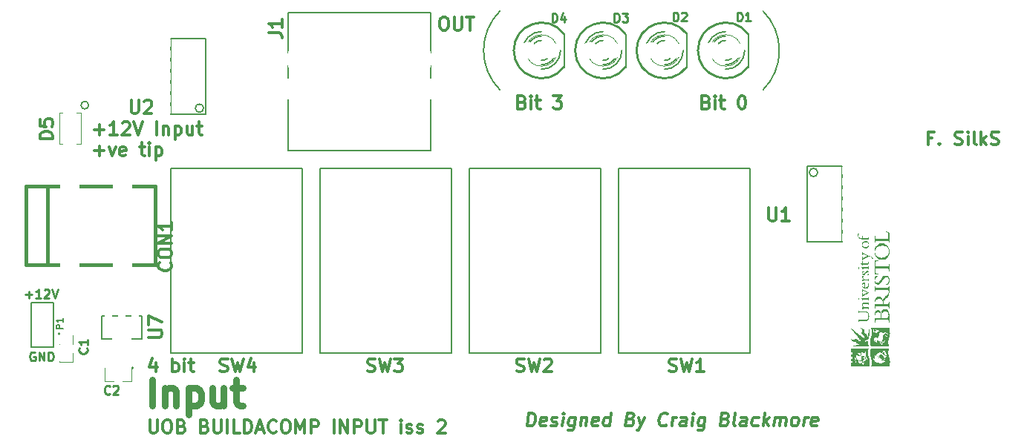
<source format=gto>
G04 (created by PCBNEW (2013-mar-13)-testing) date Thu 26 Sep 2013 17:04:14 BST*
%MOIN*%
G04 Gerber Fmt 3.4, Leading zero omitted, Abs format*
%FSLAX34Y34*%
G01*
G70*
G90*
G04 APERTURE LIST*
%ADD10C,0.005906*%
%ADD11C,0.009843*%
%ADD12C,0.011811*%
%ADD13C,0.007874*%
%ADD14C,0.029528*%
%ADD15C,0.008000*%
%ADD16C,0.003000*%
%ADD17C,0.010000*%
%ADD18C,0.006000*%
%ADD19C,0.005000*%
%ADD20C,0.003900*%
%ADD21C,0.015000*%
%ADD22C,0.000100*%
%ADD23C,0.012000*%
%ADD24C,0.075843*%
%ADD25R,0.059843X0.034843*%
%ADD26R,0.246063X0.159449*%
%ADD27R,0.044843X0.064843*%
%ADD28R,0.064843X0.044843*%
%ADD29C,0.246063*%
%ADD30C,0.153543*%
%ADD31C,0.068943*%
%ADD32C,0.096457*%
%ADD33R,0.088583X0.127953*%
%ADD34C,0.147638*%
%ADD35R,0.037443X0.072843*%
%ADD36R,0.037443X0.092543*%
%ADD37R,0.088543X0.118143*%
%ADD38R,0.064943X0.096443*%
%ADD39R,0.064943X0.045243*%
%ADD40R,0.069843X0.069843*%
%ADD41C,0.069843*%
G04 APERTURE END LIST*
G54D10*
G54D11*
X4885Y-17669D02*
X5185Y-17669D01*
X5035Y-17819D02*
X5035Y-17519D01*
X5578Y-17819D02*
X5353Y-17819D01*
X5466Y-17819D02*
X5466Y-17426D01*
X5428Y-17482D01*
X5391Y-17519D01*
X5353Y-17538D01*
X5728Y-17463D02*
X5747Y-17444D01*
X5784Y-17426D01*
X5878Y-17426D01*
X5916Y-17444D01*
X5934Y-17463D01*
X5953Y-17501D01*
X5953Y-17538D01*
X5934Y-17594D01*
X5709Y-17819D01*
X5953Y-17819D01*
X6066Y-17426D02*
X6197Y-17819D01*
X6328Y-17426D01*
X5306Y-20263D02*
X5268Y-20245D01*
X5212Y-20245D01*
X5156Y-20263D01*
X5118Y-20301D01*
X5100Y-20338D01*
X5081Y-20413D01*
X5081Y-20470D01*
X5100Y-20544D01*
X5118Y-20582D01*
X5156Y-20619D01*
X5212Y-20638D01*
X5250Y-20638D01*
X5306Y-20619D01*
X5325Y-20601D01*
X5325Y-20470D01*
X5250Y-20470D01*
X5493Y-20638D02*
X5493Y-20245D01*
X5718Y-20638D01*
X5718Y-20245D01*
X5906Y-20638D02*
X5906Y-20245D01*
X6000Y-20245D01*
X6056Y-20263D01*
X6093Y-20301D01*
X6112Y-20338D01*
X6131Y-20413D01*
X6131Y-20470D01*
X6112Y-20544D01*
X6093Y-20582D01*
X6056Y-20619D01*
X6000Y-20638D01*
X5906Y-20638D01*
G54D12*
X7971Y-10262D02*
X8421Y-10262D01*
X8196Y-10487D02*
X8196Y-10037D01*
X9011Y-10487D02*
X8674Y-10487D01*
X8843Y-10487D02*
X8843Y-9897D01*
X8786Y-9981D01*
X8730Y-10037D01*
X8674Y-10065D01*
X9236Y-9953D02*
X9264Y-9925D01*
X9321Y-9897D01*
X9461Y-9897D01*
X9517Y-9925D01*
X9546Y-9953D01*
X9574Y-10009D01*
X9574Y-10065D01*
X9546Y-10150D01*
X9208Y-10487D01*
X9574Y-10487D01*
X9742Y-9897D02*
X9939Y-10487D01*
X10136Y-9897D01*
X10783Y-10487D02*
X10783Y-9897D01*
X11064Y-10093D02*
X11064Y-10487D01*
X11064Y-10150D02*
X11092Y-10122D01*
X11149Y-10093D01*
X11233Y-10093D01*
X11289Y-10122D01*
X11317Y-10178D01*
X11317Y-10487D01*
X11598Y-10093D02*
X11598Y-10684D01*
X11598Y-10122D02*
X11655Y-10093D01*
X11767Y-10093D01*
X11823Y-10122D01*
X11852Y-10150D01*
X11880Y-10206D01*
X11880Y-10375D01*
X11852Y-10431D01*
X11823Y-10459D01*
X11767Y-10487D01*
X11655Y-10487D01*
X11598Y-10459D01*
X12386Y-10093D02*
X12386Y-10487D01*
X12133Y-10093D02*
X12133Y-10403D01*
X12161Y-10459D01*
X12217Y-10487D01*
X12302Y-10487D01*
X12358Y-10459D01*
X12386Y-10431D01*
X12583Y-10093D02*
X12808Y-10093D01*
X12667Y-9897D02*
X12667Y-10403D01*
X12695Y-10459D01*
X12751Y-10487D01*
X12808Y-10487D01*
X7971Y-11207D02*
X8421Y-11207D01*
X8196Y-11432D02*
X8196Y-10982D01*
X8646Y-11038D02*
X8786Y-11432D01*
X8927Y-11038D01*
X9377Y-11404D02*
X9321Y-11432D01*
X9208Y-11432D01*
X9152Y-11404D01*
X9124Y-11348D01*
X9124Y-11123D01*
X9152Y-11066D01*
X9208Y-11038D01*
X9321Y-11038D01*
X9377Y-11066D01*
X9405Y-11123D01*
X9405Y-11179D01*
X9124Y-11235D01*
X10024Y-11038D02*
X10249Y-11038D01*
X10108Y-10841D02*
X10108Y-11348D01*
X10136Y-11404D01*
X10192Y-11432D01*
X10249Y-11432D01*
X10446Y-11432D02*
X10446Y-11038D01*
X10446Y-10841D02*
X10417Y-10870D01*
X10446Y-10898D01*
X10474Y-10870D01*
X10446Y-10841D01*
X10446Y-10898D01*
X10727Y-11038D02*
X10727Y-11629D01*
X10727Y-11066D02*
X10783Y-11038D01*
X10895Y-11038D01*
X10952Y-11066D01*
X10980Y-11095D01*
X11008Y-11151D01*
X11008Y-11320D01*
X10980Y-11376D01*
X10952Y-11404D01*
X10895Y-11432D01*
X10783Y-11432D01*
X10727Y-11404D01*
G54D13*
X7718Y-9149D02*
G75*
G03X7718Y-9149I-171J0D01*
G74*
G01*
G54D12*
X27407Y-23574D02*
X27481Y-22983D01*
X27621Y-22983D01*
X27702Y-23011D01*
X27752Y-23068D01*
X27773Y-23124D01*
X27787Y-23236D01*
X27776Y-23321D01*
X27734Y-23433D01*
X27699Y-23489D01*
X27636Y-23546D01*
X27548Y-23574D01*
X27407Y-23574D01*
X28226Y-23546D02*
X28166Y-23574D01*
X28054Y-23574D01*
X28001Y-23546D01*
X27980Y-23489D01*
X28008Y-23264D01*
X28043Y-23208D01*
X28103Y-23180D01*
X28216Y-23180D01*
X28268Y-23208D01*
X28289Y-23264D01*
X28282Y-23321D01*
X27994Y-23377D01*
X28479Y-23546D02*
X28532Y-23574D01*
X28644Y-23574D01*
X28704Y-23546D01*
X28739Y-23489D01*
X28743Y-23461D01*
X28722Y-23405D01*
X28669Y-23377D01*
X28585Y-23377D01*
X28532Y-23349D01*
X28511Y-23293D01*
X28514Y-23264D01*
X28549Y-23208D01*
X28609Y-23180D01*
X28694Y-23180D01*
X28746Y-23208D01*
X28982Y-23574D02*
X29031Y-23180D01*
X29056Y-22983D02*
X29024Y-23011D01*
X29049Y-23039D01*
X29080Y-23011D01*
X29056Y-22983D01*
X29049Y-23039D01*
X29565Y-23180D02*
X29506Y-23658D01*
X29470Y-23714D01*
X29439Y-23742D01*
X29379Y-23771D01*
X29295Y-23771D01*
X29242Y-23742D01*
X29520Y-23546D02*
X29460Y-23574D01*
X29347Y-23574D01*
X29295Y-23546D01*
X29270Y-23517D01*
X29249Y-23461D01*
X29270Y-23293D01*
X29305Y-23236D01*
X29337Y-23208D01*
X29397Y-23180D01*
X29509Y-23180D01*
X29562Y-23208D01*
X29847Y-23180D02*
X29797Y-23574D01*
X29840Y-23236D02*
X29871Y-23208D01*
X29931Y-23180D01*
X30015Y-23180D01*
X30068Y-23208D01*
X30089Y-23264D01*
X30050Y-23574D01*
X30560Y-23546D02*
X30500Y-23574D01*
X30388Y-23574D01*
X30335Y-23546D01*
X30314Y-23489D01*
X30342Y-23264D01*
X30377Y-23208D01*
X30437Y-23180D01*
X30550Y-23180D01*
X30602Y-23208D01*
X30623Y-23264D01*
X30616Y-23321D01*
X30328Y-23377D01*
X31091Y-23574D02*
X31165Y-22983D01*
X31094Y-23546D02*
X31035Y-23574D01*
X30922Y-23574D01*
X30870Y-23546D01*
X30845Y-23517D01*
X30824Y-23461D01*
X30845Y-23293D01*
X30880Y-23236D01*
X30912Y-23208D01*
X30971Y-23180D01*
X31084Y-23180D01*
X31137Y-23208D01*
X32058Y-23264D02*
X32138Y-23293D01*
X32163Y-23321D01*
X32184Y-23377D01*
X32174Y-23461D01*
X32138Y-23517D01*
X32107Y-23546D01*
X32047Y-23574D01*
X31822Y-23574D01*
X31896Y-22983D01*
X32093Y-22983D01*
X32146Y-23011D01*
X32170Y-23039D01*
X32191Y-23096D01*
X32184Y-23152D01*
X32149Y-23208D01*
X32117Y-23236D01*
X32058Y-23264D01*
X31861Y-23264D01*
X32406Y-23180D02*
X32497Y-23574D01*
X32687Y-23180D02*
X32497Y-23574D01*
X32423Y-23714D01*
X32392Y-23742D01*
X32332Y-23771D01*
X33657Y-23517D02*
X33625Y-23546D01*
X33538Y-23574D01*
X33481Y-23574D01*
X33400Y-23546D01*
X33351Y-23489D01*
X33330Y-23433D01*
X33316Y-23321D01*
X33327Y-23236D01*
X33369Y-23124D01*
X33404Y-23068D01*
X33467Y-23011D01*
X33555Y-22983D01*
X33611Y-22983D01*
X33692Y-23011D01*
X33717Y-23039D01*
X33903Y-23574D02*
X33952Y-23180D01*
X33938Y-23293D02*
X33973Y-23236D01*
X34005Y-23208D01*
X34065Y-23180D01*
X34121Y-23180D01*
X34522Y-23574D02*
X34560Y-23264D01*
X34539Y-23208D01*
X34487Y-23180D01*
X34374Y-23180D01*
X34314Y-23208D01*
X34525Y-23546D02*
X34466Y-23574D01*
X34325Y-23574D01*
X34272Y-23546D01*
X34251Y-23489D01*
X34258Y-23433D01*
X34293Y-23377D01*
X34353Y-23349D01*
X34494Y-23349D01*
X34553Y-23321D01*
X34803Y-23574D02*
X34852Y-23180D01*
X34877Y-22983D02*
X34845Y-23011D01*
X34870Y-23039D01*
X34901Y-23011D01*
X34877Y-22983D01*
X34870Y-23039D01*
X35387Y-23180D02*
X35327Y-23658D01*
X35292Y-23714D01*
X35260Y-23742D01*
X35200Y-23771D01*
X35116Y-23771D01*
X35063Y-23742D01*
X35341Y-23546D02*
X35281Y-23574D01*
X35169Y-23574D01*
X35116Y-23546D01*
X35091Y-23517D01*
X35070Y-23461D01*
X35091Y-23293D01*
X35126Y-23236D01*
X35158Y-23208D01*
X35218Y-23180D01*
X35330Y-23180D01*
X35383Y-23208D01*
X36304Y-23264D02*
X36385Y-23293D01*
X36409Y-23321D01*
X36431Y-23377D01*
X36420Y-23461D01*
X36385Y-23517D01*
X36353Y-23546D01*
X36293Y-23574D01*
X36068Y-23574D01*
X36142Y-22983D01*
X36339Y-22983D01*
X36392Y-23011D01*
X36416Y-23039D01*
X36438Y-23096D01*
X36431Y-23152D01*
X36395Y-23208D01*
X36364Y-23236D01*
X36304Y-23264D01*
X36107Y-23264D01*
X36743Y-23574D02*
X36691Y-23546D01*
X36670Y-23489D01*
X36733Y-22983D01*
X37221Y-23574D02*
X37260Y-23264D01*
X37239Y-23208D01*
X37186Y-23180D01*
X37074Y-23180D01*
X37014Y-23208D01*
X37225Y-23546D02*
X37165Y-23574D01*
X37025Y-23574D01*
X36972Y-23546D01*
X36951Y-23489D01*
X36958Y-23433D01*
X36993Y-23377D01*
X37053Y-23349D01*
X37193Y-23349D01*
X37253Y-23321D01*
X37759Y-23546D02*
X37700Y-23574D01*
X37587Y-23574D01*
X37534Y-23546D01*
X37510Y-23517D01*
X37489Y-23461D01*
X37510Y-23293D01*
X37545Y-23236D01*
X37576Y-23208D01*
X37636Y-23180D01*
X37749Y-23180D01*
X37801Y-23208D01*
X38009Y-23574D02*
X38083Y-22983D01*
X38093Y-23349D02*
X38234Y-23574D01*
X38283Y-23180D02*
X38030Y-23405D01*
X38487Y-23574D02*
X38536Y-23180D01*
X38529Y-23236D02*
X38561Y-23208D01*
X38620Y-23180D01*
X38705Y-23180D01*
X38758Y-23208D01*
X38779Y-23264D01*
X38740Y-23574D01*
X38779Y-23264D02*
X38814Y-23208D01*
X38874Y-23180D01*
X38958Y-23180D01*
X39011Y-23208D01*
X39032Y-23264D01*
X38993Y-23574D01*
X39359Y-23574D02*
X39306Y-23546D01*
X39281Y-23517D01*
X39260Y-23461D01*
X39281Y-23293D01*
X39316Y-23236D01*
X39348Y-23208D01*
X39408Y-23180D01*
X39492Y-23180D01*
X39545Y-23208D01*
X39570Y-23236D01*
X39591Y-23293D01*
X39570Y-23461D01*
X39534Y-23517D01*
X39503Y-23546D01*
X39443Y-23574D01*
X39359Y-23574D01*
X39809Y-23574D02*
X39858Y-23180D01*
X39844Y-23293D02*
X39879Y-23236D01*
X39911Y-23208D01*
X39970Y-23180D01*
X40027Y-23180D01*
X40403Y-23546D02*
X40343Y-23574D01*
X40230Y-23574D01*
X40178Y-23546D01*
X40157Y-23489D01*
X40185Y-23264D01*
X40220Y-23208D01*
X40280Y-23180D01*
X40392Y-23180D01*
X40445Y-23208D01*
X40466Y-23264D01*
X40459Y-23321D01*
X40171Y-23377D01*
X45590Y-10627D02*
X45393Y-10627D01*
X45393Y-10936D02*
X45393Y-10345D01*
X45674Y-10345D01*
X45899Y-10880D02*
X45928Y-10908D01*
X45899Y-10936D01*
X45871Y-10908D01*
X45899Y-10880D01*
X45899Y-10936D01*
X46602Y-10908D02*
X46687Y-10936D01*
X46827Y-10936D01*
X46884Y-10908D01*
X46912Y-10880D01*
X46940Y-10823D01*
X46940Y-10767D01*
X46912Y-10711D01*
X46884Y-10683D01*
X46827Y-10655D01*
X46715Y-10627D01*
X46659Y-10598D01*
X46631Y-10570D01*
X46602Y-10514D01*
X46602Y-10458D01*
X46631Y-10402D01*
X46659Y-10374D01*
X46715Y-10345D01*
X46856Y-10345D01*
X46940Y-10374D01*
X47193Y-10936D02*
X47193Y-10542D01*
X47193Y-10345D02*
X47165Y-10374D01*
X47193Y-10402D01*
X47221Y-10374D01*
X47193Y-10345D01*
X47193Y-10402D01*
X47559Y-10936D02*
X47502Y-10908D01*
X47474Y-10852D01*
X47474Y-10345D01*
X47784Y-10936D02*
X47784Y-10345D01*
X47840Y-10711D02*
X48008Y-10936D01*
X48008Y-10542D02*
X47784Y-10767D01*
X48233Y-10908D02*
X48318Y-10936D01*
X48458Y-10936D01*
X48515Y-10908D01*
X48543Y-10880D01*
X48571Y-10823D01*
X48571Y-10767D01*
X48543Y-10711D01*
X48515Y-10683D01*
X48458Y-10655D01*
X48346Y-10627D01*
X48290Y-10598D01*
X48262Y-10570D01*
X48233Y-10514D01*
X48233Y-10458D01*
X48262Y-10402D01*
X48290Y-10374D01*
X48346Y-10345D01*
X48487Y-10345D01*
X48571Y-10374D01*
X10728Y-20739D02*
X10728Y-21133D01*
X10587Y-20514D02*
X10447Y-20936D01*
X10812Y-20936D01*
X11487Y-21133D02*
X11487Y-20542D01*
X11487Y-20767D02*
X11543Y-20739D01*
X11656Y-20739D01*
X11712Y-20767D01*
X11740Y-20795D01*
X11768Y-20852D01*
X11768Y-21020D01*
X11740Y-21077D01*
X11712Y-21105D01*
X11656Y-21133D01*
X11543Y-21133D01*
X11487Y-21105D01*
X12021Y-21133D02*
X12021Y-20739D01*
X12021Y-20542D02*
X11993Y-20570D01*
X12021Y-20598D01*
X12050Y-20570D01*
X12021Y-20542D01*
X12021Y-20598D01*
X12218Y-20739D02*
X12443Y-20739D01*
X12303Y-20542D02*
X12303Y-21048D01*
X12331Y-21105D01*
X12387Y-21133D01*
X12443Y-21133D01*
G54D14*
X10579Y-22660D02*
X10579Y-21479D01*
X11141Y-21872D02*
X11141Y-22660D01*
X11141Y-21985D02*
X11197Y-21929D01*
X11310Y-21872D01*
X11479Y-21872D01*
X11591Y-21929D01*
X11647Y-22041D01*
X11647Y-22660D01*
X12210Y-21872D02*
X12210Y-23053D01*
X12210Y-21929D02*
X12322Y-21872D01*
X12547Y-21872D01*
X12660Y-21929D01*
X12716Y-21985D01*
X12772Y-22097D01*
X12772Y-22435D01*
X12716Y-22547D01*
X12660Y-22604D01*
X12547Y-22660D01*
X12322Y-22660D01*
X12210Y-22604D01*
X13785Y-21872D02*
X13785Y-22660D01*
X13278Y-21872D02*
X13278Y-22491D01*
X13335Y-22604D01*
X13447Y-22660D01*
X13616Y-22660D01*
X13728Y-22604D01*
X13785Y-22547D01*
X14178Y-21872D02*
X14628Y-21872D01*
X14347Y-21479D02*
X14347Y-22491D01*
X14403Y-22604D01*
X14516Y-22660D01*
X14628Y-22660D01*
G54D12*
X23622Y-5188D02*
X23734Y-5188D01*
X23790Y-5216D01*
X23847Y-5272D01*
X23875Y-5385D01*
X23875Y-5582D01*
X23847Y-5694D01*
X23790Y-5750D01*
X23734Y-5778D01*
X23622Y-5778D01*
X23565Y-5750D01*
X23509Y-5694D01*
X23481Y-5582D01*
X23481Y-5385D01*
X23509Y-5272D01*
X23565Y-5216D01*
X23622Y-5188D01*
X24128Y-5188D02*
X24128Y-5666D01*
X24156Y-5722D01*
X24184Y-5750D01*
X24240Y-5778D01*
X24353Y-5778D01*
X24409Y-5750D01*
X24437Y-5722D01*
X24465Y-5666D01*
X24465Y-5188D01*
X24662Y-5188D02*
X25000Y-5188D01*
X24831Y-5778D02*
X24831Y-5188D01*
X35447Y-9012D02*
X35531Y-9041D01*
X35559Y-9069D01*
X35587Y-9125D01*
X35587Y-9209D01*
X35559Y-9266D01*
X35531Y-9294D01*
X35475Y-9322D01*
X35250Y-9322D01*
X35250Y-8731D01*
X35447Y-8731D01*
X35503Y-8759D01*
X35531Y-8787D01*
X35559Y-8844D01*
X35559Y-8900D01*
X35531Y-8956D01*
X35503Y-8984D01*
X35447Y-9012D01*
X35250Y-9012D01*
X35840Y-9322D02*
X35840Y-8928D01*
X35840Y-8731D02*
X35812Y-8759D01*
X35840Y-8787D01*
X35868Y-8759D01*
X35840Y-8731D01*
X35840Y-8787D01*
X36037Y-8928D02*
X36262Y-8928D01*
X36122Y-8731D02*
X36122Y-9237D01*
X36150Y-9294D01*
X36206Y-9322D01*
X36262Y-9322D01*
X37021Y-8731D02*
X37078Y-8731D01*
X37134Y-8759D01*
X37162Y-8787D01*
X37190Y-8844D01*
X37218Y-8956D01*
X37218Y-9097D01*
X37190Y-9209D01*
X37162Y-9266D01*
X37134Y-9294D01*
X37078Y-9322D01*
X37021Y-9322D01*
X36965Y-9294D01*
X36937Y-9266D01*
X36909Y-9209D01*
X36881Y-9097D01*
X36881Y-8956D01*
X36909Y-8844D01*
X36937Y-8787D01*
X36965Y-8759D01*
X37021Y-8731D01*
X27179Y-9012D02*
X27263Y-9041D01*
X27291Y-9069D01*
X27320Y-9125D01*
X27320Y-9209D01*
X27291Y-9266D01*
X27263Y-9294D01*
X27207Y-9322D01*
X26982Y-9322D01*
X26982Y-8731D01*
X27179Y-8731D01*
X27235Y-8759D01*
X27263Y-8787D01*
X27291Y-8844D01*
X27291Y-8900D01*
X27263Y-8956D01*
X27235Y-8984D01*
X27179Y-9012D01*
X26982Y-9012D01*
X27573Y-9322D02*
X27573Y-8928D01*
X27573Y-8731D02*
X27544Y-8759D01*
X27573Y-8787D01*
X27601Y-8759D01*
X27573Y-8731D01*
X27573Y-8787D01*
X27769Y-8928D02*
X27994Y-8928D01*
X27854Y-8731D02*
X27854Y-9237D01*
X27882Y-9294D01*
X27938Y-9322D01*
X27994Y-9322D01*
X28585Y-8731D02*
X28951Y-8731D01*
X28754Y-8956D01*
X28838Y-8956D01*
X28894Y-8984D01*
X28922Y-9012D01*
X28951Y-9069D01*
X28951Y-9209D01*
X28922Y-9266D01*
X28894Y-9294D01*
X28838Y-9322D01*
X28669Y-9322D01*
X28613Y-9294D01*
X28585Y-9266D01*
G54D13*
X26181Y-4921D02*
G75*
G03X26181Y-8464I1771J-1771D01*
G74*
G01*
X37992Y-8464D02*
G75*
G03X37992Y-4921I-1771J1771D01*
G74*
G01*
G54D12*
X10464Y-23298D02*
X10464Y-23776D01*
X10492Y-23832D01*
X10520Y-23861D01*
X10576Y-23889D01*
X10688Y-23889D01*
X10745Y-23861D01*
X10773Y-23832D01*
X10801Y-23776D01*
X10801Y-23298D01*
X11195Y-23298D02*
X11307Y-23298D01*
X11363Y-23326D01*
X11420Y-23383D01*
X11448Y-23495D01*
X11448Y-23692D01*
X11420Y-23804D01*
X11363Y-23861D01*
X11307Y-23889D01*
X11195Y-23889D01*
X11138Y-23861D01*
X11082Y-23804D01*
X11054Y-23692D01*
X11054Y-23495D01*
X11082Y-23383D01*
X11138Y-23326D01*
X11195Y-23298D01*
X11898Y-23579D02*
X11982Y-23607D01*
X12010Y-23636D01*
X12038Y-23692D01*
X12038Y-23776D01*
X12010Y-23832D01*
X11982Y-23861D01*
X11926Y-23889D01*
X11701Y-23889D01*
X11701Y-23298D01*
X11898Y-23298D01*
X11954Y-23326D01*
X11982Y-23354D01*
X12010Y-23411D01*
X12010Y-23467D01*
X11982Y-23523D01*
X11954Y-23551D01*
X11898Y-23579D01*
X11701Y-23579D01*
X12938Y-23579D02*
X13023Y-23607D01*
X13051Y-23636D01*
X13079Y-23692D01*
X13079Y-23776D01*
X13051Y-23832D01*
X13023Y-23861D01*
X12966Y-23889D01*
X12741Y-23889D01*
X12741Y-23298D01*
X12938Y-23298D01*
X12994Y-23326D01*
X13023Y-23354D01*
X13051Y-23411D01*
X13051Y-23467D01*
X13023Y-23523D01*
X12994Y-23551D01*
X12938Y-23579D01*
X12741Y-23579D01*
X13332Y-23298D02*
X13332Y-23776D01*
X13360Y-23832D01*
X13388Y-23861D01*
X13444Y-23889D01*
X13557Y-23889D01*
X13613Y-23861D01*
X13641Y-23832D01*
X13669Y-23776D01*
X13669Y-23298D01*
X13951Y-23889D02*
X13951Y-23298D01*
X14513Y-23889D02*
X14232Y-23889D01*
X14232Y-23298D01*
X14710Y-23889D02*
X14710Y-23298D01*
X14850Y-23298D01*
X14935Y-23326D01*
X14991Y-23383D01*
X15019Y-23439D01*
X15047Y-23551D01*
X15047Y-23636D01*
X15019Y-23748D01*
X14991Y-23804D01*
X14935Y-23861D01*
X14850Y-23889D01*
X14710Y-23889D01*
X15272Y-23720D02*
X15553Y-23720D01*
X15216Y-23889D02*
X15413Y-23298D01*
X15610Y-23889D01*
X16144Y-23832D02*
X16116Y-23861D01*
X16032Y-23889D01*
X15975Y-23889D01*
X15891Y-23861D01*
X15835Y-23804D01*
X15807Y-23748D01*
X15778Y-23636D01*
X15778Y-23551D01*
X15807Y-23439D01*
X15835Y-23383D01*
X15891Y-23326D01*
X15975Y-23298D01*
X16032Y-23298D01*
X16116Y-23326D01*
X16144Y-23354D01*
X16510Y-23298D02*
X16622Y-23298D01*
X16678Y-23326D01*
X16735Y-23383D01*
X16763Y-23495D01*
X16763Y-23692D01*
X16735Y-23804D01*
X16678Y-23861D01*
X16622Y-23889D01*
X16510Y-23889D01*
X16453Y-23861D01*
X16397Y-23804D01*
X16369Y-23692D01*
X16369Y-23495D01*
X16397Y-23383D01*
X16453Y-23326D01*
X16510Y-23298D01*
X17016Y-23889D02*
X17016Y-23298D01*
X17213Y-23720D01*
X17410Y-23298D01*
X17410Y-23889D01*
X17691Y-23889D02*
X17691Y-23298D01*
X17916Y-23298D01*
X17972Y-23326D01*
X18000Y-23354D01*
X18028Y-23411D01*
X18028Y-23495D01*
X18000Y-23551D01*
X17972Y-23579D01*
X17916Y-23607D01*
X17691Y-23607D01*
X18731Y-23889D02*
X18731Y-23298D01*
X19012Y-23889D02*
X19012Y-23298D01*
X19350Y-23889D01*
X19350Y-23298D01*
X19631Y-23889D02*
X19631Y-23298D01*
X19856Y-23298D01*
X19912Y-23326D01*
X19940Y-23354D01*
X19969Y-23411D01*
X19969Y-23495D01*
X19940Y-23551D01*
X19912Y-23579D01*
X19856Y-23607D01*
X19631Y-23607D01*
X20222Y-23298D02*
X20222Y-23776D01*
X20250Y-23832D01*
X20278Y-23861D01*
X20334Y-23889D01*
X20447Y-23889D01*
X20503Y-23861D01*
X20531Y-23832D01*
X20559Y-23776D01*
X20559Y-23298D01*
X20756Y-23298D02*
X21093Y-23298D01*
X20925Y-23889D02*
X20925Y-23298D01*
X21740Y-23889D02*
X21740Y-23495D01*
X21740Y-23298D02*
X21712Y-23326D01*
X21740Y-23354D01*
X21768Y-23326D01*
X21740Y-23298D01*
X21740Y-23354D01*
X21993Y-23861D02*
X22050Y-23889D01*
X22162Y-23889D01*
X22218Y-23861D01*
X22246Y-23804D01*
X22246Y-23776D01*
X22218Y-23720D01*
X22162Y-23692D01*
X22078Y-23692D01*
X22021Y-23664D01*
X21993Y-23607D01*
X21993Y-23579D01*
X22021Y-23523D01*
X22078Y-23495D01*
X22162Y-23495D01*
X22218Y-23523D01*
X22471Y-23861D02*
X22528Y-23889D01*
X22640Y-23889D01*
X22696Y-23861D01*
X22724Y-23804D01*
X22724Y-23776D01*
X22696Y-23720D01*
X22640Y-23692D01*
X22556Y-23692D01*
X22500Y-23664D01*
X22471Y-23607D01*
X22471Y-23579D01*
X22500Y-23523D01*
X22556Y-23495D01*
X22640Y-23495D01*
X22696Y-23523D01*
X23399Y-23354D02*
X23428Y-23326D01*
X23484Y-23298D01*
X23624Y-23298D01*
X23681Y-23326D01*
X23709Y-23354D01*
X23737Y-23411D01*
X23737Y-23467D01*
X23709Y-23551D01*
X23371Y-23889D01*
X23737Y-23889D01*
G54D15*
X37340Y-7442D02*
X37340Y-5942D01*
G54D16*
X37027Y-6692D02*
G75*
G03X37027Y-6692I-707J0D01*
G74*
G01*
G54D17*
X37319Y-5941D02*
G75*
G03X37320Y-7442I-999J-751D01*
G74*
G01*
G54D18*
X36320Y-6242D02*
G75*
G03X35870Y-6692I0J-450D01*
G74*
G01*
X36320Y-7142D02*
G75*
G03X36770Y-6692I0J450D01*
G74*
G01*
X36320Y-6042D02*
G75*
G03X35670Y-6692I0J-650D01*
G74*
G01*
X36320Y-7342D02*
G75*
G03X36970Y-6692I0J650D01*
G74*
G01*
X36320Y-5842D02*
G75*
G03X35470Y-6692I0J-850D01*
G74*
G01*
X36320Y-7542D02*
G75*
G03X37170Y-6692I0J850D01*
G74*
G01*
G54D15*
X34584Y-7442D02*
X34584Y-5942D01*
G54D16*
X34271Y-6692D02*
G75*
G03X34271Y-6692I-707J0D01*
G74*
G01*
G54D17*
X34563Y-5941D02*
G75*
G03X34564Y-7442I-999J-751D01*
G74*
G01*
G54D18*
X33564Y-6242D02*
G75*
G03X33114Y-6692I0J-450D01*
G74*
G01*
X33564Y-7142D02*
G75*
G03X34014Y-6692I0J450D01*
G74*
G01*
X33564Y-6042D02*
G75*
G03X32914Y-6692I0J-650D01*
G74*
G01*
X33564Y-7342D02*
G75*
G03X34214Y-6692I0J650D01*
G74*
G01*
X33564Y-5842D02*
G75*
G03X32714Y-6692I0J-850D01*
G74*
G01*
X33564Y-7542D02*
G75*
G03X34414Y-6692I0J850D01*
G74*
G01*
G54D15*
X31828Y-7442D02*
X31828Y-5942D01*
G54D16*
X31515Y-6692D02*
G75*
G03X31515Y-6692I-707J0D01*
G74*
G01*
G54D17*
X31807Y-5941D02*
G75*
G03X31808Y-7442I-999J-751D01*
G74*
G01*
G54D18*
X30808Y-6242D02*
G75*
G03X30358Y-6692I0J-450D01*
G74*
G01*
X30808Y-7142D02*
G75*
G03X31258Y-6692I0J450D01*
G74*
G01*
X30808Y-6042D02*
G75*
G03X30158Y-6692I0J-650D01*
G74*
G01*
X30808Y-7342D02*
G75*
G03X31458Y-6692I0J650D01*
G74*
G01*
X30808Y-5842D02*
G75*
G03X29958Y-6692I0J-850D01*
G74*
G01*
X30808Y-7542D02*
G75*
G03X31658Y-6692I0J850D01*
G74*
G01*
G54D15*
X29072Y-7442D02*
X29072Y-5942D01*
G54D16*
X28759Y-6692D02*
G75*
G03X28759Y-6692I-707J0D01*
G74*
G01*
G54D17*
X29051Y-5941D02*
G75*
G03X29052Y-7442I-999J-751D01*
G74*
G01*
G54D18*
X28052Y-6242D02*
G75*
G03X27602Y-6692I0J-450D01*
G74*
G01*
X28052Y-7142D02*
G75*
G03X28502Y-6692I0J450D01*
G74*
G01*
X28052Y-6042D02*
G75*
G03X27402Y-6692I0J-650D01*
G74*
G01*
X28052Y-7342D02*
G75*
G03X28702Y-6692I0J650D01*
G74*
G01*
X28052Y-5842D02*
G75*
G03X27202Y-6692I0J-850D01*
G74*
G01*
X28052Y-7542D02*
G75*
G03X28902Y-6692I0J850D01*
G74*
G01*
G54D19*
X41528Y-11882D02*
X39968Y-11882D01*
X39968Y-11882D02*
X39968Y-15282D01*
X39968Y-15282D02*
X41528Y-15282D01*
X41528Y-15282D02*
X41528Y-11882D01*
X41528Y-12582D02*
X41958Y-12582D01*
X41528Y-13082D02*
X41958Y-13082D01*
X41528Y-13582D02*
X41958Y-13582D01*
X41528Y-12082D02*
X41958Y-12082D01*
X41958Y-14082D02*
X41528Y-14082D01*
X41958Y-14582D02*
X41528Y-14582D01*
X41958Y-15082D02*
X41528Y-15082D01*
X39968Y-15082D02*
X39538Y-15082D01*
X39968Y-14582D02*
X39538Y-14582D01*
X39968Y-12082D02*
X39538Y-12082D01*
X39538Y-12582D02*
X39968Y-12582D01*
X39538Y-14082D02*
X39968Y-14082D01*
X39538Y-13582D02*
X39968Y-13582D01*
X39538Y-13082D02*
X39968Y-13082D01*
X40444Y-12172D02*
G75*
G03X40444Y-12172I-186J0D01*
G74*
G01*
X11424Y-9574D02*
X12984Y-9574D01*
X12984Y-9574D02*
X12984Y-6174D01*
X12984Y-6174D02*
X11424Y-6174D01*
X11424Y-6174D02*
X11424Y-9574D01*
X11424Y-8874D02*
X10994Y-8874D01*
X11424Y-8374D02*
X10994Y-8374D01*
X11424Y-7874D02*
X10994Y-7874D01*
X11424Y-9374D02*
X10994Y-9374D01*
X10994Y-7374D02*
X11424Y-7374D01*
X10994Y-6874D02*
X11424Y-6874D01*
X10994Y-6374D02*
X11424Y-6374D01*
X12984Y-6374D02*
X13414Y-6374D01*
X12984Y-6874D02*
X13414Y-6874D01*
X12984Y-9374D02*
X13414Y-9374D01*
X13414Y-8874D02*
X12984Y-8874D01*
X13414Y-7374D02*
X12984Y-7374D01*
X13414Y-7874D02*
X12984Y-7874D01*
X13414Y-8374D02*
X12984Y-8374D01*
X12880Y-9284D02*
G75*
G03X12880Y-9284I-186J0D01*
G74*
G01*
G54D10*
X37401Y-12007D02*
X37401Y-20275D01*
X37401Y-20275D02*
X31496Y-20275D01*
X31496Y-20275D02*
X31496Y-12007D01*
X31496Y-12007D02*
X37401Y-12007D01*
X30708Y-12007D02*
X30708Y-20275D01*
X30708Y-20275D02*
X24803Y-20275D01*
X24803Y-20275D02*
X24803Y-12007D01*
X24803Y-12007D02*
X30708Y-12007D01*
X24015Y-12007D02*
X24015Y-20275D01*
X24015Y-20275D02*
X18110Y-20275D01*
X18110Y-20275D02*
X18110Y-12007D01*
X18110Y-12007D02*
X24015Y-12007D01*
X17322Y-12007D02*
X17322Y-20275D01*
X17322Y-20275D02*
X11417Y-20275D01*
X11417Y-20275D02*
X11417Y-12007D01*
X11417Y-12007D02*
X17322Y-12007D01*
G54D20*
X9755Y-20959D02*
G75*
G03X9755Y-20959I-50J0D01*
G74*
G01*
X9255Y-20959D02*
X9655Y-20959D01*
X9655Y-20959D02*
X9655Y-21559D01*
X9655Y-21559D02*
X9255Y-21559D01*
X8855Y-21559D02*
X8455Y-21559D01*
X8455Y-21559D02*
X8455Y-20959D01*
X8455Y-20959D02*
X8855Y-20959D01*
X6442Y-19428D02*
G75*
G03X6442Y-19428I-50J0D01*
G74*
G01*
X6392Y-19878D02*
X6392Y-19478D01*
X6392Y-19478D02*
X6992Y-19478D01*
X6992Y-19478D02*
X6992Y-19878D01*
X6992Y-20278D02*
X6992Y-20678D01*
X6992Y-20678D02*
X6392Y-20678D01*
X6392Y-20678D02*
X6392Y-20278D01*
G54D10*
X23082Y-11192D02*
X16681Y-11192D01*
X16681Y-11192D02*
X16681Y-4980D01*
X16681Y-4980D02*
X23082Y-4980D01*
X23082Y-4980D02*
X23082Y-11192D01*
G54D21*
X5865Y-12794D02*
X5865Y-16338D01*
X4921Y-12794D02*
X4921Y-16338D01*
X4921Y-16338D02*
X10708Y-16338D01*
X10708Y-16338D02*
X10708Y-12794D01*
X10708Y-12794D02*
X4921Y-12794D01*
G54D19*
X8722Y-18148D02*
X8522Y-18148D01*
X8522Y-18148D02*
X8522Y-18618D01*
X8722Y-18148D02*
X8722Y-18618D01*
X9312Y-18148D02*
X9312Y-18618D01*
X9112Y-18148D02*
X9112Y-18618D01*
X9312Y-18148D02*
X9112Y-18148D01*
X9902Y-18148D02*
X9702Y-18148D01*
X9702Y-18148D02*
X9702Y-18618D01*
X9902Y-18148D02*
X9902Y-18618D01*
X9567Y-19843D02*
X8857Y-19843D01*
X8857Y-19843D02*
X8857Y-19648D01*
X9567Y-19843D02*
X9567Y-19648D01*
X10117Y-18618D02*
X10117Y-19648D01*
X10117Y-19648D02*
X8307Y-19648D01*
X8307Y-19648D02*
X8307Y-18618D01*
X8307Y-18618D02*
X10117Y-18618D01*
G54D22*
G36*
X41929Y-20905D02*
X41929Y-20890D01*
X41944Y-20890D01*
X41944Y-20905D01*
X41929Y-20905D01*
X41929Y-20905D01*
G37*
G36*
X41929Y-20890D02*
X41929Y-20875D01*
X41944Y-20875D01*
X41944Y-20890D01*
X41929Y-20890D01*
X41929Y-20890D01*
G37*
G36*
X41929Y-20875D02*
X41929Y-20860D01*
X41944Y-20860D01*
X41944Y-20875D01*
X41929Y-20875D01*
X41929Y-20875D01*
G37*
G36*
X41929Y-20860D02*
X41929Y-20845D01*
X41944Y-20845D01*
X41944Y-20860D01*
X41929Y-20860D01*
X41929Y-20860D01*
G37*
G36*
X41929Y-20845D02*
X41929Y-20830D01*
X41944Y-20830D01*
X41944Y-20845D01*
X41929Y-20845D01*
X41929Y-20845D01*
G37*
G36*
X41929Y-20830D02*
X41929Y-20815D01*
X41944Y-20815D01*
X41944Y-20830D01*
X41929Y-20830D01*
X41929Y-20830D01*
G37*
G36*
X41929Y-20815D02*
X41929Y-20800D01*
X41944Y-20800D01*
X41944Y-20815D01*
X41929Y-20815D01*
X41929Y-20815D01*
G37*
G36*
X41929Y-20800D02*
X41929Y-20785D01*
X41944Y-20785D01*
X41944Y-20800D01*
X41929Y-20800D01*
X41929Y-20800D01*
G37*
G36*
X41929Y-20785D02*
X41929Y-20770D01*
X41944Y-20770D01*
X41944Y-20785D01*
X41929Y-20785D01*
X41929Y-20785D01*
G37*
G36*
X41929Y-20770D02*
X41929Y-20755D01*
X41944Y-20755D01*
X41944Y-20770D01*
X41929Y-20770D01*
X41929Y-20770D01*
G37*
G36*
X41929Y-20755D02*
X41929Y-20740D01*
X41944Y-20740D01*
X41944Y-20755D01*
X41929Y-20755D01*
X41929Y-20755D01*
G37*
G36*
X41929Y-20650D02*
X41929Y-20635D01*
X41944Y-20635D01*
X41944Y-20650D01*
X41929Y-20650D01*
X41929Y-20650D01*
G37*
G36*
X41929Y-20635D02*
X41929Y-20620D01*
X41944Y-20620D01*
X41944Y-20635D01*
X41929Y-20635D01*
X41929Y-20635D01*
G37*
G36*
X41929Y-20620D02*
X41929Y-20605D01*
X41944Y-20605D01*
X41944Y-20620D01*
X41929Y-20620D01*
X41929Y-20620D01*
G37*
G36*
X41929Y-20605D02*
X41929Y-20590D01*
X41944Y-20590D01*
X41944Y-20605D01*
X41929Y-20605D01*
X41929Y-20605D01*
G37*
G36*
X41929Y-20590D02*
X41929Y-20575D01*
X41944Y-20575D01*
X41944Y-20590D01*
X41929Y-20590D01*
X41929Y-20590D01*
G37*
G36*
X41929Y-20575D02*
X41929Y-20560D01*
X41944Y-20560D01*
X41944Y-20575D01*
X41929Y-20575D01*
X41929Y-20575D01*
G37*
G36*
X41929Y-20560D02*
X41929Y-20545D01*
X41944Y-20545D01*
X41944Y-20560D01*
X41929Y-20560D01*
X41929Y-20560D01*
G37*
G36*
X41929Y-20455D02*
X41929Y-20440D01*
X41944Y-20440D01*
X41944Y-20455D01*
X41929Y-20455D01*
X41929Y-20455D01*
G37*
G36*
X41929Y-20440D02*
X41929Y-20425D01*
X41944Y-20425D01*
X41944Y-20440D01*
X41929Y-20440D01*
X41929Y-20440D01*
G37*
G36*
X41929Y-20425D02*
X41929Y-20410D01*
X41944Y-20410D01*
X41944Y-20425D01*
X41929Y-20425D01*
X41929Y-20425D01*
G37*
G36*
X41929Y-20410D02*
X41929Y-20395D01*
X41944Y-20395D01*
X41944Y-20410D01*
X41929Y-20410D01*
X41929Y-20410D01*
G37*
G36*
X41929Y-20395D02*
X41929Y-20380D01*
X41944Y-20380D01*
X41944Y-20395D01*
X41929Y-20395D01*
X41929Y-20395D01*
G37*
G36*
X41929Y-20380D02*
X41929Y-20365D01*
X41944Y-20365D01*
X41944Y-20380D01*
X41929Y-20380D01*
X41929Y-20380D01*
G37*
G36*
X41929Y-20365D02*
X41929Y-20350D01*
X41944Y-20350D01*
X41944Y-20365D01*
X41929Y-20365D01*
X41929Y-20365D01*
G37*
G36*
X41929Y-20260D02*
X41929Y-20245D01*
X41944Y-20245D01*
X41944Y-20260D01*
X41929Y-20260D01*
X41929Y-20260D01*
G37*
G36*
X41929Y-20245D02*
X41929Y-20230D01*
X41944Y-20230D01*
X41944Y-20245D01*
X41929Y-20245D01*
X41929Y-20245D01*
G37*
G36*
X41929Y-20230D02*
X41929Y-20215D01*
X41944Y-20215D01*
X41944Y-20230D01*
X41929Y-20230D01*
X41929Y-20230D01*
G37*
G36*
X41929Y-20215D02*
X41929Y-20200D01*
X41944Y-20200D01*
X41944Y-20215D01*
X41929Y-20215D01*
X41929Y-20215D01*
G37*
G36*
X41929Y-20200D02*
X41929Y-20185D01*
X41944Y-20185D01*
X41944Y-20200D01*
X41929Y-20200D01*
X41929Y-20200D01*
G37*
G36*
X41929Y-20185D02*
X41929Y-20170D01*
X41944Y-20170D01*
X41944Y-20185D01*
X41929Y-20185D01*
X41929Y-20185D01*
G37*
G36*
X41929Y-20170D02*
X41929Y-20155D01*
X41944Y-20155D01*
X41944Y-20170D01*
X41929Y-20170D01*
X41929Y-20170D01*
G37*
G36*
X41929Y-20155D02*
X41929Y-20140D01*
X41944Y-20140D01*
X41944Y-20155D01*
X41929Y-20155D01*
X41929Y-20155D01*
G37*
G36*
X41929Y-20140D02*
X41929Y-20125D01*
X41944Y-20125D01*
X41944Y-20140D01*
X41929Y-20140D01*
X41929Y-20140D01*
G37*
G36*
X41929Y-20125D02*
X41929Y-20110D01*
X41944Y-20110D01*
X41944Y-20125D01*
X41929Y-20125D01*
X41929Y-20125D01*
G37*
G36*
X41929Y-20110D02*
X41929Y-20095D01*
X41944Y-20095D01*
X41944Y-20110D01*
X41929Y-20110D01*
X41929Y-20110D01*
G37*
G36*
X41929Y-20095D02*
X41929Y-20080D01*
X41944Y-20080D01*
X41944Y-20095D01*
X41929Y-20095D01*
X41929Y-20095D01*
G37*
G36*
X41929Y-20005D02*
X41929Y-19990D01*
X41944Y-19990D01*
X41944Y-20005D01*
X41929Y-20005D01*
X41929Y-20005D01*
G37*
G36*
X41929Y-19675D02*
X41929Y-19660D01*
X41944Y-19660D01*
X41944Y-19675D01*
X41929Y-19675D01*
X41929Y-19675D01*
G37*
G36*
X41929Y-19660D02*
X41929Y-19645D01*
X41944Y-19645D01*
X41944Y-19660D01*
X41929Y-19660D01*
X41929Y-19660D01*
G37*
G36*
X41929Y-19645D02*
X41929Y-19630D01*
X41944Y-19630D01*
X41944Y-19645D01*
X41929Y-19645D01*
X41929Y-19645D01*
G37*
G36*
X41944Y-20905D02*
X41944Y-20890D01*
X41959Y-20890D01*
X41959Y-20905D01*
X41944Y-20905D01*
X41944Y-20905D01*
G37*
G36*
X41944Y-20890D02*
X41944Y-20875D01*
X41959Y-20875D01*
X41959Y-20890D01*
X41944Y-20890D01*
X41944Y-20890D01*
G37*
G36*
X41944Y-20875D02*
X41944Y-20860D01*
X41959Y-20860D01*
X41959Y-20875D01*
X41944Y-20875D01*
X41944Y-20875D01*
G37*
G36*
X41944Y-20860D02*
X41944Y-20845D01*
X41959Y-20845D01*
X41959Y-20860D01*
X41944Y-20860D01*
X41944Y-20860D01*
G37*
G36*
X41944Y-20845D02*
X41944Y-20830D01*
X41959Y-20830D01*
X41959Y-20845D01*
X41944Y-20845D01*
X41944Y-20845D01*
G37*
G36*
X41944Y-20830D02*
X41944Y-20815D01*
X41959Y-20815D01*
X41959Y-20830D01*
X41944Y-20830D01*
X41944Y-20830D01*
G37*
G36*
X41944Y-20815D02*
X41944Y-20800D01*
X41959Y-20800D01*
X41959Y-20815D01*
X41944Y-20815D01*
X41944Y-20815D01*
G37*
G36*
X41944Y-20800D02*
X41944Y-20785D01*
X41959Y-20785D01*
X41959Y-20800D01*
X41944Y-20800D01*
X41944Y-20800D01*
G37*
G36*
X41944Y-20785D02*
X41944Y-20770D01*
X41959Y-20770D01*
X41959Y-20785D01*
X41944Y-20785D01*
X41944Y-20785D01*
G37*
G36*
X41944Y-20770D02*
X41944Y-20755D01*
X41959Y-20755D01*
X41959Y-20770D01*
X41944Y-20770D01*
X41944Y-20770D01*
G37*
G36*
X41944Y-20755D02*
X41944Y-20740D01*
X41959Y-20740D01*
X41959Y-20755D01*
X41944Y-20755D01*
X41944Y-20755D01*
G37*
G36*
X41944Y-20650D02*
X41944Y-20635D01*
X41959Y-20635D01*
X41959Y-20650D01*
X41944Y-20650D01*
X41944Y-20650D01*
G37*
G36*
X41944Y-20635D02*
X41944Y-20620D01*
X41959Y-20620D01*
X41959Y-20635D01*
X41944Y-20635D01*
X41944Y-20635D01*
G37*
G36*
X41944Y-20620D02*
X41944Y-20605D01*
X41959Y-20605D01*
X41959Y-20620D01*
X41944Y-20620D01*
X41944Y-20620D01*
G37*
G36*
X41944Y-20605D02*
X41944Y-20590D01*
X41959Y-20590D01*
X41959Y-20605D01*
X41944Y-20605D01*
X41944Y-20605D01*
G37*
G36*
X41944Y-20590D02*
X41944Y-20575D01*
X41959Y-20575D01*
X41959Y-20590D01*
X41944Y-20590D01*
X41944Y-20590D01*
G37*
G36*
X41944Y-20575D02*
X41944Y-20560D01*
X41959Y-20560D01*
X41959Y-20575D01*
X41944Y-20575D01*
X41944Y-20575D01*
G37*
G36*
X41944Y-20560D02*
X41944Y-20545D01*
X41959Y-20545D01*
X41959Y-20560D01*
X41944Y-20560D01*
X41944Y-20560D01*
G37*
G36*
X41944Y-20455D02*
X41944Y-20440D01*
X41959Y-20440D01*
X41959Y-20455D01*
X41944Y-20455D01*
X41944Y-20455D01*
G37*
G36*
X41944Y-20440D02*
X41944Y-20425D01*
X41959Y-20425D01*
X41959Y-20440D01*
X41944Y-20440D01*
X41944Y-20440D01*
G37*
G36*
X41944Y-20425D02*
X41944Y-20410D01*
X41959Y-20410D01*
X41959Y-20425D01*
X41944Y-20425D01*
X41944Y-20425D01*
G37*
G36*
X41944Y-20410D02*
X41944Y-20395D01*
X41959Y-20395D01*
X41959Y-20410D01*
X41944Y-20410D01*
X41944Y-20410D01*
G37*
G36*
X41944Y-20395D02*
X41944Y-20380D01*
X41959Y-20380D01*
X41959Y-20395D01*
X41944Y-20395D01*
X41944Y-20395D01*
G37*
G36*
X41944Y-20380D02*
X41944Y-20365D01*
X41959Y-20365D01*
X41959Y-20380D01*
X41944Y-20380D01*
X41944Y-20380D01*
G37*
G36*
X41944Y-20365D02*
X41944Y-20350D01*
X41959Y-20350D01*
X41959Y-20365D01*
X41944Y-20365D01*
X41944Y-20365D01*
G37*
G36*
X41944Y-20260D02*
X41944Y-20245D01*
X41959Y-20245D01*
X41959Y-20260D01*
X41944Y-20260D01*
X41944Y-20260D01*
G37*
G36*
X41944Y-20245D02*
X41944Y-20230D01*
X41959Y-20230D01*
X41959Y-20245D01*
X41944Y-20245D01*
X41944Y-20245D01*
G37*
G36*
X41944Y-20230D02*
X41944Y-20215D01*
X41959Y-20215D01*
X41959Y-20230D01*
X41944Y-20230D01*
X41944Y-20230D01*
G37*
G36*
X41944Y-20215D02*
X41944Y-20200D01*
X41959Y-20200D01*
X41959Y-20215D01*
X41944Y-20215D01*
X41944Y-20215D01*
G37*
G36*
X41944Y-20200D02*
X41944Y-20185D01*
X41959Y-20185D01*
X41959Y-20200D01*
X41944Y-20200D01*
X41944Y-20200D01*
G37*
G36*
X41944Y-20185D02*
X41944Y-20170D01*
X41959Y-20170D01*
X41959Y-20185D01*
X41944Y-20185D01*
X41944Y-20185D01*
G37*
G36*
X41944Y-20170D02*
X41944Y-20155D01*
X41959Y-20155D01*
X41959Y-20170D01*
X41944Y-20170D01*
X41944Y-20170D01*
G37*
G36*
X41944Y-20155D02*
X41944Y-20140D01*
X41959Y-20140D01*
X41959Y-20155D01*
X41944Y-20155D01*
X41944Y-20155D01*
G37*
G36*
X41944Y-20140D02*
X41944Y-20125D01*
X41959Y-20125D01*
X41959Y-20140D01*
X41944Y-20140D01*
X41944Y-20140D01*
G37*
G36*
X41944Y-20125D02*
X41944Y-20110D01*
X41959Y-20110D01*
X41959Y-20125D01*
X41944Y-20125D01*
X41944Y-20125D01*
G37*
G36*
X41944Y-20110D02*
X41944Y-20095D01*
X41959Y-20095D01*
X41959Y-20110D01*
X41944Y-20110D01*
X41944Y-20110D01*
G37*
G36*
X41944Y-20095D02*
X41944Y-20080D01*
X41959Y-20080D01*
X41959Y-20095D01*
X41944Y-20095D01*
X41944Y-20095D01*
G37*
G36*
X41944Y-20005D02*
X41944Y-19990D01*
X41959Y-19990D01*
X41959Y-20005D01*
X41944Y-20005D01*
X41944Y-20005D01*
G37*
G36*
X41944Y-19705D02*
X41944Y-19690D01*
X41959Y-19690D01*
X41959Y-19705D01*
X41944Y-19705D01*
X41944Y-19705D01*
G37*
G36*
X41944Y-19690D02*
X41944Y-19675D01*
X41959Y-19675D01*
X41959Y-19690D01*
X41944Y-19690D01*
X41944Y-19690D01*
G37*
G36*
X41944Y-19675D02*
X41944Y-19660D01*
X41959Y-19660D01*
X41959Y-19675D01*
X41944Y-19675D01*
X41944Y-19675D01*
G37*
G36*
X41944Y-19660D02*
X41944Y-19645D01*
X41959Y-19645D01*
X41959Y-19660D01*
X41944Y-19660D01*
X41944Y-19660D01*
G37*
G36*
X41944Y-19210D02*
X41944Y-19195D01*
X41959Y-19195D01*
X41959Y-19210D01*
X41944Y-19210D01*
X41944Y-19210D01*
G37*
G36*
X41959Y-20905D02*
X41959Y-20890D01*
X41974Y-20890D01*
X41974Y-20905D01*
X41959Y-20905D01*
X41959Y-20905D01*
G37*
G36*
X41959Y-20890D02*
X41959Y-20875D01*
X41974Y-20875D01*
X41974Y-20890D01*
X41959Y-20890D01*
X41959Y-20890D01*
G37*
G36*
X41959Y-20875D02*
X41959Y-20860D01*
X41974Y-20860D01*
X41974Y-20875D01*
X41959Y-20875D01*
X41959Y-20875D01*
G37*
G36*
X41959Y-20860D02*
X41959Y-20845D01*
X41974Y-20845D01*
X41974Y-20860D01*
X41959Y-20860D01*
X41959Y-20860D01*
G37*
G36*
X41959Y-20845D02*
X41959Y-20830D01*
X41974Y-20830D01*
X41974Y-20845D01*
X41959Y-20845D01*
X41959Y-20845D01*
G37*
G36*
X41959Y-20830D02*
X41959Y-20815D01*
X41974Y-20815D01*
X41974Y-20830D01*
X41959Y-20830D01*
X41959Y-20830D01*
G37*
G36*
X41959Y-20815D02*
X41959Y-20800D01*
X41974Y-20800D01*
X41974Y-20815D01*
X41959Y-20815D01*
X41959Y-20815D01*
G37*
G36*
X41959Y-20800D02*
X41959Y-20785D01*
X41974Y-20785D01*
X41974Y-20800D01*
X41959Y-20800D01*
X41959Y-20800D01*
G37*
G36*
X41959Y-20785D02*
X41959Y-20770D01*
X41974Y-20770D01*
X41974Y-20785D01*
X41959Y-20785D01*
X41959Y-20785D01*
G37*
G36*
X41959Y-20770D02*
X41959Y-20755D01*
X41974Y-20755D01*
X41974Y-20770D01*
X41959Y-20770D01*
X41959Y-20770D01*
G37*
G36*
X41959Y-20755D02*
X41959Y-20740D01*
X41974Y-20740D01*
X41974Y-20755D01*
X41959Y-20755D01*
X41959Y-20755D01*
G37*
G36*
X41959Y-20650D02*
X41959Y-20635D01*
X41974Y-20635D01*
X41974Y-20650D01*
X41959Y-20650D01*
X41959Y-20650D01*
G37*
G36*
X41959Y-20635D02*
X41959Y-20620D01*
X41974Y-20620D01*
X41974Y-20635D01*
X41959Y-20635D01*
X41959Y-20635D01*
G37*
G36*
X41959Y-20620D02*
X41959Y-20605D01*
X41974Y-20605D01*
X41974Y-20620D01*
X41959Y-20620D01*
X41959Y-20620D01*
G37*
G36*
X41959Y-20605D02*
X41959Y-20590D01*
X41974Y-20590D01*
X41974Y-20605D01*
X41959Y-20605D01*
X41959Y-20605D01*
G37*
G36*
X41959Y-20590D02*
X41959Y-20575D01*
X41974Y-20575D01*
X41974Y-20590D01*
X41959Y-20590D01*
X41959Y-20590D01*
G37*
G36*
X41959Y-20575D02*
X41959Y-20560D01*
X41974Y-20560D01*
X41974Y-20575D01*
X41959Y-20575D01*
X41959Y-20575D01*
G37*
G36*
X41959Y-20560D02*
X41959Y-20545D01*
X41974Y-20545D01*
X41974Y-20560D01*
X41959Y-20560D01*
X41959Y-20560D01*
G37*
G36*
X41959Y-20455D02*
X41959Y-20440D01*
X41974Y-20440D01*
X41974Y-20455D01*
X41959Y-20455D01*
X41959Y-20455D01*
G37*
G36*
X41959Y-20440D02*
X41959Y-20425D01*
X41974Y-20425D01*
X41974Y-20440D01*
X41959Y-20440D01*
X41959Y-20440D01*
G37*
G36*
X41959Y-20425D02*
X41959Y-20410D01*
X41974Y-20410D01*
X41974Y-20425D01*
X41959Y-20425D01*
X41959Y-20425D01*
G37*
G36*
X41959Y-20410D02*
X41959Y-20395D01*
X41974Y-20395D01*
X41974Y-20410D01*
X41959Y-20410D01*
X41959Y-20410D01*
G37*
G36*
X41959Y-20395D02*
X41959Y-20380D01*
X41974Y-20380D01*
X41974Y-20395D01*
X41959Y-20395D01*
X41959Y-20395D01*
G37*
G36*
X41959Y-20380D02*
X41959Y-20365D01*
X41974Y-20365D01*
X41974Y-20380D01*
X41959Y-20380D01*
X41959Y-20380D01*
G37*
G36*
X41959Y-20365D02*
X41959Y-20350D01*
X41974Y-20350D01*
X41974Y-20365D01*
X41959Y-20365D01*
X41959Y-20365D01*
G37*
G36*
X41959Y-20260D02*
X41959Y-20245D01*
X41974Y-20245D01*
X41974Y-20260D01*
X41959Y-20260D01*
X41959Y-20260D01*
G37*
G36*
X41959Y-20245D02*
X41959Y-20230D01*
X41974Y-20230D01*
X41974Y-20245D01*
X41959Y-20245D01*
X41959Y-20245D01*
G37*
G36*
X41959Y-20230D02*
X41959Y-20215D01*
X41974Y-20215D01*
X41974Y-20230D01*
X41959Y-20230D01*
X41959Y-20230D01*
G37*
G36*
X41959Y-20215D02*
X41959Y-20200D01*
X41974Y-20200D01*
X41974Y-20215D01*
X41959Y-20215D01*
X41959Y-20215D01*
G37*
G36*
X41959Y-20200D02*
X41959Y-20185D01*
X41974Y-20185D01*
X41974Y-20200D01*
X41959Y-20200D01*
X41959Y-20200D01*
G37*
G36*
X41959Y-20185D02*
X41959Y-20170D01*
X41974Y-20170D01*
X41974Y-20185D01*
X41959Y-20185D01*
X41959Y-20185D01*
G37*
G36*
X41959Y-20170D02*
X41959Y-20155D01*
X41974Y-20155D01*
X41974Y-20170D01*
X41959Y-20170D01*
X41959Y-20170D01*
G37*
G36*
X41959Y-20155D02*
X41959Y-20140D01*
X41974Y-20140D01*
X41974Y-20155D01*
X41959Y-20155D01*
X41959Y-20155D01*
G37*
G36*
X41959Y-20140D02*
X41959Y-20125D01*
X41974Y-20125D01*
X41974Y-20140D01*
X41959Y-20140D01*
X41959Y-20140D01*
G37*
G36*
X41959Y-20125D02*
X41959Y-20110D01*
X41974Y-20110D01*
X41974Y-20125D01*
X41959Y-20125D01*
X41959Y-20125D01*
G37*
G36*
X41959Y-20110D02*
X41959Y-20095D01*
X41974Y-20095D01*
X41974Y-20110D01*
X41959Y-20110D01*
X41959Y-20110D01*
G37*
G36*
X41959Y-20095D02*
X41959Y-20080D01*
X41974Y-20080D01*
X41974Y-20095D01*
X41959Y-20095D01*
X41959Y-20095D01*
G37*
G36*
X41959Y-20005D02*
X41959Y-19990D01*
X41974Y-19990D01*
X41974Y-20005D01*
X41959Y-20005D01*
X41959Y-20005D01*
G37*
G36*
X41959Y-19735D02*
X41959Y-19720D01*
X41974Y-19720D01*
X41974Y-19735D01*
X41959Y-19735D01*
X41959Y-19735D01*
G37*
G36*
X41959Y-19720D02*
X41959Y-19705D01*
X41974Y-19705D01*
X41974Y-19720D01*
X41959Y-19720D01*
X41959Y-19720D01*
G37*
G36*
X41959Y-19705D02*
X41959Y-19690D01*
X41974Y-19690D01*
X41974Y-19705D01*
X41959Y-19705D01*
X41959Y-19705D01*
G37*
G36*
X41959Y-19690D02*
X41959Y-19675D01*
X41974Y-19675D01*
X41974Y-19690D01*
X41959Y-19690D01*
X41959Y-19690D01*
G37*
G36*
X41959Y-19675D02*
X41959Y-19660D01*
X41974Y-19660D01*
X41974Y-19675D01*
X41959Y-19675D01*
X41959Y-19675D01*
G37*
G36*
X41959Y-19225D02*
X41959Y-19210D01*
X41974Y-19210D01*
X41974Y-19225D01*
X41959Y-19225D01*
X41959Y-19225D01*
G37*
G36*
X41959Y-19210D02*
X41959Y-19195D01*
X41974Y-19195D01*
X41974Y-19210D01*
X41959Y-19210D01*
X41959Y-19210D01*
G37*
G36*
X41974Y-20905D02*
X41974Y-20890D01*
X41989Y-20890D01*
X41989Y-20905D01*
X41974Y-20905D01*
X41974Y-20905D01*
G37*
G36*
X41974Y-20890D02*
X41974Y-20875D01*
X41989Y-20875D01*
X41989Y-20890D01*
X41974Y-20890D01*
X41974Y-20890D01*
G37*
G36*
X41974Y-20875D02*
X41974Y-20860D01*
X41989Y-20860D01*
X41989Y-20875D01*
X41974Y-20875D01*
X41974Y-20875D01*
G37*
G36*
X41974Y-20860D02*
X41974Y-20845D01*
X41989Y-20845D01*
X41989Y-20860D01*
X41974Y-20860D01*
X41974Y-20860D01*
G37*
G36*
X41974Y-20845D02*
X41974Y-20830D01*
X41989Y-20830D01*
X41989Y-20845D01*
X41974Y-20845D01*
X41974Y-20845D01*
G37*
G36*
X41974Y-20830D02*
X41974Y-20815D01*
X41989Y-20815D01*
X41989Y-20830D01*
X41974Y-20830D01*
X41974Y-20830D01*
G37*
G36*
X41974Y-20815D02*
X41974Y-20800D01*
X41989Y-20800D01*
X41989Y-20815D01*
X41974Y-20815D01*
X41974Y-20815D01*
G37*
G36*
X41974Y-20800D02*
X41974Y-20785D01*
X41989Y-20785D01*
X41989Y-20800D01*
X41974Y-20800D01*
X41974Y-20800D01*
G37*
G36*
X41974Y-20785D02*
X41974Y-20770D01*
X41989Y-20770D01*
X41989Y-20785D01*
X41974Y-20785D01*
X41974Y-20785D01*
G37*
G36*
X41974Y-20770D02*
X41974Y-20755D01*
X41989Y-20755D01*
X41989Y-20770D01*
X41974Y-20770D01*
X41974Y-20770D01*
G37*
G36*
X41974Y-20755D02*
X41974Y-20740D01*
X41989Y-20740D01*
X41989Y-20755D01*
X41974Y-20755D01*
X41974Y-20755D01*
G37*
G36*
X41974Y-20650D02*
X41974Y-20635D01*
X41989Y-20635D01*
X41989Y-20650D01*
X41974Y-20650D01*
X41974Y-20650D01*
G37*
G36*
X41974Y-20635D02*
X41974Y-20620D01*
X41989Y-20620D01*
X41989Y-20635D01*
X41974Y-20635D01*
X41974Y-20635D01*
G37*
G36*
X41974Y-20620D02*
X41974Y-20605D01*
X41989Y-20605D01*
X41989Y-20620D01*
X41974Y-20620D01*
X41974Y-20620D01*
G37*
G36*
X41974Y-20605D02*
X41974Y-20590D01*
X41989Y-20590D01*
X41989Y-20605D01*
X41974Y-20605D01*
X41974Y-20605D01*
G37*
G36*
X41974Y-20590D02*
X41974Y-20575D01*
X41989Y-20575D01*
X41989Y-20590D01*
X41974Y-20590D01*
X41974Y-20590D01*
G37*
G36*
X41974Y-20575D02*
X41974Y-20560D01*
X41989Y-20560D01*
X41989Y-20575D01*
X41974Y-20575D01*
X41974Y-20575D01*
G37*
G36*
X41974Y-20560D02*
X41974Y-20545D01*
X41989Y-20545D01*
X41989Y-20560D01*
X41974Y-20560D01*
X41974Y-20560D01*
G37*
G36*
X41974Y-20455D02*
X41974Y-20440D01*
X41989Y-20440D01*
X41989Y-20455D01*
X41974Y-20455D01*
X41974Y-20455D01*
G37*
G36*
X41974Y-20440D02*
X41974Y-20425D01*
X41989Y-20425D01*
X41989Y-20440D01*
X41974Y-20440D01*
X41974Y-20440D01*
G37*
G36*
X41974Y-20425D02*
X41974Y-20410D01*
X41989Y-20410D01*
X41989Y-20425D01*
X41974Y-20425D01*
X41974Y-20425D01*
G37*
G36*
X41974Y-20410D02*
X41974Y-20395D01*
X41989Y-20395D01*
X41989Y-20410D01*
X41974Y-20410D01*
X41974Y-20410D01*
G37*
G36*
X41974Y-20395D02*
X41974Y-20380D01*
X41989Y-20380D01*
X41989Y-20395D01*
X41974Y-20395D01*
X41974Y-20395D01*
G37*
G36*
X41974Y-20380D02*
X41974Y-20365D01*
X41989Y-20365D01*
X41989Y-20380D01*
X41974Y-20380D01*
X41974Y-20380D01*
G37*
G36*
X41974Y-20365D02*
X41974Y-20350D01*
X41989Y-20350D01*
X41989Y-20365D01*
X41974Y-20365D01*
X41974Y-20365D01*
G37*
G36*
X41974Y-20260D02*
X41974Y-20245D01*
X41989Y-20245D01*
X41989Y-20260D01*
X41974Y-20260D01*
X41974Y-20260D01*
G37*
G36*
X41974Y-20245D02*
X41974Y-20230D01*
X41989Y-20230D01*
X41989Y-20245D01*
X41974Y-20245D01*
X41974Y-20245D01*
G37*
G36*
X41974Y-20230D02*
X41974Y-20215D01*
X41989Y-20215D01*
X41989Y-20230D01*
X41974Y-20230D01*
X41974Y-20230D01*
G37*
G36*
X41974Y-20215D02*
X41974Y-20200D01*
X41989Y-20200D01*
X41989Y-20215D01*
X41974Y-20215D01*
X41974Y-20215D01*
G37*
G36*
X41974Y-20200D02*
X41974Y-20185D01*
X41989Y-20185D01*
X41989Y-20200D01*
X41974Y-20200D01*
X41974Y-20200D01*
G37*
G36*
X41974Y-20185D02*
X41974Y-20170D01*
X41989Y-20170D01*
X41989Y-20185D01*
X41974Y-20185D01*
X41974Y-20185D01*
G37*
G36*
X41974Y-20170D02*
X41974Y-20155D01*
X41989Y-20155D01*
X41989Y-20170D01*
X41974Y-20170D01*
X41974Y-20170D01*
G37*
G36*
X41974Y-20155D02*
X41974Y-20140D01*
X41989Y-20140D01*
X41989Y-20155D01*
X41974Y-20155D01*
X41974Y-20155D01*
G37*
G36*
X41974Y-20140D02*
X41974Y-20125D01*
X41989Y-20125D01*
X41989Y-20140D01*
X41974Y-20140D01*
X41974Y-20140D01*
G37*
G36*
X41974Y-20125D02*
X41974Y-20110D01*
X41989Y-20110D01*
X41989Y-20125D01*
X41974Y-20125D01*
X41974Y-20125D01*
G37*
G36*
X41974Y-20110D02*
X41974Y-20095D01*
X41989Y-20095D01*
X41989Y-20110D01*
X41974Y-20110D01*
X41974Y-20110D01*
G37*
G36*
X41974Y-20095D02*
X41974Y-20080D01*
X41989Y-20080D01*
X41989Y-20095D01*
X41974Y-20095D01*
X41974Y-20095D01*
G37*
G36*
X41974Y-20005D02*
X41974Y-19990D01*
X41989Y-19990D01*
X41989Y-20005D01*
X41974Y-20005D01*
X41974Y-20005D01*
G37*
G36*
X41974Y-19990D02*
X41974Y-19975D01*
X41989Y-19975D01*
X41989Y-19990D01*
X41974Y-19990D01*
X41974Y-19990D01*
G37*
G36*
X41974Y-19750D02*
X41974Y-19735D01*
X41989Y-19735D01*
X41989Y-19750D01*
X41974Y-19750D01*
X41974Y-19750D01*
G37*
G36*
X41974Y-19735D02*
X41974Y-19720D01*
X41989Y-19720D01*
X41989Y-19735D01*
X41974Y-19735D01*
X41974Y-19735D01*
G37*
G36*
X41974Y-19720D02*
X41974Y-19705D01*
X41989Y-19705D01*
X41989Y-19720D01*
X41974Y-19720D01*
X41974Y-19720D01*
G37*
G36*
X41974Y-19705D02*
X41974Y-19690D01*
X41989Y-19690D01*
X41989Y-19705D01*
X41974Y-19705D01*
X41974Y-19705D01*
G37*
G36*
X41974Y-19690D02*
X41974Y-19675D01*
X41989Y-19675D01*
X41989Y-19690D01*
X41974Y-19690D01*
X41974Y-19690D01*
G37*
G36*
X41974Y-19240D02*
X41974Y-19225D01*
X41989Y-19225D01*
X41989Y-19240D01*
X41974Y-19240D01*
X41974Y-19240D01*
G37*
G36*
X41974Y-19225D02*
X41974Y-19210D01*
X41989Y-19210D01*
X41989Y-19225D01*
X41974Y-19225D01*
X41974Y-19225D01*
G37*
G36*
X41989Y-20905D02*
X41989Y-20890D01*
X42004Y-20890D01*
X42004Y-20905D01*
X41989Y-20905D01*
X41989Y-20905D01*
G37*
G36*
X41989Y-20890D02*
X41989Y-20875D01*
X42004Y-20875D01*
X42004Y-20890D01*
X41989Y-20890D01*
X41989Y-20890D01*
G37*
G36*
X41989Y-20875D02*
X41989Y-20860D01*
X42004Y-20860D01*
X42004Y-20875D01*
X41989Y-20875D01*
X41989Y-20875D01*
G37*
G36*
X41989Y-20860D02*
X41989Y-20845D01*
X42004Y-20845D01*
X42004Y-20860D01*
X41989Y-20860D01*
X41989Y-20860D01*
G37*
G36*
X41989Y-20845D02*
X41989Y-20830D01*
X42004Y-20830D01*
X42004Y-20845D01*
X41989Y-20845D01*
X41989Y-20845D01*
G37*
G36*
X41989Y-20830D02*
X41989Y-20815D01*
X42004Y-20815D01*
X42004Y-20830D01*
X41989Y-20830D01*
X41989Y-20830D01*
G37*
G36*
X41989Y-20815D02*
X41989Y-20800D01*
X42004Y-20800D01*
X42004Y-20815D01*
X41989Y-20815D01*
X41989Y-20815D01*
G37*
G36*
X41989Y-20800D02*
X41989Y-20785D01*
X42004Y-20785D01*
X42004Y-20800D01*
X41989Y-20800D01*
X41989Y-20800D01*
G37*
G36*
X41989Y-20785D02*
X41989Y-20770D01*
X42004Y-20770D01*
X42004Y-20785D01*
X41989Y-20785D01*
X41989Y-20785D01*
G37*
G36*
X41989Y-20770D02*
X41989Y-20755D01*
X42004Y-20755D01*
X42004Y-20770D01*
X41989Y-20770D01*
X41989Y-20770D01*
G37*
G36*
X41989Y-20755D02*
X41989Y-20740D01*
X42004Y-20740D01*
X42004Y-20755D01*
X41989Y-20755D01*
X41989Y-20755D01*
G37*
G36*
X41989Y-20650D02*
X41989Y-20635D01*
X42004Y-20635D01*
X42004Y-20650D01*
X41989Y-20650D01*
X41989Y-20650D01*
G37*
G36*
X41989Y-20635D02*
X41989Y-20620D01*
X42004Y-20620D01*
X42004Y-20635D01*
X41989Y-20635D01*
X41989Y-20635D01*
G37*
G36*
X41989Y-20620D02*
X41989Y-20605D01*
X42004Y-20605D01*
X42004Y-20620D01*
X41989Y-20620D01*
X41989Y-20620D01*
G37*
G36*
X41989Y-20605D02*
X41989Y-20590D01*
X42004Y-20590D01*
X42004Y-20605D01*
X41989Y-20605D01*
X41989Y-20605D01*
G37*
G36*
X41989Y-20590D02*
X41989Y-20575D01*
X42004Y-20575D01*
X42004Y-20590D01*
X41989Y-20590D01*
X41989Y-20590D01*
G37*
G36*
X41989Y-20575D02*
X41989Y-20560D01*
X42004Y-20560D01*
X42004Y-20575D01*
X41989Y-20575D01*
X41989Y-20575D01*
G37*
G36*
X41989Y-20560D02*
X41989Y-20545D01*
X42004Y-20545D01*
X42004Y-20560D01*
X41989Y-20560D01*
X41989Y-20560D01*
G37*
G36*
X41989Y-20455D02*
X41989Y-20440D01*
X42004Y-20440D01*
X42004Y-20455D01*
X41989Y-20455D01*
X41989Y-20455D01*
G37*
G36*
X41989Y-20440D02*
X41989Y-20425D01*
X42004Y-20425D01*
X42004Y-20440D01*
X41989Y-20440D01*
X41989Y-20440D01*
G37*
G36*
X41989Y-20425D02*
X41989Y-20410D01*
X42004Y-20410D01*
X42004Y-20425D01*
X41989Y-20425D01*
X41989Y-20425D01*
G37*
G36*
X41989Y-20410D02*
X41989Y-20395D01*
X42004Y-20395D01*
X42004Y-20410D01*
X41989Y-20410D01*
X41989Y-20410D01*
G37*
G36*
X41989Y-20395D02*
X41989Y-20380D01*
X42004Y-20380D01*
X42004Y-20395D01*
X41989Y-20395D01*
X41989Y-20395D01*
G37*
G36*
X41989Y-20380D02*
X41989Y-20365D01*
X42004Y-20365D01*
X42004Y-20380D01*
X41989Y-20380D01*
X41989Y-20380D01*
G37*
G36*
X41989Y-20365D02*
X41989Y-20350D01*
X42004Y-20350D01*
X42004Y-20365D01*
X41989Y-20365D01*
X41989Y-20365D01*
G37*
G36*
X41989Y-20260D02*
X41989Y-20245D01*
X42004Y-20245D01*
X42004Y-20260D01*
X41989Y-20260D01*
X41989Y-20260D01*
G37*
G36*
X41989Y-20245D02*
X41989Y-20230D01*
X42004Y-20230D01*
X42004Y-20245D01*
X41989Y-20245D01*
X41989Y-20245D01*
G37*
G36*
X41989Y-20230D02*
X41989Y-20215D01*
X42004Y-20215D01*
X42004Y-20230D01*
X41989Y-20230D01*
X41989Y-20230D01*
G37*
G36*
X41989Y-20215D02*
X41989Y-20200D01*
X42004Y-20200D01*
X42004Y-20215D01*
X41989Y-20215D01*
X41989Y-20215D01*
G37*
G36*
X41989Y-20200D02*
X41989Y-20185D01*
X42004Y-20185D01*
X42004Y-20200D01*
X41989Y-20200D01*
X41989Y-20200D01*
G37*
G36*
X41989Y-20185D02*
X41989Y-20170D01*
X42004Y-20170D01*
X42004Y-20185D01*
X41989Y-20185D01*
X41989Y-20185D01*
G37*
G36*
X41989Y-20170D02*
X41989Y-20155D01*
X42004Y-20155D01*
X42004Y-20170D01*
X41989Y-20170D01*
X41989Y-20170D01*
G37*
G36*
X41989Y-20155D02*
X41989Y-20140D01*
X42004Y-20140D01*
X42004Y-20155D01*
X41989Y-20155D01*
X41989Y-20155D01*
G37*
G36*
X41989Y-20140D02*
X41989Y-20125D01*
X42004Y-20125D01*
X42004Y-20140D01*
X41989Y-20140D01*
X41989Y-20140D01*
G37*
G36*
X41989Y-20125D02*
X41989Y-20110D01*
X42004Y-20110D01*
X42004Y-20125D01*
X41989Y-20125D01*
X41989Y-20125D01*
G37*
G36*
X41989Y-20110D02*
X41989Y-20095D01*
X42004Y-20095D01*
X42004Y-20110D01*
X41989Y-20110D01*
X41989Y-20110D01*
G37*
G36*
X41989Y-20095D02*
X41989Y-20080D01*
X42004Y-20080D01*
X42004Y-20095D01*
X41989Y-20095D01*
X41989Y-20095D01*
G37*
G36*
X41989Y-20005D02*
X41989Y-19990D01*
X42004Y-19990D01*
X42004Y-20005D01*
X41989Y-20005D01*
X41989Y-20005D01*
G37*
G36*
X41989Y-19990D02*
X41989Y-19975D01*
X42004Y-19975D01*
X42004Y-19990D01*
X41989Y-19990D01*
X41989Y-19990D01*
G37*
G36*
X41989Y-19750D02*
X41989Y-19735D01*
X42004Y-19735D01*
X42004Y-19750D01*
X41989Y-19750D01*
X41989Y-19750D01*
G37*
G36*
X41989Y-19735D02*
X41989Y-19720D01*
X42004Y-19720D01*
X42004Y-19735D01*
X41989Y-19735D01*
X41989Y-19735D01*
G37*
G36*
X41989Y-19720D02*
X41989Y-19705D01*
X42004Y-19705D01*
X42004Y-19720D01*
X41989Y-19720D01*
X41989Y-19720D01*
G37*
G36*
X41989Y-19705D02*
X41989Y-19690D01*
X42004Y-19690D01*
X42004Y-19705D01*
X41989Y-19705D01*
X41989Y-19705D01*
G37*
G36*
X41989Y-19690D02*
X41989Y-19675D01*
X42004Y-19675D01*
X42004Y-19690D01*
X41989Y-19690D01*
X41989Y-19690D01*
G37*
G36*
X41989Y-19255D02*
X41989Y-19240D01*
X42004Y-19240D01*
X42004Y-19255D01*
X41989Y-19255D01*
X41989Y-19255D01*
G37*
G36*
X41989Y-19240D02*
X41989Y-19225D01*
X42004Y-19225D01*
X42004Y-19240D01*
X41989Y-19240D01*
X41989Y-19240D01*
G37*
G36*
X42004Y-20905D02*
X42004Y-20890D01*
X42019Y-20890D01*
X42019Y-20905D01*
X42004Y-20905D01*
X42004Y-20905D01*
G37*
G36*
X42004Y-20890D02*
X42004Y-20875D01*
X42019Y-20875D01*
X42019Y-20890D01*
X42004Y-20890D01*
X42004Y-20890D01*
G37*
G36*
X42004Y-20875D02*
X42004Y-20860D01*
X42019Y-20860D01*
X42019Y-20875D01*
X42004Y-20875D01*
X42004Y-20875D01*
G37*
G36*
X42004Y-20860D02*
X42004Y-20845D01*
X42019Y-20845D01*
X42019Y-20860D01*
X42004Y-20860D01*
X42004Y-20860D01*
G37*
G36*
X42004Y-20845D02*
X42004Y-20830D01*
X42019Y-20830D01*
X42019Y-20845D01*
X42004Y-20845D01*
X42004Y-20845D01*
G37*
G36*
X42004Y-20830D02*
X42004Y-20815D01*
X42019Y-20815D01*
X42019Y-20830D01*
X42004Y-20830D01*
X42004Y-20830D01*
G37*
G36*
X42004Y-20815D02*
X42004Y-20800D01*
X42019Y-20800D01*
X42019Y-20815D01*
X42004Y-20815D01*
X42004Y-20815D01*
G37*
G36*
X42004Y-20800D02*
X42004Y-20785D01*
X42019Y-20785D01*
X42019Y-20800D01*
X42004Y-20800D01*
X42004Y-20800D01*
G37*
G36*
X42004Y-20785D02*
X42004Y-20770D01*
X42019Y-20770D01*
X42019Y-20785D01*
X42004Y-20785D01*
X42004Y-20785D01*
G37*
G36*
X42004Y-20770D02*
X42004Y-20755D01*
X42019Y-20755D01*
X42019Y-20770D01*
X42004Y-20770D01*
X42004Y-20770D01*
G37*
G36*
X42004Y-20755D02*
X42004Y-20740D01*
X42019Y-20740D01*
X42019Y-20755D01*
X42004Y-20755D01*
X42004Y-20755D01*
G37*
G36*
X42004Y-20650D02*
X42004Y-20635D01*
X42019Y-20635D01*
X42019Y-20650D01*
X42004Y-20650D01*
X42004Y-20650D01*
G37*
G36*
X42004Y-20635D02*
X42004Y-20620D01*
X42019Y-20620D01*
X42019Y-20635D01*
X42004Y-20635D01*
X42004Y-20635D01*
G37*
G36*
X42004Y-20620D02*
X42004Y-20605D01*
X42019Y-20605D01*
X42019Y-20620D01*
X42004Y-20620D01*
X42004Y-20620D01*
G37*
G36*
X42004Y-20605D02*
X42004Y-20590D01*
X42019Y-20590D01*
X42019Y-20605D01*
X42004Y-20605D01*
X42004Y-20605D01*
G37*
G36*
X42004Y-20590D02*
X42004Y-20575D01*
X42019Y-20575D01*
X42019Y-20590D01*
X42004Y-20590D01*
X42004Y-20590D01*
G37*
G36*
X42004Y-20575D02*
X42004Y-20560D01*
X42019Y-20560D01*
X42019Y-20575D01*
X42004Y-20575D01*
X42004Y-20575D01*
G37*
G36*
X42004Y-20560D02*
X42004Y-20545D01*
X42019Y-20545D01*
X42019Y-20560D01*
X42004Y-20560D01*
X42004Y-20560D01*
G37*
G36*
X42004Y-20455D02*
X42004Y-20440D01*
X42019Y-20440D01*
X42019Y-20455D01*
X42004Y-20455D01*
X42004Y-20455D01*
G37*
G36*
X42004Y-20440D02*
X42004Y-20425D01*
X42019Y-20425D01*
X42019Y-20440D01*
X42004Y-20440D01*
X42004Y-20440D01*
G37*
G36*
X42004Y-20425D02*
X42004Y-20410D01*
X42019Y-20410D01*
X42019Y-20425D01*
X42004Y-20425D01*
X42004Y-20425D01*
G37*
G36*
X42004Y-20410D02*
X42004Y-20395D01*
X42019Y-20395D01*
X42019Y-20410D01*
X42004Y-20410D01*
X42004Y-20410D01*
G37*
G36*
X42004Y-20395D02*
X42004Y-20380D01*
X42019Y-20380D01*
X42019Y-20395D01*
X42004Y-20395D01*
X42004Y-20395D01*
G37*
G36*
X42004Y-20380D02*
X42004Y-20365D01*
X42019Y-20365D01*
X42019Y-20380D01*
X42004Y-20380D01*
X42004Y-20380D01*
G37*
G36*
X42004Y-20365D02*
X42004Y-20350D01*
X42019Y-20350D01*
X42019Y-20365D01*
X42004Y-20365D01*
X42004Y-20365D01*
G37*
G36*
X42004Y-20260D02*
X42004Y-20245D01*
X42019Y-20245D01*
X42019Y-20260D01*
X42004Y-20260D01*
X42004Y-20260D01*
G37*
G36*
X42004Y-20245D02*
X42004Y-20230D01*
X42019Y-20230D01*
X42019Y-20245D01*
X42004Y-20245D01*
X42004Y-20245D01*
G37*
G36*
X42004Y-20230D02*
X42004Y-20215D01*
X42019Y-20215D01*
X42019Y-20230D01*
X42004Y-20230D01*
X42004Y-20230D01*
G37*
G36*
X42004Y-20215D02*
X42004Y-20200D01*
X42019Y-20200D01*
X42019Y-20215D01*
X42004Y-20215D01*
X42004Y-20215D01*
G37*
G36*
X42004Y-20200D02*
X42004Y-20185D01*
X42019Y-20185D01*
X42019Y-20200D01*
X42004Y-20200D01*
X42004Y-20200D01*
G37*
G36*
X42004Y-20185D02*
X42004Y-20170D01*
X42019Y-20170D01*
X42019Y-20185D01*
X42004Y-20185D01*
X42004Y-20185D01*
G37*
G36*
X42004Y-20170D02*
X42004Y-20155D01*
X42019Y-20155D01*
X42019Y-20170D01*
X42004Y-20170D01*
X42004Y-20170D01*
G37*
G36*
X42004Y-20155D02*
X42004Y-20140D01*
X42019Y-20140D01*
X42019Y-20155D01*
X42004Y-20155D01*
X42004Y-20155D01*
G37*
G36*
X42004Y-20140D02*
X42004Y-20125D01*
X42019Y-20125D01*
X42019Y-20140D01*
X42004Y-20140D01*
X42004Y-20140D01*
G37*
G36*
X42004Y-20125D02*
X42004Y-20110D01*
X42019Y-20110D01*
X42019Y-20125D01*
X42004Y-20125D01*
X42004Y-20125D01*
G37*
G36*
X42004Y-20110D02*
X42004Y-20095D01*
X42019Y-20095D01*
X42019Y-20110D01*
X42004Y-20110D01*
X42004Y-20110D01*
G37*
G36*
X42004Y-20095D02*
X42004Y-20080D01*
X42019Y-20080D01*
X42019Y-20095D01*
X42004Y-20095D01*
X42004Y-20095D01*
G37*
G36*
X42004Y-20005D02*
X42004Y-19990D01*
X42019Y-19990D01*
X42019Y-20005D01*
X42004Y-20005D01*
X42004Y-20005D01*
G37*
G36*
X42004Y-19990D02*
X42004Y-19975D01*
X42019Y-19975D01*
X42019Y-19990D01*
X42004Y-19990D01*
X42004Y-19990D01*
G37*
G36*
X42004Y-19765D02*
X42004Y-19750D01*
X42019Y-19750D01*
X42019Y-19765D01*
X42004Y-19765D01*
X42004Y-19765D01*
G37*
G36*
X42004Y-19750D02*
X42004Y-19735D01*
X42019Y-19735D01*
X42019Y-19750D01*
X42004Y-19750D01*
X42004Y-19750D01*
G37*
G36*
X42004Y-19735D02*
X42004Y-19720D01*
X42019Y-19720D01*
X42019Y-19735D01*
X42004Y-19735D01*
X42004Y-19735D01*
G37*
G36*
X42004Y-19720D02*
X42004Y-19705D01*
X42019Y-19705D01*
X42019Y-19720D01*
X42004Y-19720D01*
X42004Y-19720D01*
G37*
G36*
X42004Y-19705D02*
X42004Y-19690D01*
X42019Y-19690D01*
X42019Y-19705D01*
X42004Y-19705D01*
X42004Y-19705D01*
G37*
G36*
X42004Y-19270D02*
X42004Y-19255D01*
X42019Y-19255D01*
X42019Y-19270D01*
X42004Y-19270D01*
X42004Y-19270D01*
G37*
G36*
X42004Y-19255D02*
X42004Y-19240D01*
X42019Y-19240D01*
X42019Y-19255D01*
X42004Y-19255D01*
X42004Y-19255D01*
G37*
G36*
X42004Y-19240D02*
X42004Y-19225D01*
X42019Y-19225D01*
X42019Y-19240D01*
X42004Y-19240D01*
X42004Y-19240D01*
G37*
G36*
X42019Y-20905D02*
X42019Y-20890D01*
X42034Y-20890D01*
X42034Y-20905D01*
X42019Y-20905D01*
X42019Y-20905D01*
G37*
G36*
X42019Y-20890D02*
X42019Y-20875D01*
X42034Y-20875D01*
X42034Y-20890D01*
X42019Y-20890D01*
X42019Y-20890D01*
G37*
G36*
X42019Y-20875D02*
X42019Y-20860D01*
X42034Y-20860D01*
X42034Y-20875D01*
X42019Y-20875D01*
X42019Y-20875D01*
G37*
G36*
X42019Y-20860D02*
X42019Y-20845D01*
X42034Y-20845D01*
X42034Y-20860D01*
X42019Y-20860D01*
X42019Y-20860D01*
G37*
G36*
X42019Y-20845D02*
X42019Y-20830D01*
X42034Y-20830D01*
X42034Y-20845D01*
X42019Y-20845D01*
X42019Y-20845D01*
G37*
G36*
X42019Y-20830D02*
X42019Y-20815D01*
X42034Y-20815D01*
X42034Y-20830D01*
X42019Y-20830D01*
X42019Y-20830D01*
G37*
G36*
X42019Y-20815D02*
X42019Y-20800D01*
X42034Y-20800D01*
X42034Y-20815D01*
X42019Y-20815D01*
X42019Y-20815D01*
G37*
G36*
X42019Y-20800D02*
X42019Y-20785D01*
X42034Y-20785D01*
X42034Y-20800D01*
X42019Y-20800D01*
X42019Y-20800D01*
G37*
G36*
X42019Y-20785D02*
X42019Y-20770D01*
X42034Y-20770D01*
X42034Y-20785D01*
X42019Y-20785D01*
X42019Y-20785D01*
G37*
G36*
X42019Y-20770D02*
X42019Y-20755D01*
X42034Y-20755D01*
X42034Y-20770D01*
X42019Y-20770D01*
X42019Y-20770D01*
G37*
G36*
X42019Y-20755D02*
X42019Y-20740D01*
X42034Y-20740D01*
X42034Y-20755D01*
X42019Y-20755D01*
X42019Y-20755D01*
G37*
G36*
X42019Y-20740D02*
X42019Y-20725D01*
X42034Y-20725D01*
X42034Y-20740D01*
X42019Y-20740D01*
X42019Y-20740D01*
G37*
G36*
X42019Y-20725D02*
X42019Y-20710D01*
X42034Y-20710D01*
X42034Y-20725D01*
X42019Y-20725D01*
X42019Y-20725D01*
G37*
G36*
X42019Y-20710D02*
X42019Y-20695D01*
X42034Y-20695D01*
X42034Y-20710D01*
X42019Y-20710D01*
X42019Y-20710D01*
G37*
G36*
X42019Y-20695D02*
X42019Y-20680D01*
X42034Y-20680D01*
X42034Y-20695D01*
X42019Y-20695D01*
X42019Y-20695D01*
G37*
G36*
X42019Y-20680D02*
X42019Y-20665D01*
X42034Y-20665D01*
X42034Y-20680D01*
X42019Y-20680D01*
X42019Y-20680D01*
G37*
G36*
X42019Y-20665D02*
X42019Y-20650D01*
X42034Y-20650D01*
X42034Y-20665D01*
X42019Y-20665D01*
X42019Y-20665D01*
G37*
G36*
X42019Y-20650D02*
X42019Y-20635D01*
X42034Y-20635D01*
X42034Y-20650D01*
X42019Y-20650D01*
X42019Y-20650D01*
G37*
G36*
X42019Y-20635D02*
X42019Y-20620D01*
X42034Y-20620D01*
X42034Y-20635D01*
X42019Y-20635D01*
X42019Y-20635D01*
G37*
G36*
X42019Y-20620D02*
X42019Y-20605D01*
X42034Y-20605D01*
X42034Y-20620D01*
X42019Y-20620D01*
X42019Y-20620D01*
G37*
G36*
X42019Y-20605D02*
X42019Y-20590D01*
X42034Y-20590D01*
X42034Y-20605D01*
X42019Y-20605D01*
X42019Y-20605D01*
G37*
G36*
X42019Y-20590D02*
X42019Y-20575D01*
X42034Y-20575D01*
X42034Y-20590D01*
X42019Y-20590D01*
X42019Y-20590D01*
G37*
G36*
X42019Y-20575D02*
X42019Y-20560D01*
X42034Y-20560D01*
X42034Y-20575D01*
X42019Y-20575D01*
X42019Y-20575D01*
G37*
G36*
X42019Y-20560D02*
X42019Y-20545D01*
X42034Y-20545D01*
X42034Y-20560D01*
X42019Y-20560D01*
X42019Y-20560D01*
G37*
G36*
X42019Y-20545D02*
X42019Y-20530D01*
X42034Y-20530D01*
X42034Y-20545D01*
X42019Y-20545D01*
X42019Y-20545D01*
G37*
G36*
X42019Y-20530D02*
X42019Y-20515D01*
X42034Y-20515D01*
X42034Y-20530D01*
X42019Y-20530D01*
X42019Y-20530D01*
G37*
G36*
X42019Y-20515D02*
X42019Y-20500D01*
X42034Y-20500D01*
X42034Y-20515D01*
X42019Y-20515D01*
X42019Y-20515D01*
G37*
G36*
X42019Y-20500D02*
X42019Y-20485D01*
X42034Y-20485D01*
X42034Y-20500D01*
X42019Y-20500D01*
X42019Y-20500D01*
G37*
G36*
X42019Y-20485D02*
X42019Y-20470D01*
X42034Y-20470D01*
X42034Y-20485D01*
X42019Y-20485D01*
X42019Y-20485D01*
G37*
G36*
X42019Y-20470D02*
X42019Y-20455D01*
X42034Y-20455D01*
X42034Y-20470D01*
X42019Y-20470D01*
X42019Y-20470D01*
G37*
G36*
X42019Y-20455D02*
X42019Y-20440D01*
X42034Y-20440D01*
X42034Y-20455D01*
X42019Y-20455D01*
X42019Y-20455D01*
G37*
G36*
X42019Y-20440D02*
X42019Y-20425D01*
X42034Y-20425D01*
X42034Y-20440D01*
X42019Y-20440D01*
X42019Y-20440D01*
G37*
G36*
X42019Y-20425D02*
X42019Y-20410D01*
X42034Y-20410D01*
X42034Y-20425D01*
X42019Y-20425D01*
X42019Y-20425D01*
G37*
G36*
X42019Y-20410D02*
X42019Y-20395D01*
X42034Y-20395D01*
X42034Y-20410D01*
X42019Y-20410D01*
X42019Y-20410D01*
G37*
G36*
X42019Y-20395D02*
X42019Y-20380D01*
X42034Y-20380D01*
X42034Y-20395D01*
X42019Y-20395D01*
X42019Y-20395D01*
G37*
G36*
X42019Y-20380D02*
X42019Y-20365D01*
X42034Y-20365D01*
X42034Y-20380D01*
X42019Y-20380D01*
X42019Y-20380D01*
G37*
G36*
X42019Y-20365D02*
X42019Y-20350D01*
X42034Y-20350D01*
X42034Y-20365D01*
X42019Y-20365D01*
X42019Y-20365D01*
G37*
G36*
X42019Y-20350D02*
X42019Y-20335D01*
X42034Y-20335D01*
X42034Y-20350D01*
X42019Y-20350D01*
X42019Y-20350D01*
G37*
G36*
X42019Y-20335D02*
X42019Y-20320D01*
X42034Y-20320D01*
X42034Y-20335D01*
X42019Y-20335D01*
X42019Y-20335D01*
G37*
G36*
X42019Y-20320D02*
X42019Y-20305D01*
X42034Y-20305D01*
X42034Y-20320D01*
X42019Y-20320D01*
X42019Y-20320D01*
G37*
G36*
X42019Y-20305D02*
X42019Y-20290D01*
X42034Y-20290D01*
X42034Y-20305D01*
X42019Y-20305D01*
X42019Y-20305D01*
G37*
G36*
X42019Y-20290D02*
X42019Y-20275D01*
X42034Y-20275D01*
X42034Y-20290D01*
X42019Y-20290D01*
X42019Y-20290D01*
G37*
G36*
X42019Y-20275D02*
X42019Y-20260D01*
X42034Y-20260D01*
X42034Y-20275D01*
X42019Y-20275D01*
X42019Y-20275D01*
G37*
G36*
X42019Y-20260D02*
X42019Y-20245D01*
X42034Y-20245D01*
X42034Y-20260D01*
X42019Y-20260D01*
X42019Y-20260D01*
G37*
G36*
X42019Y-20245D02*
X42019Y-20230D01*
X42034Y-20230D01*
X42034Y-20245D01*
X42019Y-20245D01*
X42019Y-20245D01*
G37*
G36*
X42019Y-20230D02*
X42019Y-20215D01*
X42034Y-20215D01*
X42034Y-20230D01*
X42019Y-20230D01*
X42019Y-20230D01*
G37*
G36*
X42019Y-20215D02*
X42019Y-20200D01*
X42034Y-20200D01*
X42034Y-20215D01*
X42019Y-20215D01*
X42019Y-20215D01*
G37*
G36*
X42019Y-20200D02*
X42019Y-20185D01*
X42034Y-20185D01*
X42034Y-20200D01*
X42019Y-20200D01*
X42019Y-20200D01*
G37*
G36*
X42019Y-20185D02*
X42019Y-20170D01*
X42034Y-20170D01*
X42034Y-20185D01*
X42019Y-20185D01*
X42019Y-20185D01*
G37*
G36*
X42019Y-20170D02*
X42019Y-20155D01*
X42034Y-20155D01*
X42034Y-20170D01*
X42019Y-20170D01*
X42019Y-20170D01*
G37*
G36*
X42019Y-20155D02*
X42019Y-20140D01*
X42034Y-20140D01*
X42034Y-20155D01*
X42019Y-20155D01*
X42019Y-20155D01*
G37*
G36*
X42019Y-20140D02*
X42019Y-20125D01*
X42034Y-20125D01*
X42034Y-20140D01*
X42019Y-20140D01*
X42019Y-20140D01*
G37*
G36*
X42019Y-20125D02*
X42019Y-20110D01*
X42034Y-20110D01*
X42034Y-20125D01*
X42019Y-20125D01*
X42019Y-20125D01*
G37*
G36*
X42019Y-20110D02*
X42019Y-20095D01*
X42034Y-20095D01*
X42034Y-20110D01*
X42019Y-20110D01*
X42019Y-20110D01*
G37*
G36*
X42019Y-20095D02*
X42019Y-20080D01*
X42034Y-20080D01*
X42034Y-20095D01*
X42019Y-20095D01*
X42019Y-20095D01*
G37*
G36*
X42019Y-20005D02*
X42019Y-19990D01*
X42034Y-19990D01*
X42034Y-20005D01*
X42019Y-20005D01*
X42019Y-20005D01*
G37*
G36*
X42019Y-19990D02*
X42019Y-19975D01*
X42034Y-19975D01*
X42034Y-19990D01*
X42019Y-19990D01*
X42019Y-19990D01*
G37*
G36*
X42019Y-19765D02*
X42019Y-19750D01*
X42034Y-19750D01*
X42034Y-19765D01*
X42019Y-19765D01*
X42019Y-19765D01*
G37*
G36*
X42019Y-19750D02*
X42019Y-19735D01*
X42034Y-19735D01*
X42034Y-19750D01*
X42019Y-19750D01*
X42019Y-19750D01*
G37*
G36*
X42019Y-19735D02*
X42019Y-19720D01*
X42034Y-19720D01*
X42034Y-19735D01*
X42019Y-19735D01*
X42019Y-19735D01*
G37*
G36*
X42019Y-19720D02*
X42019Y-19705D01*
X42034Y-19705D01*
X42034Y-19720D01*
X42019Y-19720D01*
X42019Y-19720D01*
G37*
G36*
X42019Y-19705D02*
X42019Y-19690D01*
X42034Y-19690D01*
X42034Y-19705D01*
X42019Y-19705D01*
X42019Y-19705D01*
G37*
G36*
X42019Y-19300D02*
X42019Y-19285D01*
X42034Y-19285D01*
X42034Y-19300D01*
X42019Y-19300D01*
X42019Y-19300D01*
G37*
G36*
X42019Y-19285D02*
X42019Y-19270D01*
X42034Y-19270D01*
X42034Y-19285D01*
X42019Y-19285D01*
X42019Y-19285D01*
G37*
G36*
X42019Y-19270D02*
X42019Y-19255D01*
X42034Y-19255D01*
X42034Y-19270D01*
X42019Y-19270D01*
X42019Y-19270D01*
G37*
G36*
X42019Y-19255D02*
X42019Y-19240D01*
X42034Y-19240D01*
X42034Y-19255D01*
X42019Y-19255D01*
X42019Y-19255D01*
G37*
G36*
X42034Y-20905D02*
X42034Y-20890D01*
X42049Y-20890D01*
X42049Y-20905D01*
X42034Y-20905D01*
X42034Y-20905D01*
G37*
G36*
X42034Y-20890D02*
X42034Y-20875D01*
X42049Y-20875D01*
X42049Y-20890D01*
X42034Y-20890D01*
X42034Y-20890D01*
G37*
G36*
X42034Y-20875D02*
X42034Y-20860D01*
X42049Y-20860D01*
X42049Y-20875D01*
X42034Y-20875D01*
X42034Y-20875D01*
G37*
G36*
X42034Y-20860D02*
X42034Y-20845D01*
X42049Y-20845D01*
X42049Y-20860D01*
X42034Y-20860D01*
X42034Y-20860D01*
G37*
G36*
X42034Y-20845D02*
X42034Y-20830D01*
X42049Y-20830D01*
X42049Y-20845D01*
X42034Y-20845D01*
X42034Y-20845D01*
G37*
G36*
X42034Y-20830D02*
X42034Y-20815D01*
X42049Y-20815D01*
X42049Y-20830D01*
X42034Y-20830D01*
X42034Y-20830D01*
G37*
G36*
X42034Y-20815D02*
X42034Y-20800D01*
X42049Y-20800D01*
X42049Y-20815D01*
X42034Y-20815D01*
X42034Y-20815D01*
G37*
G36*
X42034Y-20800D02*
X42034Y-20785D01*
X42049Y-20785D01*
X42049Y-20800D01*
X42034Y-20800D01*
X42034Y-20800D01*
G37*
G36*
X42034Y-20785D02*
X42034Y-20770D01*
X42049Y-20770D01*
X42049Y-20785D01*
X42034Y-20785D01*
X42034Y-20785D01*
G37*
G36*
X42034Y-20770D02*
X42034Y-20755D01*
X42049Y-20755D01*
X42049Y-20770D01*
X42034Y-20770D01*
X42034Y-20770D01*
G37*
G36*
X42034Y-20755D02*
X42034Y-20740D01*
X42049Y-20740D01*
X42049Y-20755D01*
X42034Y-20755D01*
X42034Y-20755D01*
G37*
G36*
X42034Y-20740D02*
X42034Y-20725D01*
X42049Y-20725D01*
X42049Y-20740D01*
X42034Y-20740D01*
X42034Y-20740D01*
G37*
G36*
X42034Y-20725D02*
X42034Y-20710D01*
X42049Y-20710D01*
X42049Y-20725D01*
X42034Y-20725D01*
X42034Y-20725D01*
G37*
G36*
X42034Y-20710D02*
X42034Y-20695D01*
X42049Y-20695D01*
X42049Y-20710D01*
X42034Y-20710D01*
X42034Y-20710D01*
G37*
G36*
X42034Y-20695D02*
X42034Y-20680D01*
X42049Y-20680D01*
X42049Y-20695D01*
X42034Y-20695D01*
X42034Y-20695D01*
G37*
G36*
X42034Y-20680D02*
X42034Y-20665D01*
X42049Y-20665D01*
X42049Y-20680D01*
X42034Y-20680D01*
X42034Y-20680D01*
G37*
G36*
X42034Y-20665D02*
X42034Y-20650D01*
X42049Y-20650D01*
X42049Y-20665D01*
X42034Y-20665D01*
X42034Y-20665D01*
G37*
G36*
X42034Y-20650D02*
X42034Y-20635D01*
X42049Y-20635D01*
X42049Y-20650D01*
X42034Y-20650D01*
X42034Y-20650D01*
G37*
G36*
X42034Y-20635D02*
X42034Y-20620D01*
X42049Y-20620D01*
X42049Y-20635D01*
X42034Y-20635D01*
X42034Y-20635D01*
G37*
G36*
X42034Y-20620D02*
X42034Y-20605D01*
X42049Y-20605D01*
X42049Y-20620D01*
X42034Y-20620D01*
X42034Y-20620D01*
G37*
G36*
X42034Y-20605D02*
X42034Y-20590D01*
X42049Y-20590D01*
X42049Y-20605D01*
X42034Y-20605D01*
X42034Y-20605D01*
G37*
G36*
X42034Y-20590D02*
X42034Y-20575D01*
X42049Y-20575D01*
X42049Y-20590D01*
X42034Y-20590D01*
X42034Y-20590D01*
G37*
G36*
X42034Y-20575D02*
X42034Y-20560D01*
X42049Y-20560D01*
X42049Y-20575D01*
X42034Y-20575D01*
X42034Y-20575D01*
G37*
G36*
X42034Y-20560D02*
X42034Y-20545D01*
X42049Y-20545D01*
X42049Y-20560D01*
X42034Y-20560D01*
X42034Y-20560D01*
G37*
G36*
X42034Y-20545D02*
X42034Y-20530D01*
X42049Y-20530D01*
X42049Y-20545D01*
X42034Y-20545D01*
X42034Y-20545D01*
G37*
G36*
X42034Y-20530D02*
X42034Y-20515D01*
X42049Y-20515D01*
X42049Y-20530D01*
X42034Y-20530D01*
X42034Y-20530D01*
G37*
G36*
X42034Y-20515D02*
X42034Y-20500D01*
X42049Y-20500D01*
X42049Y-20515D01*
X42034Y-20515D01*
X42034Y-20515D01*
G37*
G36*
X42034Y-20500D02*
X42034Y-20485D01*
X42049Y-20485D01*
X42049Y-20500D01*
X42034Y-20500D01*
X42034Y-20500D01*
G37*
G36*
X42034Y-20485D02*
X42034Y-20470D01*
X42049Y-20470D01*
X42049Y-20485D01*
X42034Y-20485D01*
X42034Y-20485D01*
G37*
G36*
X42034Y-20470D02*
X42034Y-20455D01*
X42049Y-20455D01*
X42049Y-20470D01*
X42034Y-20470D01*
X42034Y-20470D01*
G37*
G36*
X42034Y-20455D02*
X42034Y-20440D01*
X42049Y-20440D01*
X42049Y-20455D01*
X42034Y-20455D01*
X42034Y-20455D01*
G37*
G36*
X42034Y-20440D02*
X42034Y-20425D01*
X42049Y-20425D01*
X42049Y-20440D01*
X42034Y-20440D01*
X42034Y-20440D01*
G37*
G36*
X42034Y-20425D02*
X42034Y-20410D01*
X42049Y-20410D01*
X42049Y-20425D01*
X42034Y-20425D01*
X42034Y-20425D01*
G37*
G36*
X42034Y-20410D02*
X42034Y-20395D01*
X42049Y-20395D01*
X42049Y-20410D01*
X42034Y-20410D01*
X42034Y-20410D01*
G37*
G36*
X42034Y-20395D02*
X42034Y-20380D01*
X42049Y-20380D01*
X42049Y-20395D01*
X42034Y-20395D01*
X42034Y-20395D01*
G37*
G36*
X42034Y-20380D02*
X42034Y-20365D01*
X42049Y-20365D01*
X42049Y-20380D01*
X42034Y-20380D01*
X42034Y-20380D01*
G37*
G36*
X42034Y-20365D02*
X42034Y-20350D01*
X42049Y-20350D01*
X42049Y-20365D01*
X42034Y-20365D01*
X42034Y-20365D01*
G37*
G36*
X42034Y-20350D02*
X42034Y-20335D01*
X42049Y-20335D01*
X42049Y-20350D01*
X42034Y-20350D01*
X42034Y-20350D01*
G37*
G36*
X42034Y-20335D02*
X42034Y-20320D01*
X42049Y-20320D01*
X42049Y-20335D01*
X42034Y-20335D01*
X42034Y-20335D01*
G37*
G36*
X42034Y-20320D02*
X42034Y-20305D01*
X42049Y-20305D01*
X42049Y-20320D01*
X42034Y-20320D01*
X42034Y-20320D01*
G37*
G36*
X42034Y-20305D02*
X42034Y-20290D01*
X42049Y-20290D01*
X42049Y-20305D01*
X42034Y-20305D01*
X42034Y-20305D01*
G37*
G36*
X42034Y-20290D02*
X42034Y-20275D01*
X42049Y-20275D01*
X42049Y-20290D01*
X42034Y-20290D01*
X42034Y-20290D01*
G37*
G36*
X42034Y-20275D02*
X42034Y-20260D01*
X42049Y-20260D01*
X42049Y-20275D01*
X42034Y-20275D01*
X42034Y-20275D01*
G37*
G36*
X42034Y-20260D02*
X42034Y-20245D01*
X42049Y-20245D01*
X42049Y-20260D01*
X42034Y-20260D01*
X42034Y-20260D01*
G37*
G36*
X42034Y-20245D02*
X42034Y-20230D01*
X42049Y-20230D01*
X42049Y-20245D01*
X42034Y-20245D01*
X42034Y-20245D01*
G37*
G36*
X42034Y-20230D02*
X42034Y-20215D01*
X42049Y-20215D01*
X42049Y-20230D01*
X42034Y-20230D01*
X42034Y-20230D01*
G37*
G36*
X42034Y-20215D02*
X42034Y-20200D01*
X42049Y-20200D01*
X42049Y-20215D01*
X42034Y-20215D01*
X42034Y-20215D01*
G37*
G36*
X42034Y-20200D02*
X42034Y-20185D01*
X42049Y-20185D01*
X42049Y-20200D01*
X42034Y-20200D01*
X42034Y-20200D01*
G37*
G36*
X42034Y-20185D02*
X42034Y-20170D01*
X42049Y-20170D01*
X42049Y-20185D01*
X42034Y-20185D01*
X42034Y-20185D01*
G37*
G36*
X42034Y-20170D02*
X42034Y-20155D01*
X42049Y-20155D01*
X42049Y-20170D01*
X42034Y-20170D01*
X42034Y-20170D01*
G37*
G36*
X42034Y-20155D02*
X42034Y-20140D01*
X42049Y-20140D01*
X42049Y-20155D01*
X42034Y-20155D01*
X42034Y-20155D01*
G37*
G36*
X42034Y-20140D02*
X42034Y-20125D01*
X42049Y-20125D01*
X42049Y-20140D01*
X42034Y-20140D01*
X42034Y-20140D01*
G37*
G36*
X42034Y-20125D02*
X42034Y-20110D01*
X42049Y-20110D01*
X42049Y-20125D01*
X42034Y-20125D01*
X42034Y-20125D01*
G37*
G36*
X42034Y-20110D02*
X42034Y-20095D01*
X42049Y-20095D01*
X42049Y-20110D01*
X42034Y-20110D01*
X42034Y-20110D01*
G37*
G36*
X42034Y-20095D02*
X42034Y-20080D01*
X42049Y-20080D01*
X42049Y-20095D01*
X42034Y-20095D01*
X42034Y-20095D01*
G37*
G36*
X42034Y-20005D02*
X42034Y-19990D01*
X42049Y-19990D01*
X42049Y-20005D01*
X42034Y-20005D01*
X42034Y-20005D01*
G37*
G36*
X42034Y-19990D02*
X42034Y-19975D01*
X42049Y-19975D01*
X42049Y-19990D01*
X42034Y-19990D01*
X42034Y-19990D01*
G37*
G36*
X42034Y-19780D02*
X42034Y-19765D01*
X42049Y-19765D01*
X42049Y-19780D01*
X42034Y-19780D01*
X42034Y-19780D01*
G37*
G36*
X42034Y-19765D02*
X42034Y-19750D01*
X42049Y-19750D01*
X42049Y-19765D01*
X42034Y-19765D01*
X42034Y-19765D01*
G37*
G36*
X42034Y-19750D02*
X42034Y-19735D01*
X42049Y-19735D01*
X42049Y-19750D01*
X42034Y-19750D01*
X42034Y-19750D01*
G37*
G36*
X42034Y-19735D02*
X42034Y-19720D01*
X42049Y-19720D01*
X42049Y-19735D01*
X42034Y-19735D01*
X42034Y-19735D01*
G37*
G36*
X42034Y-19720D02*
X42034Y-19705D01*
X42049Y-19705D01*
X42049Y-19720D01*
X42034Y-19720D01*
X42034Y-19720D01*
G37*
G36*
X42034Y-19705D02*
X42034Y-19690D01*
X42049Y-19690D01*
X42049Y-19705D01*
X42034Y-19705D01*
X42034Y-19705D01*
G37*
G36*
X42034Y-19315D02*
X42034Y-19300D01*
X42049Y-19300D01*
X42049Y-19315D01*
X42034Y-19315D01*
X42034Y-19315D01*
G37*
G36*
X42034Y-19300D02*
X42034Y-19285D01*
X42049Y-19285D01*
X42049Y-19300D01*
X42034Y-19300D01*
X42034Y-19300D01*
G37*
G36*
X42034Y-19285D02*
X42034Y-19270D01*
X42049Y-19270D01*
X42049Y-19285D01*
X42034Y-19285D01*
X42034Y-19285D01*
G37*
G36*
X42034Y-19270D02*
X42034Y-19255D01*
X42049Y-19255D01*
X42049Y-19270D01*
X42034Y-19270D01*
X42034Y-19270D01*
G37*
G36*
X42049Y-20905D02*
X42049Y-20890D01*
X42064Y-20890D01*
X42064Y-20905D01*
X42049Y-20905D01*
X42049Y-20905D01*
G37*
G36*
X42049Y-20890D02*
X42049Y-20875D01*
X42064Y-20875D01*
X42064Y-20890D01*
X42049Y-20890D01*
X42049Y-20890D01*
G37*
G36*
X42049Y-20875D02*
X42049Y-20860D01*
X42064Y-20860D01*
X42064Y-20875D01*
X42049Y-20875D01*
X42049Y-20875D01*
G37*
G36*
X42049Y-20860D02*
X42049Y-20845D01*
X42064Y-20845D01*
X42064Y-20860D01*
X42049Y-20860D01*
X42049Y-20860D01*
G37*
G36*
X42049Y-20845D02*
X42049Y-20830D01*
X42064Y-20830D01*
X42064Y-20845D01*
X42049Y-20845D01*
X42049Y-20845D01*
G37*
G36*
X42049Y-20830D02*
X42049Y-20815D01*
X42064Y-20815D01*
X42064Y-20830D01*
X42049Y-20830D01*
X42049Y-20830D01*
G37*
G36*
X42049Y-20815D02*
X42049Y-20800D01*
X42064Y-20800D01*
X42064Y-20815D01*
X42049Y-20815D01*
X42049Y-20815D01*
G37*
G36*
X42049Y-20800D02*
X42049Y-20785D01*
X42064Y-20785D01*
X42064Y-20800D01*
X42049Y-20800D01*
X42049Y-20800D01*
G37*
G36*
X42049Y-20785D02*
X42049Y-20770D01*
X42064Y-20770D01*
X42064Y-20785D01*
X42049Y-20785D01*
X42049Y-20785D01*
G37*
G36*
X42049Y-20770D02*
X42049Y-20755D01*
X42064Y-20755D01*
X42064Y-20770D01*
X42049Y-20770D01*
X42049Y-20770D01*
G37*
G36*
X42049Y-20755D02*
X42049Y-20740D01*
X42064Y-20740D01*
X42064Y-20755D01*
X42049Y-20755D01*
X42049Y-20755D01*
G37*
G36*
X42049Y-20740D02*
X42049Y-20725D01*
X42064Y-20725D01*
X42064Y-20740D01*
X42049Y-20740D01*
X42049Y-20740D01*
G37*
G36*
X42049Y-20725D02*
X42049Y-20710D01*
X42064Y-20710D01*
X42064Y-20725D01*
X42049Y-20725D01*
X42049Y-20725D01*
G37*
G36*
X42049Y-20710D02*
X42049Y-20695D01*
X42064Y-20695D01*
X42064Y-20710D01*
X42049Y-20710D01*
X42049Y-20710D01*
G37*
G36*
X42049Y-20695D02*
X42049Y-20680D01*
X42064Y-20680D01*
X42064Y-20695D01*
X42049Y-20695D01*
X42049Y-20695D01*
G37*
G36*
X42049Y-20680D02*
X42049Y-20665D01*
X42064Y-20665D01*
X42064Y-20680D01*
X42049Y-20680D01*
X42049Y-20680D01*
G37*
G36*
X42049Y-20665D02*
X42049Y-20650D01*
X42064Y-20650D01*
X42064Y-20665D01*
X42049Y-20665D01*
X42049Y-20665D01*
G37*
G36*
X42049Y-20650D02*
X42049Y-20635D01*
X42064Y-20635D01*
X42064Y-20650D01*
X42049Y-20650D01*
X42049Y-20650D01*
G37*
G36*
X42049Y-20635D02*
X42049Y-20620D01*
X42064Y-20620D01*
X42064Y-20635D01*
X42049Y-20635D01*
X42049Y-20635D01*
G37*
G36*
X42049Y-20620D02*
X42049Y-20605D01*
X42064Y-20605D01*
X42064Y-20620D01*
X42049Y-20620D01*
X42049Y-20620D01*
G37*
G36*
X42049Y-20605D02*
X42049Y-20590D01*
X42064Y-20590D01*
X42064Y-20605D01*
X42049Y-20605D01*
X42049Y-20605D01*
G37*
G36*
X42049Y-20590D02*
X42049Y-20575D01*
X42064Y-20575D01*
X42064Y-20590D01*
X42049Y-20590D01*
X42049Y-20590D01*
G37*
G36*
X42049Y-20575D02*
X42049Y-20560D01*
X42064Y-20560D01*
X42064Y-20575D01*
X42049Y-20575D01*
X42049Y-20575D01*
G37*
G36*
X42049Y-20560D02*
X42049Y-20545D01*
X42064Y-20545D01*
X42064Y-20560D01*
X42049Y-20560D01*
X42049Y-20560D01*
G37*
G36*
X42049Y-20545D02*
X42049Y-20530D01*
X42064Y-20530D01*
X42064Y-20545D01*
X42049Y-20545D01*
X42049Y-20545D01*
G37*
G36*
X42049Y-20530D02*
X42049Y-20515D01*
X42064Y-20515D01*
X42064Y-20530D01*
X42049Y-20530D01*
X42049Y-20530D01*
G37*
G36*
X42049Y-20515D02*
X42049Y-20500D01*
X42064Y-20500D01*
X42064Y-20515D01*
X42049Y-20515D01*
X42049Y-20515D01*
G37*
G36*
X42049Y-20500D02*
X42049Y-20485D01*
X42064Y-20485D01*
X42064Y-20500D01*
X42049Y-20500D01*
X42049Y-20500D01*
G37*
G36*
X42049Y-20485D02*
X42049Y-20470D01*
X42064Y-20470D01*
X42064Y-20485D01*
X42049Y-20485D01*
X42049Y-20485D01*
G37*
G36*
X42049Y-20470D02*
X42049Y-20455D01*
X42064Y-20455D01*
X42064Y-20470D01*
X42049Y-20470D01*
X42049Y-20470D01*
G37*
G36*
X42049Y-20455D02*
X42049Y-20440D01*
X42064Y-20440D01*
X42064Y-20455D01*
X42049Y-20455D01*
X42049Y-20455D01*
G37*
G36*
X42049Y-20440D02*
X42049Y-20425D01*
X42064Y-20425D01*
X42064Y-20440D01*
X42049Y-20440D01*
X42049Y-20440D01*
G37*
G36*
X42049Y-20425D02*
X42049Y-20410D01*
X42064Y-20410D01*
X42064Y-20425D01*
X42049Y-20425D01*
X42049Y-20425D01*
G37*
G36*
X42049Y-20410D02*
X42049Y-20395D01*
X42064Y-20395D01*
X42064Y-20410D01*
X42049Y-20410D01*
X42049Y-20410D01*
G37*
G36*
X42049Y-20395D02*
X42049Y-20380D01*
X42064Y-20380D01*
X42064Y-20395D01*
X42049Y-20395D01*
X42049Y-20395D01*
G37*
G36*
X42049Y-20380D02*
X42049Y-20365D01*
X42064Y-20365D01*
X42064Y-20380D01*
X42049Y-20380D01*
X42049Y-20380D01*
G37*
G36*
X42049Y-20365D02*
X42049Y-20350D01*
X42064Y-20350D01*
X42064Y-20365D01*
X42049Y-20365D01*
X42049Y-20365D01*
G37*
G36*
X42049Y-20350D02*
X42049Y-20335D01*
X42064Y-20335D01*
X42064Y-20350D01*
X42049Y-20350D01*
X42049Y-20350D01*
G37*
G36*
X42049Y-20335D02*
X42049Y-20320D01*
X42064Y-20320D01*
X42064Y-20335D01*
X42049Y-20335D01*
X42049Y-20335D01*
G37*
G36*
X42049Y-20320D02*
X42049Y-20305D01*
X42064Y-20305D01*
X42064Y-20320D01*
X42049Y-20320D01*
X42049Y-20320D01*
G37*
G36*
X42049Y-20305D02*
X42049Y-20290D01*
X42064Y-20290D01*
X42064Y-20305D01*
X42049Y-20305D01*
X42049Y-20305D01*
G37*
G36*
X42049Y-20290D02*
X42049Y-20275D01*
X42064Y-20275D01*
X42064Y-20290D01*
X42049Y-20290D01*
X42049Y-20290D01*
G37*
G36*
X42049Y-20275D02*
X42049Y-20260D01*
X42064Y-20260D01*
X42064Y-20275D01*
X42049Y-20275D01*
X42049Y-20275D01*
G37*
G36*
X42049Y-20260D02*
X42049Y-20245D01*
X42064Y-20245D01*
X42064Y-20260D01*
X42049Y-20260D01*
X42049Y-20260D01*
G37*
G36*
X42049Y-20245D02*
X42049Y-20230D01*
X42064Y-20230D01*
X42064Y-20245D01*
X42049Y-20245D01*
X42049Y-20245D01*
G37*
G36*
X42049Y-20230D02*
X42049Y-20215D01*
X42064Y-20215D01*
X42064Y-20230D01*
X42049Y-20230D01*
X42049Y-20230D01*
G37*
G36*
X42049Y-20215D02*
X42049Y-20200D01*
X42064Y-20200D01*
X42064Y-20215D01*
X42049Y-20215D01*
X42049Y-20215D01*
G37*
G36*
X42049Y-20200D02*
X42049Y-20185D01*
X42064Y-20185D01*
X42064Y-20200D01*
X42049Y-20200D01*
X42049Y-20200D01*
G37*
G36*
X42049Y-20185D02*
X42049Y-20170D01*
X42064Y-20170D01*
X42064Y-20185D01*
X42049Y-20185D01*
X42049Y-20185D01*
G37*
G36*
X42049Y-20170D02*
X42049Y-20155D01*
X42064Y-20155D01*
X42064Y-20170D01*
X42049Y-20170D01*
X42049Y-20170D01*
G37*
G36*
X42049Y-20155D02*
X42049Y-20140D01*
X42064Y-20140D01*
X42064Y-20155D01*
X42049Y-20155D01*
X42049Y-20155D01*
G37*
G36*
X42049Y-20140D02*
X42049Y-20125D01*
X42064Y-20125D01*
X42064Y-20140D01*
X42049Y-20140D01*
X42049Y-20140D01*
G37*
G36*
X42049Y-20125D02*
X42049Y-20110D01*
X42064Y-20110D01*
X42064Y-20125D01*
X42049Y-20125D01*
X42049Y-20125D01*
G37*
G36*
X42049Y-20110D02*
X42049Y-20095D01*
X42064Y-20095D01*
X42064Y-20110D01*
X42049Y-20110D01*
X42049Y-20110D01*
G37*
G36*
X42049Y-20095D02*
X42049Y-20080D01*
X42064Y-20080D01*
X42064Y-20095D01*
X42049Y-20095D01*
X42049Y-20095D01*
G37*
G36*
X42049Y-20005D02*
X42049Y-19990D01*
X42064Y-19990D01*
X42064Y-20005D01*
X42049Y-20005D01*
X42049Y-20005D01*
G37*
G36*
X42049Y-19990D02*
X42049Y-19975D01*
X42064Y-19975D01*
X42064Y-19990D01*
X42049Y-19990D01*
X42049Y-19990D01*
G37*
G36*
X42049Y-19975D02*
X42049Y-19960D01*
X42064Y-19960D01*
X42064Y-19975D01*
X42049Y-19975D01*
X42049Y-19975D01*
G37*
G36*
X42049Y-19780D02*
X42049Y-19765D01*
X42064Y-19765D01*
X42064Y-19780D01*
X42049Y-19780D01*
X42049Y-19780D01*
G37*
G36*
X42049Y-19765D02*
X42049Y-19750D01*
X42064Y-19750D01*
X42064Y-19765D01*
X42049Y-19765D01*
X42049Y-19765D01*
G37*
G36*
X42049Y-19750D02*
X42049Y-19735D01*
X42064Y-19735D01*
X42064Y-19750D01*
X42049Y-19750D01*
X42049Y-19750D01*
G37*
G36*
X42049Y-19735D02*
X42049Y-19720D01*
X42064Y-19720D01*
X42064Y-19735D01*
X42049Y-19735D01*
X42049Y-19735D01*
G37*
G36*
X42049Y-19720D02*
X42049Y-19705D01*
X42064Y-19705D01*
X42064Y-19720D01*
X42049Y-19720D01*
X42049Y-19720D01*
G37*
G36*
X42049Y-19705D02*
X42049Y-19690D01*
X42064Y-19690D01*
X42064Y-19705D01*
X42049Y-19705D01*
X42049Y-19705D01*
G37*
G36*
X42049Y-19330D02*
X42049Y-19315D01*
X42064Y-19315D01*
X42064Y-19330D01*
X42049Y-19330D01*
X42049Y-19330D01*
G37*
G36*
X42049Y-19315D02*
X42049Y-19300D01*
X42064Y-19300D01*
X42064Y-19315D01*
X42049Y-19315D01*
X42049Y-19315D01*
G37*
G36*
X42049Y-19300D02*
X42049Y-19285D01*
X42064Y-19285D01*
X42064Y-19300D01*
X42049Y-19300D01*
X42049Y-19300D01*
G37*
G36*
X42049Y-19285D02*
X42049Y-19270D01*
X42064Y-19270D01*
X42064Y-19285D01*
X42049Y-19285D01*
X42049Y-19285D01*
G37*
G36*
X42064Y-20905D02*
X42064Y-20890D01*
X42079Y-20890D01*
X42079Y-20905D01*
X42064Y-20905D01*
X42064Y-20905D01*
G37*
G36*
X42064Y-20890D02*
X42064Y-20875D01*
X42079Y-20875D01*
X42079Y-20890D01*
X42064Y-20890D01*
X42064Y-20890D01*
G37*
G36*
X42064Y-20875D02*
X42064Y-20860D01*
X42079Y-20860D01*
X42079Y-20875D01*
X42064Y-20875D01*
X42064Y-20875D01*
G37*
G36*
X42064Y-20860D02*
X42064Y-20845D01*
X42079Y-20845D01*
X42079Y-20860D01*
X42064Y-20860D01*
X42064Y-20860D01*
G37*
G36*
X42064Y-20845D02*
X42064Y-20830D01*
X42079Y-20830D01*
X42079Y-20845D01*
X42064Y-20845D01*
X42064Y-20845D01*
G37*
G36*
X42064Y-20830D02*
X42064Y-20815D01*
X42079Y-20815D01*
X42079Y-20830D01*
X42064Y-20830D01*
X42064Y-20830D01*
G37*
G36*
X42064Y-20815D02*
X42064Y-20800D01*
X42079Y-20800D01*
X42079Y-20815D01*
X42064Y-20815D01*
X42064Y-20815D01*
G37*
G36*
X42064Y-20800D02*
X42064Y-20785D01*
X42079Y-20785D01*
X42079Y-20800D01*
X42064Y-20800D01*
X42064Y-20800D01*
G37*
G36*
X42064Y-20785D02*
X42064Y-20770D01*
X42079Y-20770D01*
X42079Y-20785D01*
X42064Y-20785D01*
X42064Y-20785D01*
G37*
G36*
X42064Y-20770D02*
X42064Y-20755D01*
X42079Y-20755D01*
X42079Y-20770D01*
X42064Y-20770D01*
X42064Y-20770D01*
G37*
G36*
X42064Y-20755D02*
X42064Y-20740D01*
X42079Y-20740D01*
X42079Y-20755D01*
X42064Y-20755D01*
X42064Y-20755D01*
G37*
G36*
X42064Y-20740D02*
X42064Y-20725D01*
X42079Y-20725D01*
X42079Y-20740D01*
X42064Y-20740D01*
X42064Y-20740D01*
G37*
G36*
X42064Y-20725D02*
X42064Y-20710D01*
X42079Y-20710D01*
X42079Y-20725D01*
X42064Y-20725D01*
X42064Y-20725D01*
G37*
G36*
X42064Y-20710D02*
X42064Y-20695D01*
X42079Y-20695D01*
X42079Y-20710D01*
X42064Y-20710D01*
X42064Y-20710D01*
G37*
G36*
X42064Y-20695D02*
X42064Y-20680D01*
X42079Y-20680D01*
X42079Y-20695D01*
X42064Y-20695D01*
X42064Y-20695D01*
G37*
G36*
X42064Y-20680D02*
X42064Y-20665D01*
X42079Y-20665D01*
X42079Y-20680D01*
X42064Y-20680D01*
X42064Y-20680D01*
G37*
G36*
X42064Y-20665D02*
X42064Y-20650D01*
X42079Y-20650D01*
X42079Y-20665D01*
X42064Y-20665D01*
X42064Y-20665D01*
G37*
G36*
X42064Y-20650D02*
X42064Y-20635D01*
X42079Y-20635D01*
X42079Y-20650D01*
X42064Y-20650D01*
X42064Y-20650D01*
G37*
G36*
X42064Y-20635D02*
X42064Y-20620D01*
X42079Y-20620D01*
X42079Y-20635D01*
X42064Y-20635D01*
X42064Y-20635D01*
G37*
G36*
X42064Y-20620D02*
X42064Y-20605D01*
X42079Y-20605D01*
X42079Y-20620D01*
X42064Y-20620D01*
X42064Y-20620D01*
G37*
G36*
X42064Y-20605D02*
X42064Y-20590D01*
X42079Y-20590D01*
X42079Y-20605D01*
X42064Y-20605D01*
X42064Y-20605D01*
G37*
G36*
X42064Y-20590D02*
X42064Y-20575D01*
X42079Y-20575D01*
X42079Y-20590D01*
X42064Y-20590D01*
X42064Y-20590D01*
G37*
G36*
X42064Y-20575D02*
X42064Y-20560D01*
X42079Y-20560D01*
X42079Y-20575D01*
X42064Y-20575D01*
X42064Y-20575D01*
G37*
G36*
X42064Y-20560D02*
X42064Y-20545D01*
X42079Y-20545D01*
X42079Y-20560D01*
X42064Y-20560D01*
X42064Y-20560D01*
G37*
G36*
X42064Y-20545D02*
X42064Y-20530D01*
X42079Y-20530D01*
X42079Y-20545D01*
X42064Y-20545D01*
X42064Y-20545D01*
G37*
G36*
X42064Y-20530D02*
X42064Y-20515D01*
X42079Y-20515D01*
X42079Y-20530D01*
X42064Y-20530D01*
X42064Y-20530D01*
G37*
G36*
X42064Y-20515D02*
X42064Y-20500D01*
X42079Y-20500D01*
X42079Y-20515D01*
X42064Y-20515D01*
X42064Y-20515D01*
G37*
G36*
X42064Y-20500D02*
X42064Y-20485D01*
X42079Y-20485D01*
X42079Y-20500D01*
X42064Y-20500D01*
X42064Y-20500D01*
G37*
G36*
X42064Y-20485D02*
X42064Y-20470D01*
X42079Y-20470D01*
X42079Y-20485D01*
X42064Y-20485D01*
X42064Y-20485D01*
G37*
G36*
X42064Y-20470D02*
X42064Y-20455D01*
X42079Y-20455D01*
X42079Y-20470D01*
X42064Y-20470D01*
X42064Y-20470D01*
G37*
G36*
X42064Y-20455D02*
X42064Y-20440D01*
X42079Y-20440D01*
X42079Y-20455D01*
X42064Y-20455D01*
X42064Y-20455D01*
G37*
G36*
X42064Y-20440D02*
X42064Y-20425D01*
X42079Y-20425D01*
X42079Y-20440D01*
X42064Y-20440D01*
X42064Y-20440D01*
G37*
G36*
X42064Y-20425D02*
X42064Y-20410D01*
X42079Y-20410D01*
X42079Y-20425D01*
X42064Y-20425D01*
X42064Y-20425D01*
G37*
G36*
X42064Y-20410D02*
X42064Y-20395D01*
X42079Y-20395D01*
X42079Y-20410D01*
X42064Y-20410D01*
X42064Y-20410D01*
G37*
G36*
X42064Y-20395D02*
X42064Y-20380D01*
X42079Y-20380D01*
X42079Y-20395D01*
X42064Y-20395D01*
X42064Y-20395D01*
G37*
G36*
X42064Y-20380D02*
X42064Y-20365D01*
X42079Y-20365D01*
X42079Y-20380D01*
X42064Y-20380D01*
X42064Y-20380D01*
G37*
G36*
X42064Y-20365D02*
X42064Y-20350D01*
X42079Y-20350D01*
X42079Y-20365D01*
X42064Y-20365D01*
X42064Y-20365D01*
G37*
G36*
X42064Y-20350D02*
X42064Y-20335D01*
X42079Y-20335D01*
X42079Y-20350D01*
X42064Y-20350D01*
X42064Y-20350D01*
G37*
G36*
X42064Y-20335D02*
X42064Y-20320D01*
X42079Y-20320D01*
X42079Y-20335D01*
X42064Y-20335D01*
X42064Y-20335D01*
G37*
G36*
X42064Y-20320D02*
X42064Y-20305D01*
X42079Y-20305D01*
X42079Y-20320D01*
X42064Y-20320D01*
X42064Y-20320D01*
G37*
G36*
X42064Y-20305D02*
X42064Y-20290D01*
X42079Y-20290D01*
X42079Y-20305D01*
X42064Y-20305D01*
X42064Y-20305D01*
G37*
G36*
X42064Y-20290D02*
X42064Y-20275D01*
X42079Y-20275D01*
X42079Y-20290D01*
X42064Y-20290D01*
X42064Y-20290D01*
G37*
G36*
X42064Y-20275D02*
X42064Y-20260D01*
X42079Y-20260D01*
X42079Y-20275D01*
X42064Y-20275D01*
X42064Y-20275D01*
G37*
G36*
X42064Y-20260D02*
X42064Y-20245D01*
X42079Y-20245D01*
X42079Y-20260D01*
X42064Y-20260D01*
X42064Y-20260D01*
G37*
G36*
X42064Y-20245D02*
X42064Y-20230D01*
X42079Y-20230D01*
X42079Y-20245D01*
X42064Y-20245D01*
X42064Y-20245D01*
G37*
G36*
X42064Y-20230D02*
X42064Y-20215D01*
X42079Y-20215D01*
X42079Y-20230D01*
X42064Y-20230D01*
X42064Y-20230D01*
G37*
G36*
X42064Y-20215D02*
X42064Y-20200D01*
X42079Y-20200D01*
X42079Y-20215D01*
X42064Y-20215D01*
X42064Y-20215D01*
G37*
G36*
X42064Y-20200D02*
X42064Y-20185D01*
X42079Y-20185D01*
X42079Y-20200D01*
X42064Y-20200D01*
X42064Y-20200D01*
G37*
G36*
X42064Y-20185D02*
X42064Y-20170D01*
X42079Y-20170D01*
X42079Y-20185D01*
X42064Y-20185D01*
X42064Y-20185D01*
G37*
G36*
X42064Y-20170D02*
X42064Y-20155D01*
X42079Y-20155D01*
X42079Y-20170D01*
X42064Y-20170D01*
X42064Y-20170D01*
G37*
G36*
X42064Y-20155D02*
X42064Y-20140D01*
X42079Y-20140D01*
X42079Y-20155D01*
X42064Y-20155D01*
X42064Y-20155D01*
G37*
G36*
X42064Y-20140D02*
X42064Y-20125D01*
X42079Y-20125D01*
X42079Y-20140D01*
X42064Y-20140D01*
X42064Y-20140D01*
G37*
G36*
X42064Y-20125D02*
X42064Y-20110D01*
X42079Y-20110D01*
X42079Y-20125D01*
X42064Y-20125D01*
X42064Y-20125D01*
G37*
G36*
X42064Y-20110D02*
X42064Y-20095D01*
X42079Y-20095D01*
X42079Y-20110D01*
X42064Y-20110D01*
X42064Y-20110D01*
G37*
G36*
X42064Y-20095D02*
X42064Y-20080D01*
X42079Y-20080D01*
X42079Y-20095D01*
X42064Y-20095D01*
X42064Y-20095D01*
G37*
G36*
X42064Y-20005D02*
X42064Y-19990D01*
X42079Y-19990D01*
X42079Y-20005D01*
X42064Y-20005D01*
X42064Y-20005D01*
G37*
G36*
X42064Y-19990D02*
X42064Y-19975D01*
X42079Y-19975D01*
X42079Y-19990D01*
X42064Y-19990D01*
X42064Y-19990D01*
G37*
G36*
X42064Y-19975D02*
X42064Y-19960D01*
X42079Y-19960D01*
X42079Y-19975D01*
X42064Y-19975D01*
X42064Y-19975D01*
G37*
G36*
X42064Y-19780D02*
X42064Y-19765D01*
X42079Y-19765D01*
X42079Y-19780D01*
X42064Y-19780D01*
X42064Y-19780D01*
G37*
G36*
X42064Y-19765D02*
X42064Y-19750D01*
X42079Y-19750D01*
X42079Y-19765D01*
X42064Y-19765D01*
X42064Y-19765D01*
G37*
G36*
X42064Y-19750D02*
X42064Y-19735D01*
X42079Y-19735D01*
X42079Y-19750D01*
X42064Y-19750D01*
X42064Y-19750D01*
G37*
G36*
X42064Y-19735D02*
X42064Y-19720D01*
X42079Y-19720D01*
X42079Y-19735D01*
X42064Y-19735D01*
X42064Y-19735D01*
G37*
G36*
X42064Y-19720D02*
X42064Y-19705D01*
X42079Y-19705D01*
X42079Y-19720D01*
X42064Y-19720D01*
X42064Y-19720D01*
G37*
G36*
X42064Y-19705D02*
X42064Y-19690D01*
X42079Y-19690D01*
X42079Y-19705D01*
X42064Y-19705D01*
X42064Y-19705D01*
G37*
G36*
X42064Y-19360D02*
X42064Y-19345D01*
X42079Y-19345D01*
X42079Y-19360D01*
X42064Y-19360D01*
X42064Y-19360D01*
G37*
G36*
X42064Y-19345D02*
X42064Y-19330D01*
X42079Y-19330D01*
X42079Y-19345D01*
X42064Y-19345D01*
X42064Y-19345D01*
G37*
G36*
X42064Y-19330D02*
X42064Y-19315D01*
X42079Y-19315D01*
X42079Y-19330D01*
X42064Y-19330D01*
X42064Y-19330D01*
G37*
G36*
X42064Y-19315D02*
X42064Y-19300D01*
X42079Y-19300D01*
X42079Y-19315D01*
X42064Y-19315D01*
X42064Y-19315D01*
G37*
G36*
X42064Y-19300D02*
X42064Y-19285D01*
X42079Y-19285D01*
X42079Y-19300D01*
X42064Y-19300D01*
X42064Y-19300D01*
G37*
G36*
X42079Y-20905D02*
X42079Y-20890D01*
X42094Y-20890D01*
X42094Y-20905D01*
X42079Y-20905D01*
X42079Y-20905D01*
G37*
G36*
X42079Y-20890D02*
X42079Y-20875D01*
X42094Y-20875D01*
X42094Y-20890D01*
X42079Y-20890D01*
X42079Y-20890D01*
G37*
G36*
X42079Y-20875D02*
X42079Y-20860D01*
X42094Y-20860D01*
X42094Y-20875D01*
X42079Y-20875D01*
X42079Y-20875D01*
G37*
G36*
X42079Y-20860D02*
X42079Y-20845D01*
X42094Y-20845D01*
X42094Y-20860D01*
X42079Y-20860D01*
X42079Y-20860D01*
G37*
G36*
X42079Y-20845D02*
X42079Y-20830D01*
X42094Y-20830D01*
X42094Y-20845D01*
X42079Y-20845D01*
X42079Y-20845D01*
G37*
G36*
X42079Y-20830D02*
X42079Y-20815D01*
X42094Y-20815D01*
X42094Y-20830D01*
X42079Y-20830D01*
X42079Y-20830D01*
G37*
G36*
X42079Y-20815D02*
X42079Y-20800D01*
X42094Y-20800D01*
X42094Y-20815D01*
X42079Y-20815D01*
X42079Y-20815D01*
G37*
G36*
X42079Y-20800D02*
X42079Y-20785D01*
X42094Y-20785D01*
X42094Y-20800D01*
X42079Y-20800D01*
X42079Y-20800D01*
G37*
G36*
X42079Y-20785D02*
X42079Y-20770D01*
X42094Y-20770D01*
X42094Y-20785D01*
X42079Y-20785D01*
X42079Y-20785D01*
G37*
G36*
X42079Y-20770D02*
X42079Y-20755D01*
X42094Y-20755D01*
X42094Y-20770D01*
X42079Y-20770D01*
X42079Y-20770D01*
G37*
G36*
X42079Y-20755D02*
X42079Y-20740D01*
X42094Y-20740D01*
X42094Y-20755D01*
X42079Y-20755D01*
X42079Y-20755D01*
G37*
G36*
X42079Y-20740D02*
X42079Y-20725D01*
X42094Y-20725D01*
X42094Y-20740D01*
X42079Y-20740D01*
X42079Y-20740D01*
G37*
G36*
X42079Y-20725D02*
X42079Y-20710D01*
X42094Y-20710D01*
X42094Y-20725D01*
X42079Y-20725D01*
X42079Y-20725D01*
G37*
G36*
X42079Y-20710D02*
X42079Y-20695D01*
X42094Y-20695D01*
X42094Y-20710D01*
X42079Y-20710D01*
X42079Y-20710D01*
G37*
G36*
X42079Y-20695D02*
X42079Y-20680D01*
X42094Y-20680D01*
X42094Y-20695D01*
X42079Y-20695D01*
X42079Y-20695D01*
G37*
G36*
X42079Y-20680D02*
X42079Y-20665D01*
X42094Y-20665D01*
X42094Y-20680D01*
X42079Y-20680D01*
X42079Y-20680D01*
G37*
G36*
X42079Y-20665D02*
X42079Y-20650D01*
X42094Y-20650D01*
X42094Y-20665D01*
X42079Y-20665D01*
X42079Y-20665D01*
G37*
G36*
X42079Y-20650D02*
X42079Y-20635D01*
X42094Y-20635D01*
X42094Y-20650D01*
X42079Y-20650D01*
X42079Y-20650D01*
G37*
G36*
X42079Y-20635D02*
X42079Y-20620D01*
X42094Y-20620D01*
X42094Y-20635D01*
X42079Y-20635D01*
X42079Y-20635D01*
G37*
G36*
X42079Y-20620D02*
X42079Y-20605D01*
X42094Y-20605D01*
X42094Y-20620D01*
X42079Y-20620D01*
X42079Y-20620D01*
G37*
G36*
X42079Y-20605D02*
X42079Y-20590D01*
X42094Y-20590D01*
X42094Y-20605D01*
X42079Y-20605D01*
X42079Y-20605D01*
G37*
G36*
X42079Y-20590D02*
X42079Y-20575D01*
X42094Y-20575D01*
X42094Y-20590D01*
X42079Y-20590D01*
X42079Y-20590D01*
G37*
G36*
X42079Y-20575D02*
X42079Y-20560D01*
X42094Y-20560D01*
X42094Y-20575D01*
X42079Y-20575D01*
X42079Y-20575D01*
G37*
G36*
X42079Y-20560D02*
X42079Y-20545D01*
X42094Y-20545D01*
X42094Y-20560D01*
X42079Y-20560D01*
X42079Y-20560D01*
G37*
G36*
X42079Y-20545D02*
X42079Y-20530D01*
X42094Y-20530D01*
X42094Y-20545D01*
X42079Y-20545D01*
X42079Y-20545D01*
G37*
G36*
X42079Y-20530D02*
X42079Y-20515D01*
X42094Y-20515D01*
X42094Y-20530D01*
X42079Y-20530D01*
X42079Y-20530D01*
G37*
G36*
X42079Y-20515D02*
X42079Y-20500D01*
X42094Y-20500D01*
X42094Y-20515D01*
X42079Y-20515D01*
X42079Y-20515D01*
G37*
G36*
X42079Y-20500D02*
X42079Y-20485D01*
X42094Y-20485D01*
X42094Y-20500D01*
X42079Y-20500D01*
X42079Y-20500D01*
G37*
G36*
X42079Y-20485D02*
X42079Y-20470D01*
X42094Y-20470D01*
X42094Y-20485D01*
X42079Y-20485D01*
X42079Y-20485D01*
G37*
G36*
X42079Y-20470D02*
X42079Y-20455D01*
X42094Y-20455D01*
X42094Y-20470D01*
X42079Y-20470D01*
X42079Y-20470D01*
G37*
G36*
X42079Y-20455D02*
X42079Y-20440D01*
X42094Y-20440D01*
X42094Y-20455D01*
X42079Y-20455D01*
X42079Y-20455D01*
G37*
G36*
X42079Y-20440D02*
X42079Y-20425D01*
X42094Y-20425D01*
X42094Y-20440D01*
X42079Y-20440D01*
X42079Y-20440D01*
G37*
G36*
X42079Y-20425D02*
X42079Y-20410D01*
X42094Y-20410D01*
X42094Y-20425D01*
X42079Y-20425D01*
X42079Y-20425D01*
G37*
G36*
X42079Y-20410D02*
X42079Y-20395D01*
X42094Y-20395D01*
X42094Y-20410D01*
X42079Y-20410D01*
X42079Y-20410D01*
G37*
G36*
X42079Y-20395D02*
X42079Y-20380D01*
X42094Y-20380D01*
X42094Y-20395D01*
X42079Y-20395D01*
X42079Y-20395D01*
G37*
G36*
X42079Y-20380D02*
X42079Y-20365D01*
X42094Y-20365D01*
X42094Y-20380D01*
X42079Y-20380D01*
X42079Y-20380D01*
G37*
G36*
X42079Y-20365D02*
X42079Y-20350D01*
X42094Y-20350D01*
X42094Y-20365D01*
X42079Y-20365D01*
X42079Y-20365D01*
G37*
G36*
X42079Y-20350D02*
X42079Y-20335D01*
X42094Y-20335D01*
X42094Y-20350D01*
X42079Y-20350D01*
X42079Y-20350D01*
G37*
G36*
X42079Y-20335D02*
X42079Y-20320D01*
X42094Y-20320D01*
X42094Y-20335D01*
X42079Y-20335D01*
X42079Y-20335D01*
G37*
G36*
X42079Y-20320D02*
X42079Y-20305D01*
X42094Y-20305D01*
X42094Y-20320D01*
X42079Y-20320D01*
X42079Y-20320D01*
G37*
G36*
X42079Y-20305D02*
X42079Y-20290D01*
X42094Y-20290D01*
X42094Y-20305D01*
X42079Y-20305D01*
X42079Y-20305D01*
G37*
G36*
X42079Y-20290D02*
X42079Y-20275D01*
X42094Y-20275D01*
X42094Y-20290D01*
X42079Y-20290D01*
X42079Y-20290D01*
G37*
G36*
X42079Y-20275D02*
X42079Y-20260D01*
X42094Y-20260D01*
X42094Y-20275D01*
X42079Y-20275D01*
X42079Y-20275D01*
G37*
G36*
X42079Y-20260D02*
X42079Y-20245D01*
X42094Y-20245D01*
X42094Y-20260D01*
X42079Y-20260D01*
X42079Y-20260D01*
G37*
G36*
X42079Y-20245D02*
X42079Y-20230D01*
X42094Y-20230D01*
X42094Y-20245D01*
X42079Y-20245D01*
X42079Y-20245D01*
G37*
G36*
X42079Y-20230D02*
X42079Y-20215D01*
X42094Y-20215D01*
X42094Y-20230D01*
X42079Y-20230D01*
X42079Y-20230D01*
G37*
G36*
X42079Y-20215D02*
X42079Y-20200D01*
X42094Y-20200D01*
X42094Y-20215D01*
X42079Y-20215D01*
X42079Y-20215D01*
G37*
G36*
X42079Y-20200D02*
X42079Y-20185D01*
X42094Y-20185D01*
X42094Y-20200D01*
X42079Y-20200D01*
X42079Y-20200D01*
G37*
G36*
X42079Y-20185D02*
X42079Y-20170D01*
X42094Y-20170D01*
X42094Y-20185D01*
X42079Y-20185D01*
X42079Y-20185D01*
G37*
G36*
X42079Y-20170D02*
X42079Y-20155D01*
X42094Y-20155D01*
X42094Y-20170D01*
X42079Y-20170D01*
X42079Y-20170D01*
G37*
G36*
X42079Y-20155D02*
X42079Y-20140D01*
X42094Y-20140D01*
X42094Y-20155D01*
X42079Y-20155D01*
X42079Y-20155D01*
G37*
G36*
X42079Y-20140D02*
X42079Y-20125D01*
X42094Y-20125D01*
X42094Y-20140D01*
X42079Y-20140D01*
X42079Y-20140D01*
G37*
G36*
X42079Y-20125D02*
X42079Y-20110D01*
X42094Y-20110D01*
X42094Y-20125D01*
X42079Y-20125D01*
X42079Y-20125D01*
G37*
G36*
X42079Y-20110D02*
X42079Y-20095D01*
X42094Y-20095D01*
X42094Y-20110D01*
X42079Y-20110D01*
X42079Y-20110D01*
G37*
G36*
X42079Y-20095D02*
X42079Y-20080D01*
X42094Y-20080D01*
X42094Y-20095D01*
X42079Y-20095D01*
X42079Y-20095D01*
G37*
G36*
X42079Y-20005D02*
X42079Y-19990D01*
X42094Y-19990D01*
X42094Y-20005D01*
X42079Y-20005D01*
X42079Y-20005D01*
G37*
G36*
X42079Y-19990D02*
X42079Y-19975D01*
X42094Y-19975D01*
X42094Y-19990D01*
X42079Y-19990D01*
X42079Y-19990D01*
G37*
G36*
X42079Y-19975D02*
X42079Y-19960D01*
X42094Y-19960D01*
X42094Y-19975D01*
X42079Y-19975D01*
X42079Y-19975D01*
G37*
G36*
X42079Y-19780D02*
X42079Y-19765D01*
X42094Y-19765D01*
X42094Y-19780D01*
X42079Y-19780D01*
X42079Y-19780D01*
G37*
G36*
X42079Y-19765D02*
X42079Y-19750D01*
X42094Y-19750D01*
X42094Y-19765D01*
X42079Y-19765D01*
X42079Y-19765D01*
G37*
G36*
X42079Y-19750D02*
X42079Y-19735D01*
X42094Y-19735D01*
X42094Y-19750D01*
X42079Y-19750D01*
X42079Y-19750D01*
G37*
G36*
X42079Y-19735D02*
X42079Y-19720D01*
X42094Y-19720D01*
X42094Y-19735D01*
X42079Y-19735D01*
X42079Y-19735D01*
G37*
G36*
X42079Y-19720D02*
X42079Y-19705D01*
X42094Y-19705D01*
X42094Y-19720D01*
X42079Y-19720D01*
X42079Y-19720D01*
G37*
G36*
X42079Y-19705D02*
X42079Y-19690D01*
X42094Y-19690D01*
X42094Y-19705D01*
X42079Y-19705D01*
X42079Y-19705D01*
G37*
G36*
X42079Y-19690D02*
X42079Y-19675D01*
X42094Y-19675D01*
X42094Y-19690D01*
X42079Y-19690D01*
X42079Y-19690D01*
G37*
G36*
X42079Y-19375D02*
X42079Y-19360D01*
X42094Y-19360D01*
X42094Y-19375D01*
X42079Y-19375D01*
X42079Y-19375D01*
G37*
G36*
X42079Y-19360D02*
X42079Y-19345D01*
X42094Y-19345D01*
X42094Y-19360D01*
X42079Y-19360D01*
X42079Y-19360D01*
G37*
G36*
X42079Y-19345D02*
X42079Y-19330D01*
X42094Y-19330D01*
X42094Y-19345D01*
X42079Y-19345D01*
X42079Y-19345D01*
G37*
G36*
X42079Y-19330D02*
X42079Y-19315D01*
X42094Y-19315D01*
X42094Y-19330D01*
X42079Y-19330D01*
X42079Y-19330D01*
G37*
G36*
X42079Y-19315D02*
X42079Y-19300D01*
X42094Y-19300D01*
X42094Y-19315D01*
X42079Y-19315D01*
X42079Y-19315D01*
G37*
G36*
X42079Y-19300D02*
X42079Y-19285D01*
X42094Y-19285D01*
X42094Y-19300D01*
X42079Y-19300D01*
X42079Y-19300D01*
G37*
G36*
X42094Y-20905D02*
X42094Y-20890D01*
X42109Y-20890D01*
X42109Y-20905D01*
X42094Y-20905D01*
X42094Y-20905D01*
G37*
G36*
X42094Y-20890D02*
X42094Y-20875D01*
X42109Y-20875D01*
X42109Y-20890D01*
X42094Y-20890D01*
X42094Y-20890D01*
G37*
G36*
X42094Y-20875D02*
X42094Y-20860D01*
X42109Y-20860D01*
X42109Y-20875D01*
X42094Y-20875D01*
X42094Y-20875D01*
G37*
G36*
X42094Y-20860D02*
X42094Y-20845D01*
X42109Y-20845D01*
X42109Y-20860D01*
X42094Y-20860D01*
X42094Y-20860D01*
G37*
G36*
X42094Y-20845D02*
X42094Y-20830D01*
X42109Y-20830D01*
X42109Y-20845D01*
X42094Y-20845D01*
X42094Y-20845D01*
G37*
G36*
X42094Y-20830D02*
X42094Y-20815D01*
X42109Y-20815D01*
X42109Y-20830D01*
X42094Y-20830D01*
X42094Y-20830D01*
G37*
G36*
X42094Y-20815D02*
X42094Y-20800D01*
X42109Y-20800D01*
X42109Y-20815D01*
X42094Y-20815D01*
X42094Y-20815D01*
G37*
G36*
X42094Y-20800D02*
X42094Y-20785D01*
X42109Y-20785D01*
X42109Y-20800D01*
X42094Y-20800D01*
X42094Y-20800D01*
G37*
G36*
X42094Y-20785D02*
X42094Y-20770D01*
X42109Y-20770D01*
X42109Y-20785D01*
X42094Y-20785D01*
X42094Y-20785D01*
G37*
G36*
X42094Y-20770D02*
X42094Y-20755D01*
X42109Y-20755D01*
X42109Y-20770D01*
X42094Y-20770D01*
X42094Y-20770D01*
G37*
G36*
X42094Y-20755D02*
X42094Y-20740D01*
X42109Y-20740D01*
X42109Y-20755D01*
X42094Y-20755D01*
X42094Y-20755D01*
G37*
G36*
X42094Y-20740D02*
X42094Y-20725D01*
X42109Y-20725D01*
X42109Y-20740D01*
X42094Y-20740D01*
X42094Y-20740D01*
G37*
G36*
X42094Y-20725D02*
X42094Y-20710D01*
X42109Y-20710D01*
X42109Y-20725D01*
X42094Y-20725D01*
X42094Y-20725D01*
G37*
G36*
X42094Y-20710D02*
X42094Y-20695D01*
X42109Y-20695D01*
X42109Y-20710D01*
X42094Y-20710D01*
X42094Y-20710D01*
G37*
G36*
X42094Y-20695D02*
X42094Y-20680D01*
X42109Y-20680D01*
X42109Y-20695D01*
X42094Y-20695D01*
X42094Y-20695D01*
G37*
G36*
X42094Y-20680D02*
X42094Y-20665D01*
X42109Y-20665D01*
X42109Y-20680D01*
X42094Y-20680D01*
X42094Y-20680D01*
G37*
G36*
X42094Y-20665D02*
X42094Y-20650D01*
X42109Y-20650D01*
X42109Y-20665D01*
X42094Y-20665D01*
X42094Y-20665D01*
G37*
G36*
X42094Y-20650D02*
X42094Y-20635D01*
X42109Y-20635D01*
X42109Y-20650D01*
X42094Y-20650D01*
X42094Y-20650D01*
G37*
G36*
X42094Y-20635D02*
X42094Y-20620D01*
X42109Y-20620D01*
X42109Y-20635D01*
X42094Y-20635D01*
X42094Y-20635D01*
G37*
G36*
X42094Y-20620D02*
X42094Y-20605D01*
X42109Y-20605D01*
X42109Y-20620D01*
X42094Y-20620D01*
X42094Y-20620D01*
G37*
G36*
X42094Y-20605D02*
X42094Y-20590D01*
X42109Y-20590D01*
X42109Y-20605D01*
X42094Y-20605D01*
X42094Y-20605D01*
G37*
G36*
X42094Y-20590D02*
X42094Y-20575D01*
X42109Y-20575D01*
X42109Y-20590D01*
X42094Y-20590D01*
X42094Y-20590D01*
G37*
G36*
X42094Y-20575D02*
X42094Y-20560D01*
X42109Y-20560D01*
X42109Y-20575D01*
X42094Y-20575D01*
X42094Y-20575D01*
G37*
G36*
X42094Y-20560D02*
X42094Y-20545D01*
X42109Y-20545D01*
X42109Y-20560D01*
X42094Y-20560D01*
X42094Y-20560D01*
G37*
G36*
X42094Y-20545D02*
X42094Y-20530D01*
X42109Y-20530D01*
X42109Y-20545D01*
X42094Y-20545D01*
X42094Y-20545D01*
G37*
G36*
X42094Y-20530D02*
X42094Y-20515D01*
X42109Y-20515D01*
X42109Y-20530D01*
X42094Y-20530D01*
X42094Y-20530D01*
G37*
G36*
X42094Y-20515D02*
X42094Y-20500D01*
X42109Y-20500D01*
X42109Y-20515D01*
X42094Y-20515D01*
X42094Y-20515D01*
G37*
G36*
X42094Y-20500D02*
X42094Y-20485D01*
X42109Y-20485D01*
X42109Y-20500D01*
X42094Y-20500D01*
X42094Y-20500D01*
G37*
G36*
X42094Y-20485D02*
X42094Y-20470D01*
X42109Y-20470D01*
X42109Y-20485D01*
X42094Y-20485D01*
X42094Y-20485D01*
G37*
G36*
X42094Y-20470D02*
X42094Y-20455D01*
X42109Y-20455D01*
X42109Y-20470D01*
X42094Y-20470D01*
X42094Y-20470D01*
G37*
G36*
X42094Y-20455D02*
X42094Y-20440D01*
X42109Y-20440D01*
X42109Y-20455D01*
X42094Y-20455D01*
X42094Y-20455D01*
G37*
G36*
X42094Y-20440D02*
X42094Y-20425D01*
X42109Y-20425D01*
X42109Y-20440D01*
X42094Y-20440D01*
X42094Y-20440D01*
G37*
G36*
X42094Y-20425D02*
X42094Y-20410D01*
X42109Y-20410D01*
X42109Y-20425D01*
X42094Y-20425D01*
X42094Y-20425D01*
G37*
G36*
X42094Y-20410D02*
X42094Y-20395D01*
X42109Y-20395D01*
X42109Y-20410D01*
X42094Y-20410D01*
X42094Y-20410D01*
G37*
G36*
X42094Y-20395D02*
X42094Y-20380D01*
X42109Y-20380D01*
X42109Y-20395D01*
X42094Y-20395D01*
X42094Y-20395D01*
G37*
G36*
X42094Y-20380D02*
X42094Y-20365D01*
X42109Y-20365D01*
X42109Y-20380D01*
X42094Y-20380D01*
X42094Y-20380D01*
G37*
G36*
X42094Y-20365D02*
X42094Y-20350D01*
X42109Y-20350D01*
X42109Y-20365D01*
X42094Y-20365D01*
X42094Y-20365D01*
G37*
G36*
X42094Y-20350D02*
X42094Y-20335D01*
X42109Y-20335D01*
X42109Y-20350D01*
X42094Y-20350D01*
X42094Y-20350D01*
G37*
G36*
X42094Y-20335D02*
X42094Y-20320D01*
X42109Y-20320D01*
X42109Y-20335D01*
X42094Y-20335D01*
X42094Y-20335D01*
G37*
G36*
X42094Y-20320D02*
X42094Y-20305D01*
X42109Y-20305D01*
X42109Y-20320D01*
X42094Y-20320D01*
X42094Y-20320D01*
G37*
G36*
X42094Y-20305D02*
X42094Y-20290D01*
X42109Y-20290D01*
X42109Y-20305D01*
X42094Y-20305D01*
X42094Y-20305D01*
G37*
G36*
X42094Y-20290D02*
X42094Y-20275D01*
X42109Y-20275D01*
X42109Y-20290D01*
X42094Y-20290D01*
X42094Y-20290D01*
G37*
G36*
X42094Y-20275D02*
X42094Y-20260D01*
X42109Y-20260D01*
X42109Y-20275D01*
X42094Y-20275D01*
X42094Y-20275D01*
G37*
G36*
X42094Y-20260D02*
X42094Y-20245D01*
X42109Y-20245D01*
X42109Y-20260D01*
X42094Y-20260D01*
X42094Y-20260D01*
G37*
G36*
X42094Y-20245D02*
X42094Y-20230D01*
X42109Y-20230D01*
X42109Y-20245D01*
X42094Y-20245D01*
X42094Y-20245D01*
G37*
G36*
X42094Y-20230D02*
X42094Y-20215D01*
X42109Y-20215D01*
X42109Y-20230D01*
X42094Y-20230D01*
X42094Y-20230D01*
G37*
G36*
X42094Y-20215D02*
X42094Y-20200D01*
X42109Y-20200D01*
X42109Y-20215D01*
X42094Y-20215D01*
X42094Y-20215D01*
G37*
G36*
X42094Y-20200D02*
X42094Y-20185D01*
X42109Y-20185D01*
X42109Y-20200D01*
X42094Y-20200D01*
X42094Y-20200D01*
G37*
G36*
X42094Y-20185D02*
X42094Y-20170D01*
X42109Y-20170D01*
X42109Y-20185D01*
X42094Y-20185D01*
X42094Y-20185D01*
G37*
G36*
X42094Y-20170D02*
X42094Y-20155D01*
X42109Y-20155D01*
X42109Y-20170D01*
X42094Y-20170D01*
X42094Y-20170D01*
G37*
G36*
X42094Y-20155D02*
X42094Y-20140D01*
X42109Y-20140D01*
X42109Y-20155D01*
X42094Y-20155D01*
X42094Y-20155D01*
G37*
G36*
X42094Y-20140D02*
X42094Y-20125D01*
X42109Y-20125D01*
X42109Y-20140D01*
X42094Y-20140D01*
X42094Y-20140D01*
G37*
G36*
X42094Y-20125D02*
X42094Y-20110D01*
X42109Y-20110D01*
X42109Y-20125D01*
X42094Y-20125D01*
X42094Y-20125D01*
G37*
G36*
X42094Y-20110D02*
X42094Y-20095D01*
X42109Y-20095D01*
X42109Y-20110D01*
X42094Y-20110D01*
X42094Y-20110D01*
G37*
G36*
X42094Y-20095D02*
X42094Y-20080D01*
X42109Y-20080D01*
X42109Y-20095D01*
X42094Y-20095D01*
X42094Y-20095D01*
G37*
G36*
X42094Y-20005D02*
X42094Y-19990D01*
X42109Y-19990D01*
X42109Y-20005D01*
X42094Y-20005D01*
X42094Y-20005D01*
G37*
G36*
X42094Y-19990D02*
X42094Y-19975D01*
X42109Y-19975D01*
X42109Y-19990D01*
X42094Y-19990D01*
X42094Y-19990D01*
G37*
G36*
X42094Y-19975D02*
X42094Y-19960D01*
X42109Y-19960D01*
X42109Y-19975D01*
X42094Y-19975D01*
X42094Y-19975D01*
G37*
G36*
X42094Y-19780D02*
X42094Y-19765D01*
X42109Y-19765D01*
X42109Y-19780D01*
X42094Y-19780D01*
X42094Y-19780D01*
G37*
G36*
X42094Y-19765D02*
X42094Y-19750D01*
X42109Y-19750D01*
X42109Y-19765D01*
X42094Y-19765D01*
X42094Y-19765D01*
G37*
G36*
X42094Y-19750D02*
X42094Y-19735D01*
X42109Y-19735D01*
X42109Y-19750D01*
X42094Y-19750D01*
X42094Y-19750D01*
G37*
G36*
X42094Y-19735D02*
X42094Y-19720D01*
X42109Y-19720D01*
X42109Y-19735D01*
X42094Y-19735D01*
X42094Y-19735D01*
G37*
G36*
X42094Y-19720D02*
X42094Y-19705D01*
X42109Y-19705D01*
X42109Y-19720D01*
X42094Y-19720D01*
X42094Y-19720D01*
G37*
G36*
X42094Y-19705D02*
X42094Y-19690D01*
X42109Y-19690D01*
X42109Y-19705D01*
X42094Y-19705D01*
X42094Y-19705D01*
G37*
G36*
X42094Y-19690D02*
X42094Y-19675D01*
X42109Y-19675D01*
X42109Y-19690D01*
X42094Y-19690D01*
X42094Y-19690D01*
G37*
G36*
X42094Y-19390D02*
X42094Y-19375D01*
X42109Y-19375D01*
X42109Y-19390D01*
X42094Y-19390D01*
X42094Y-19390D01*
G37*
G36*
X42094Y-19375D02*
X42094Y-19360D01*
X42109Y-19360D01*
X42109Y-19375D01*
X42094Y-19375D01*
X42094Y-19375D01*
G37*
G36*
X42094Y-19360D02*
X42094Y-19345D01*
X42109Y-19345D01*
X42109Y-19360D01*
X42094Y-19360D01*
X42094Y-19360D01*
G37*
G36*
X42094Y-19345D02*
X42094Y-19330D01*
X42109Y-19330D01*
X42109Y-19345D01*
X42094Y-19345D01*
X42094Y-19345D01*
G37*
G36*
X42094Y-19330D02*
X42094Y-19315D01*
X42109Y-19315D01*
X42109Y-19330D01*
X42094Y-19330D01*
X42094Y-19330D01*
G37*
G36*
X42094Y-19315D02*
X42094Y-19300D01*
X42109Y-19300D01*
X42109Y-19315D01*
X42094Y-19315D01*
X42094Y-19315D01*
G37*
G36*
X42109Y-20905D02*
X42109Y-20890D01*
X42124Y-20890D01*
X42124Y-20905D01*
X42109Y-20905D01*
X42109Y-20905D01*
G37*
G36*
X42109Y-20890D02*
X42109Y-20875D01*
X42124Y-20875D01*
X42124Y-20890D01*
X42109Y-20890D01*
X42109Y-20890D01*
G37*
G36*
X42109Y-20875D02*
X42109Y-20860D01*
X42124Y-20860D01*
X42124Y-20875D01*
X42109Y-20875D01*
X42109Y-20875D01*
G37*
G36*
X42109Y-20860D02*
X42109Y-20845D01*
X42124Y-20845D01*
X42124Y-20860D01*
X42109Y-20860D01*
X42109Y-20860D01*
G37*
G36*
X42109Y-20845D02*
X42109Y-20830D01*
X42124Y-20830D01*
X42124Y-20845D01*
X42109Y-20845D01*
X42109Y-20845D01*
G37*
G36*
X42109Y-20830D02*
X42109Y-20815D01*
X42124Y-20815D01*
X42124Y-20830D01*
X42109Y-20830D01*
X42109Y-20830D01*
G37*
G36*
X42109Y-20815D02*
X42109Y-20800D01*
X42124Y-20800D01*
X42124Y-20815D01*
X42109Y-20815D01*
X42109Y-20815D01*
G37*
G36*
X42109Y-20800D02*
X42109Y-20785D01*
X42124Y-20785D01*
X42124Y-20800D01*
X42109Y-20800D01*
X42109Y-20800D01*
G37*
G36*
X42109Y-20785D02*
X42109Y-20770D01*
X42124Y-20770D01*
X42124Y-20785D01*
X42109Y-20785D01*
X42109Y-20785D01*
G37*
G36*
X42109Y-20770D02*
X42109Y-20755D01*
X42124Y-20755D01*
X42124Y-20770D01*
X42109Y-20770D01*
X42109Y-20770D01*
G37*
G36*
X42109Y-20755D02*
X42109Y-20740D01*
X42124Y-20740D01*
X42124Y-20755D01*
X42109Y-20755D01*
X42109Y-20755D01*
G37*
G36*
X42109Y-20740D02*
X42109Y-20725D01*
X42124Y-20725D01*
X42124Y-20740D01*
X42109Y-20740D01*
X42109Y-20740D01*
G37*
G36*
X42109Y-20725D02*
X42109Y-20710D01*
X42124Y-20710D01*
X42124Y-20725D01*
X42109Y-20725D01*
X42109Y-20725D01*
G37*
G36*
X42109Y-20710D02*
X42109Y-20695D01*
X42124Y-20695D01*
X42124Y-20710D01*
X42109Y-20710D01*
X42109Y-20710D01*
G37*
G36*
X42109Y-20695D02*
X42109Y-20680D01*
X42124Y-20680D01*
X42124Y-20695D01*
X42109Y-20695D01*
X42109Y-20695D01*
G37*
G36*
X42109Y-20680D02*
X42109Y-20665D01*
X42124Y-20665D01*
X42124Y-20680D01*
X42109Y-20680D01*
X42109Y-20680D01*
G37*
G36*
X42109Y-20665D02*
X42109Y-20650D01*
X42124Y-20650D01*
X42124Y-20665D01*
X42109Y-20665D01*
X42109Y-20665D01*
G37*
G36*
X42109Y-20650D02*
X42109Y-20635D01*
X42124Y-20635D01*
X42124Y-20650D01*
X42109Y-20650D01*
X42109Y-20650D01*
G37*
G36*
X42109Y-20635D02*
X42109Y-20620D01*
X42124Y-20620D01*
X42124Y-20635D01*
X42109Y-20635D01*
X42109Y-20635D01*
G37*
G36*
X42109Y-20620D02*
X42109Y-20605D01*
X42124Y-20605D01*
X42124Y-20620D01*
X42109Y-20620D01*
X42109Y-20620D01*
G37*
G36*
X42109Y-20590D02*
X42109Y-20575D01*
X42124Y-20575D01*
X42124Y-20590D01*
X42109Y-20590D01*
X42109Y-20590D01*
G37*
G36*
X42109Y-20575D02*
X42109Y-20560D01*
X42124Y-20560D01*
X42124Y-20575D01*
X42109Y-20575D01*
X42109Y-20575D01*
G37*
G36*
X42109Y-20560D02*
X42109Y-20545D01*
X42124Y-20545D01*
X42124Y-20560D01*
X42109Y-20560D01*
X42109Y-20560D01*
G37*
G36*
X42109Y-20545D02*
X42109Y-20530D01*
X42124Y-20530D01*
X42124Y-20545D01*
X42109Y-20545D01*
X42109Y-20545D01*
G37*
G36*
X42109Y-20530D02*
X42109Y-20515D01*
X42124Y-20515D01*
X42124Y-20530D01*
X42109Y-20530D01*
X42109Y-20530D01*
G37*
G36*
X42109Y-20500D02*
X42109Y-20485D01*
X42124Y-20485D01*
X42124Y-20500D01*
X42109Y-20500D01*
X42109Y-20500D01*
G37*
G36*
X42109Y-20485D02*
X42109Y-20470D01*
X42124Y-20470D01*
X42124Y-20485D01*
X42109Y-20485D01*
X42109Y-20485D01*
G37*
G36*
X42109Y-20470D02*
X42109Y-20455D01*
X42124Y-20455D01*
X42124Y-20470D01*
X42109Y-20470D01*
X42109Y-20470D01*
G37*
G36*
X42109Y-20455D02*
X42109Y-20440D01*
X42124Y-20440D01*
X42124Y-20455D01*
X42109Y-20455D01*
X42109Y-20455D01*
G37*
G36*
X42109Y-20440D02*
X42109Y-20425D01*
X42124Y-20425D01*
X42124Y-20440D01*
X42109Y-20440D01*
X42109Y-20440D01*
G37*
G36*
X42109Y-20425D02*
X42109Y-20410D01*
X42124Y-20410D01*
X42124Y-20425D01*
X42109Y-20425D01*
X42109Y-20425D01*
G37*
G36*
X42109Y-20410D02*
X42109Y-20395D01*
X42124Y-20395D01*
X42124Y-20410D01*
X42109Y-20410D01*
X42109Y-20410D01*
G37*
G36*
X42109Y-20395D02*
X42109Y-20380D01*
X42124Y-20380D01*
X42124Y-20395D01*
X42109Y-20395D01*
X42109Y-20395D01*
G37*
G36*
X42109Y-20380D02*
X42109Y-20365D01*
X42124Y-20365D01*
X42124Y-20380D01*
X42109Y-20380D01*
X42109Y-20380D01*
G37*
G36*
X42109Y-20365D02*
X42109Y-20350D01*
X42124Y-20350D01*
X42124Y-20365D01*
X42109Y-20365D01*
X42109Y-20365D01*
G37*
G36*
X42109Y-20350D02*
X42109Y-20335D01*
X42124Y-20335D01*
X42124Y-20350D01*
X42109Y-20350D01*
X42109Y-20350D01*
G37*
G36*
X42109Y-20335D02*
X42109Y-20320D01*
X42124Y-20320D01*
X42124Y-20335D01*
X42109Y-20335D01*
X42109Y-20335D01*
G37*
G36*
X42109Y-20320D02*
X42109Y-20305D01*
X42124Y-20305D01*
X42124Y-20320D01*
X42109Y-20320D01*
X42109Y-20320D01*
G37*
G36*
X42109Y-20305D02*
X42109Y-20290D01*
X42124Y-20290D01*
X42124Y-20305D01*
X42109Y-20305D01*
X42109Y-20305D01*
G37*
G36*
X42109Y-20290D02*
X42109Y-20275D01*
X42124Y-20275D01*
X42124Y-20290D01*
X42109Y-20290D01*
X42109Y-20290D01*
G37*
G36*
X42109Y-20275D02*
X42109Y-20260D01*
X42124Y-20260D01*
X42124Y-20275D01*
X42109Y-20275D01*
X42109Y-20275D01*
G37*
G36*
X42109Y-20260D02*
X42109Y-20245D01*
X42124Y-20245D01*
X42124Y-20260D01*
X42109Y-20260D01*
X42109Y-20260D01*
G37*
G36*
X42109Y-20245D02*
X42109Y-20230D01*
X42124Y-20230D01*
X42124Y-20245D01*
X42109Y-20245D01*
X42109Y-20245D01*
G37*
G36*
X42109Y-20230D02*
X42109Y-20215D01*
X42124Y-20215D01*
X42124Y-20230D01*
X42109Y-20230D01*
X42109Y-20230D01*
G37*
G36*
X42109Y-20215D02*
X42109Y-20200D01*
X42124Y-20200D01*
X42124Y-20215D01*
X42109Y-20215D01*
X42109Y-20215D01*
G37*
G36*
X42109Y-20200D02*
X42109Y-20185D01*
X42124Y-20185D01*
X42124Y-20200D01*
X42109Y-20200D01*
X42109Y-20200D01*
G37*
G36*
X42109Y-20185D02*
X42109Y-20170D01*
X42124Y-20170D01*
X42124Y-20185D01*
X42109Y-20185D01*
X42109Y-20185D01*
G37*
G36*
X42109Y-20170D02*
X42109Y-20155D01*
X42124Y-20155D01*
X42124Y-20170D01*
X42109Y-20170D01*
X42109Y-20170D01*
G37*
G36*
X42109Y-20155D02*
X42109Y-20140D01*
X42124Y-20140D01*
X42124Y-20155D01*
X42109Y-20155D01*
X42109Y-20155D01*
G37*
G36*
X42109Y-20140D02*
X42109Y-20125D01*
X42124Y-20125D01*
X42124Y-20140D01*
X42109Y-20140D01*
X42109Y-20140D01*
G37*
G36*
X42109Y-20125D02*
X42109Y-20110D01*
X42124Y-20110D01*
X42124Y-20125D01*
X42109Y-20125D01*
X42109Y-20125D01*
G37*
G36*
X42109Y-20110D02*
X42109Y-20095D01*
X42124Y-20095D01*
X42124Y-20110D01*
X42109Y-20110D01*
X42109Y-20110D01*
G37*
G36*
X42109Y-20095D02*
X42109Y-20080D01*
X42124Y-20080D01*
X42124Y-20095D01*
X42109Y-20095D01*
X42109Y-20095D01*
G37*
G36*
X42109Y-20005D02*
X42109Y-19990D01*
X42124Y-19990D01*
X42124Y-20005D01*
X42109Y-20005D01*
X42109Y-20005D01*
G37*
G36*
X42109Y-19990D02*
X42109Y-19975D01*
X42124Y-19975D01*
X42124Y-19990D01*
X42109Y-19990D01*
X42109Y-19990D01*
G37*
G36*
X42109Y-19975D02*
X42109Y-19960D01*
X42124Y-19960D01*
X42124Y-19975D01*
X42109Y-19975D01*
X42109Y-19975D01*
G37*
G36*
X42109Y-19960D02*
X42109Y-19945D01*
X42124Y-19945D01*
X42124Y-19960D01*
X42109Y-19960D01*
X42109Y-19960D01*
G37*
G36*
X42109Y-19780D02*
X42109Y-19765D01*
X42124Y-19765D01*
X42124Y-19780D01*
X42109Y-19780D01*
X42109Y-19780D01*
G37*
G36*
X42109Y-19765D02*
X42109Y-19750D01*
X42124Y-19750D01*
X42124Y-19765D01*
X42109Y-19765D01*
X42109Y-19765D01*
G37*
G36*
X42109Y-19750D02*
X42109Y-19735D01*
X42124Y-19735D01*
X42124Y-19750D01*
X42109Y-19750D01*
X42109Y-19750D01*
G37*
G36*
X42109Y-19735D02*
X42109Y-19720D01*
X42124Y-19720D01*
X42124Y-19735D01*
X42109Y-19735D01*
X42109Y-19735D01*
G37*
G36*
X42109Y-19720D02*
X42109Y-19705D01*
X42124Y-19705D01*
X42124Y-19720D01*
X42109Y-19720D01*
X42109Y-19720D01*
G37*
G36*
X42109Y-19705D02*
X42109Y-19690D01*
X42124Y-19690D01*
X42124Y-19705D01*
X42109Y-19705D01*
X42109Y-19705D01*
G37*
G36*
X42109Y-19690D02*
X42109Y-19675D01*
X42124Y-19675D01*
X42124Y-19690D01*
X42109Y-19690D01*
X42109Y-19690D01*
G37*
G36*
X42109Y-19405D02*
X42109Y-19390D01*
X42124Y-19390D01*
X42124Y-19405D01*
X42109Y-19405D01*
X42109Y-19405D01*
G37*
G36*
X42109Y-19390D02*
X42109Y-19375D01*
X42124Y-19375D01*
X42124Y-19390D01*
X42109Y-19390D01*
X42109Y-19390D01*
G37*
G36*
X42109Y-19375D02*
X42109Y-19360D01*
X42124Y-19360D01*
X42124Y-19375D01*
X42109Y-19375D01*
X42109Y-19375D01*
G37*
G36*
X42109Y-19360D02*
X42109Y-19345D01*
X42124Y-19345D01*
X42124Y-19360D01*
X42109Y-19360D01*
X42109Y-19360D01*
G37*
G36*
X42109Y-19345D02*
X42109Y-19330D01*
X42124Y-19330D01*
X42124Y-19345D01*
X42109Y-19345D01*
X42109Y-19345D01*
G37*
G36*
X42109Y-19330D02*
X42109Y-19315D01*
X42124Y-19315D01*
X42124Y-19330D01*
X42109Y-19330D01*
X42109Y-19330D01*
G37*
G36*
X42124Y-20905D02*
X42124Y-20890D01*
X42139Y-20890D01*
X42139Y-20905D01*
X42124Y-20905D01*
X42124Y-20905D01*
G37*
G36*
X42124Y-20890D02*
X42124Y-20875D01*
X42139Y-20875D01*
X42139Y-20890D01*
X42124Y-20890D01*
X42124Y-20890D01*
G37*
G36*
X42124Y-20875D02*
X42124Y-20860D01*
X42139Y-20860D01*
X42139Y-20875D01*
X42124Y-20875D01*
X42124Y-20875D01*
G37*
G36*
X42124Y-20860D02*
X42124Y-20845D01*
X42139Y-20845D01*
X42139Y-20860D01*
X42124Y-20860D01*
X42124Y-20860D01*
G37*
G36*
X42124Y-20845D02*
X42124Y-20830D01*
X42139Y-20830D01*
X42139Y-20845D01*
X42124Y-20845D01*
X42124Y-20845D01*
G37*
G36*
X42124Y-20830D02*
X42124Y-20815D01*
X42139Y-20815D01*
X42139Y-20830D01*
X42124Y-20830D01*
X42124Y-20830D01*
G37*
G36*
X42124Y-20815D02*
X42124Y-20800D01*
X42139Y-20800D01*
X42139Y-20815D01*
X42124Y-20815D01*
X42124Y-20815D01*
G37*
G36*
X42124Y-20800D02*
X42124Y-20785D01*
X42139Y-20785D01*
X42139Y-20800D01*
X42124Y-20800D01*
X42124Y-20800D01*
G37*
G36*
X42124Y-20785D02*
X42124Y-20770D01*
X42139Y-20770D01*
X42139Y-20785D01*
X42124Y-20785D01*
X42124Y-20785D01*
G37*
G36*
X42124Y-20770D02*
X42124Y-20755D01*
X42139Y-20755D01*
X42139Y-20770D01*
X42124Y-20770D01*
X42124Y-20770D01*
G37*
G36*
X42124Y-20755D02*
X42124Y-20740D01*
X42139Y-20740D01*
X42139Y-20755D01*
X42124Y-20755D01*
X42124Y-20755D01*
G37*
G36*
X42124Y-20740D02*
X42124Y-20725D01*
X42139Y-20725D01*
X42139Y-20740D01*
X42124Y-20740D01*
X42124Y-20740D01*
G37*
G36*
X42124Y-20725D02*
X42124Y-20710D01*
X42139Y-20710D01*
X42139Y-20725D01*
X42124Y-20725D01*
X42124Y-20725D01*
G37*
G36*
X42124Y-20710D02*
X42124Y-20695D01*
X42139Y-20695D01*
X42139Y-20710D01*
X42124Y-20710D01*
X42124Y-20710D01*
G37*
G36*
X42124Y-20695D02*
X42124Y-20680D01*
X42139Y-20680D01*
X42139Y-20695D01*
X42124Y-20695D01*
X42124Y-20695D01*
G37*
G36*
X42124Y-20680D02*
X42124Y-20665D01*
X42139Y-20665D01*
X42139Y-20680D01*
X42124Y-20680D01*
X42124Y-20680D01*
G37*
G36*
X42124Y-20665D02*
X42124Y-20650D01*
X42139Y-20650D01*
X42139Y-20665D01*
X42124Y-20665D01*
X42124Y-20665D01*
G37*
G36*
X42124Y-20650D02*
X42124Y-20635D01*
X42139Y-20635D01*
X42139Y-20650D01*
X42124Y-20650D01*
X42124Y-20650D01*
G37*
G36*
X42124Y-20590D02*
X42124Y-20575D01*
X42139Y-20575D01*
X42139Y-20590D01*
X42124Y-20590D01*
X42124Y-20590D01*
G37*
G36*
X42124Y-20575D02*
X42124Y-20560D01*
X42139Y-20560D01*
X42139Y-20575D01*
X42124Y-20575D01*
X42124Y-20575D01*
G37*
G36*
X42124Y-20560D02*
X42124Y-20545D01*
X42139Y-20545D01*
X42139Y-20560D01*
X42124Y-20560D01*
X42124Y-20560D01*
G37*
G36*
X42124Y-20500D02*
X42124Y-20485D01*
X42139Y-20485D01*
X42139Y-20500D01*
X42124Y-20500D01*
X42124Y-20500D01*
G37*
G36*
X42124Y-20485D02*
X42124Y-20470D01*
X42139Y-20470D01*
X42139Y-20485D01*
X42124Y-20485D01*
X42124Y-20485D01*
G37*
G36*
X42124Y-20470D02*
X42124Y-20455D01*
X42139Y-20455D01*
X42139Y-20470D01*
X42124Y-20470D01*
X42124Y-20470D01*
G37*
G36*
X42124Y-20455D02*
X42124Y-20440D01*
X42139Y-20440D01*
X42139Y-20455D01*
X42124Y-20455D01*
X42124Y-20455D01*
G37*
G36*
X42124Y-20440D02*
X42124Y-20425D01*
X42139Y-20425D01*
X42139Y-20440D01*
X42124Y-20440D01*
X42124Y-20440D01*
G37*
G36*
X42124Y-20425D02*
X42124Y-20410D01*
X42139Y-20410D01*
X42139Y-20425D01*
X42124Y-20425D01*
X42124Y-20425D01*
G37*
G36*
X42124Y-20410D02*
X42124Y-20395D01*
X42139Y-20395D01*
X42139Y-20410D01*
X42124Y-20410D01*
X42124Y-20410D01*
G37*
G36*
X42124Y-20395D02*
X42124Y-20380D01*
X42139Y-20380D01*
X42139Y-20395D01*
X42124Y-20395D01*
X42124Y-20395D01*
G37*
G36*
X42124Y-20380D02*
X42124Y-20365D01*
X42139Y-20365D01*
X42139Y-20380D01*
X42124Y-20380D01*
X42124Y-20380D01*
G37*
G36*
X42124Y-20365D02*
X42124Y-20350D01*
X42139Y-20350D01*
X42139Y-20365D01*
X42124Y-20365D01*
X42124Y-20365D01*
G37*
G36*
X42124Y-20350D02*
X42124Y-20335D01*
X42139Y-20335D01*
X42139Y-20350D01*
X42124Y-20350D01*
X42124Y-20350D01*
G37*
G36*
X42124Y-20335D02*
X42124Y-20320D01*
X42139Y-20320D01*
X42139Y-20335D01*
X42124Y-20335D01*
X42124Y-20335D01*
G37*
G36*
X42124Y-20320D02*
X42124Y-20305D01*
X42139Y-20305D01*
X42139Y-20320D01*
X42124Y-20320D01*
X42124Y-20320D01*
G37*
G36*
X42124Y-20305D02*
X42124Y-20290D01*
X42139Y-20290D01*
X42139Y-20305D01*
X42124Y-20305D01*
X42124Y-20305D01*
G37*
G36*
X42124Y-20290D02*
X42124Y-20275D01*
X42139Y-20275D01*
X42139Y-20290D01*
X42124Y-20290D01*
X42124Y-20290D01*
G37*
G36*
X42124Y-20275D02*
X42124Y-20260D01*
X42139Y-20260D01*
X42139Y-20275D01*
X42124Y-20275D01*
X42124Y-20275D01*
G37*
G36*
X42124Y-20260D02*
X42124Y-20245D01*
X42139Y-20245D01*
X42139Y-20260D01*
X42124Y-20260D01*
X42124Y-20260D01*
G37*
G36*
X42124Y-20245D02*
X42124Y-20230D01*
X42139Y-20230D01*
X42139Y-20245D01*
X42124Y-20245D01*
X42124Y-20245D01*
G37*
G36*
X42124Y-20230D02*
X42124Y-20215D01*
X42139Y-20215D01*
X42139Y-20230D01*
X42124Y-20230D01*
X42124Y-20230D01*
G37*
G36*
X42124Y-20215D02*
X42124Y-20200D01*
X42139Y-20200D01*
X42139Y-20215D01*
X42124Y-20215D01*
X42124Y-20215D01*
G37*
G36*
X42124Y-20200D02*
X42124Y-20185D01*
X42139Y-20185D01*
X42139Y-20200D01*
X42124Y-20200D01*
X42124Y-20200D01*
G37*
G36*
X42124Y-20185D02*
X42124Y-20170D01*
X42139Y-20170D01*
X42139Y-20185D01*
X42124Y-20185D01*
X42124Y-20185D01*
G37*
G36*
X42124Y-20170D02*
X42124Y-20155D01*
X42139Y-20155D01*
X42139Y-20170D01*
X42124Y-20170D01*
X42124Y-20170D01*
G37*
G36*
X42124Y-20155D02*
X42124Y-20140D01*
X42139Y-20140D01*
X42139Y-20155D01*
X42124Y-20155D01*
X42124Y-20155D01*
G37*
G36*
X42124Y-20140D02*
X42124Y-20125D01*
X42139Y-20125D01*
X42139Y-20140D01*
X42124Y-20140D01*
X42124Y-20140D01*
G37*
G36*
X42124Y-20125D02*
X42124Y-20110D01*
X42139Y-20110D01*
X42139Y-20125D01*
X42124Y-20125D01*
X42124Y-20125D01*
G37*
G36*
X42124Y-20110D02*
X42124Y-20095D01*
X42139Y-20095D01*
X42139Y-20110D01*
X42124Y-20110D01*
X42124Y-20110D01*
G37*
G36*
X42124Y-20095D02*
X42124Y-20080D01*
X42139Y-20080D01*
X42139Y-20095D01*
X42124Y-20095D01*
X42124Y-20095D01*
G37*
G36*
X42124Y-20005D02*
X42124Y-19990D01*
X42139Y-19990D01*
X42139Y-20005D01*
X42124Y-20005D01*
X42124Y-20005D01*
G37*
G36*
X42124Y-19990D02*
X42124Y-19975D01*
X42139Y-19975D01*
X42139Y-19990D01*
X42124Y-19990D01*
X42124Y-19990D01*
G37*
G36*
X42124Y-19975D02*
X42124Y-19960D01*
X42139Y-19960D01*
X42139Y-19975D01*
X42124Y-19975D01*
X42124Y-19975D01*
G37*
G36*
X42124Y-19960D02*
X42124Y-19945D01*
X42139Y-19945D01*
X42139Y-19960D01*
X42124Y-19960D01*
X42124Y-19960D01*
G37*
G36*
X42124Y-19780D02*
X42124Y-19765D01*
X42139Y-19765D01*
X42139Y-19780D01*
X42124Y-19780D01*
X42124Y-19780D01*
G37*
G36*
X42124Y-19765D02*
X42124Y-19750D01*
X42139Y-19750D01*
X42139Y-19765D01*
X42124Y-19765D01*
X42124Y-19765D01*
G37*
G36*
X42124Y-19750D02*
X42124Y-19735D01*
X42139Y-19735D01*
X42139Y-19750D01*
X42124Y-19750D01*
X42124Y-19750D01*
G37*
G36*
X42124Y-19735D02*
X42124Y-19720D01*
X42139Y-19720D01*
X42139Y-19735D01*
X42124Y-19735D01*
X42124Y-19735D01*
G37*
G36*
X42124Y-19720D02*
X42124Y-19705D01*
X42139Y-19705D01*
X42139Y-19720D01*
X42124Y-19720D01*
X42124Y-19720D01*
G37*
G36*
X42124Y-19705D02*
X42124Y-19690D01*
X42139Y-19690D01*
X42139Y-19705D01*
X42124Y-19705D01*
X42124Y-19705D01*
G37*
G36*
X42124Y-19690D02*
X42124Y-19675D01*
X42139Y-19675D01*
X42139Y-19690D01*
X42124Y-19690D01*
X42124Y-19690D01*
G37*
G36*
X42124Y-19675D02*
X42124Y-19660D01*
X42139Y-19660D01*
X42139Y-19675D01*
X42124Y-19675D01*
X42124Y-19675D01*
G37*
G36*
X42124Y-19420D02*
X42124Y-19405D01*
X42139Y-19405D01*
X42139Y-19420D01*
X42124Y-19420D01*
X42124Y-19420D01*
G37*
G36*
X42124Y-19405D02*
X42124Y-19390D01*
X42139Y-19390D01*
X42139Y-19405D01*
X42124Y-19405D01*
X42124Y-19405D01*
G37*
G36*
X42124Y-19390D02*
X42124Y-19375D01*
X42139Y-19375D01*
X42139Y-19390D01*
X42124Y-19390D01*
X42124Y-19390D01*
G37*
G36*
X42124Y-19375D02*
X42124Y-19360D01*
X42139Y-19360D01*
X42139Y-19375D01*
X42124Y-19375D01*
X42124Y-19375D01*
G37*
G36*
X42124Y-19360D02*
X42124Y-19345D01*
X42139Y-19345D01*
X42139Y-19360D01*
X42124Y-19360D01*
X42124Y-19360D01*
G37*
G36*
X42124Y-19345D02*
X42124Y-19330D01*
X42139Y-19330D01*
X42139Y-19345D01*
X42124Y-19345D01*
X42124Y-19345D01*
G37*
G36*
X42139Y-20905D02*
X42139Y-20890D01*
X42154Y-20890D01*
X42154Y-20905D01*
X42139Y-20905D01*
X42139Y-20905D01*
G37*
G36*
X42139Y-20890D02*
X42139Y-20875D01*
X42154Y-20875D01*
X42154Y-20890D01*
X42139Y-20890D01*
X42139Y-20890D01*
G37*
G36*
X42139Y-20875D02*
X42139Y-20860D01*
X42154Y-20860D01*
X42154Y-20875D01*
X42139Y-20875D01*
X42139Y-20875D01*
G37*
G36*
X42139Y-20860D02*
X42139Y-20845D01*
X42154Y-20845D01*
X42154Y-20860D01*
X42139Y-20860D01*
X42139Y-20860D01*
G37*
G36*
X42139Y-20845D02*
X42139Y-20830D01*
X42154Y-20830D01*
X42154Y-20845D01*
X42139Y-20845D01*
X42139Y-20845D01*
G37*
G36*
X42139Y-20830D02*
X42139Y-20815D01*
X42154Y-20815D01*
X42154Y-20830D01*
X42139Y-20830D01*
X42139Y-20830D01*
G37*
G36*
X42139Y-20815D02*
X42139Y-20800D01*
X42154Y-20800D01*
X42154Y-20815D01*
X42139Y-20815D01*
X42139Y-20815D01*
G37*
G36*
X42139Y-20800D02*
X42139Y-20785D01*
X42154Y-20785D01*
X42154Y-20800D01*
X42139Y-20800D01*
X42139Y-20800D01*
G37*
G36*
X42139Y-20785D02*
X42139Y-20770D01*
X42154Y-20770D01*
X42154Y-20785D01*
X42139Y-20785D01*
X42139Y-20785D01*
G37*
G36*
X42139Y-20770D02*
X42139Y-20755D01*
X42154Y-20755D01*
X42154Y-20770D01*
X42139Y-20770D01*
X42139Y-20770D01*
G37*
G36*
X42139Y-20755D02*
X42139Y-20740D01*
X42154Y-20740D01*
X42154Y-20755D01*
X42139Y-20755D01*
X42139Y-20755D01*
G37*
G36*
X42139Y-20620D02*
X42139Y-20605D01*
X42154Y-20605D01*
X42154Y-20620D01*
X42139Y-20620D01*
X42139Y-20620D01*
G37*
G36*
X42139Y-20500D02*
X42139Y-20485D01*
X42154Y-20485D01*
X42154Y-20500D01*
X42139Y-20500D01*
X42139Y-20500D01*
G37*
G36*
X42139Y-20485D02*
X42139Y-20470D01*
X42154Y-20470D01*
X42154Y-20485D01*
X42139Y-20485D01*
X42139Y-20485D01*
G37*
G36*
X42139Y-20470D02*
X42139Y-20455D01*
X42154Y-20455D01*
X42154Y-20470D01*
X42139Y-20470D01*
X42139Y-20470D01*
G37*
G36*
X42139Y-20455D02*
X42139Y-20440D01*
X42154Y-20440D01*
X42154Y-20455D01*
X42139Y-20455D01*
X42139Y-20455D01*
G37*
G36*
X42139Y-20440D02*
X42139Y-20425D01*
X42154Y-20425D01*
X42154Y-20440D01*
X42139Y-20440D01*
X42139Y-20440D01*
G37*
G36*
X42139Y-20425D02*
X42139Y-20410D01*
X42154Y-20410D01*
X42154Y-20425D01*
X42139Y-20425D01*
X42139Y-20425D01*
G37*
G36*
X42139Y-20410D02*
X42139Y-20395D01*
X42154Y-20395D01*
X42154Y-20410D01*
X42139Y-20410D01*
X42139Y-20410D01*
G37*
G36*
X42139Y-20395D02*
X42139Y-20380D01*
X42154Y-20380D01*
X42154Y-20395D01*
X42139Y-20395D01*
X42139Y-20395D01*
G37*
G36*
X42139Y-20380D02*
X42139Y-20365D01*
X42154Y-20365D01*
X42154Y-20380D01*
X42139Y-20380D01*
X42139Y-20380D01*
G37*
G36*
X42139Y-20365D02*
X42139Y-20350D01*
X42154Y-20350D01*
X42154Y-20365D01*
X42139Y-20365D01*
X42139Y-20365D01*
G37*
G36*
X42139Y-20350D02*
X42139Y-20335D01*
X42154Y-20335D01*
X42154Y-20350D01*
X42139Y-20350D01*
X42139Y-20350D01*
G37*
G36*
X42139Y-20335D02*
X42139Y-20320D01*
X42154Y-20320D01*
X42154Y-20335D01*
X42139Y-20335D01*
X42139Y-20335D01*
G37*
G36*
X42139Y-20320D02*
X42139Y-20305D01*
X42154Y-20305D01*
X42154Y-20320D01*
X42139Y-20320D01*
X42139Y-20320D01*
G37*
G36*
X42139Y-20305D02*
X42139Y-20290D01*
X42154Y-20290D01*
X42154Y-20305D01*
X42139Y-20305D01*
X42139Y-20305D01*
G37*
G36*
X42139Y-20290D02*
X42139Y-20275D01*
X42154Y-20275D01*
X42154Y-20290D01*
X42139Y-20290D01*
X42139Y-20290D01*
G37*
G36*
X42139Y-20275D02*
X42139Y-20260D01*
X42154Y-20260D01*
X42154Y-20275D01*
X42139Y-20275D01*
X42139Y-20275D01*
G37*
G36*
X42139Y-20260D02*
X42139Y-20245D01*
X42154Y-20245D01*
X42154Y-20260D01*
X42139Y-20260D01*
X42139Y-20260D01*
G37*
G36*
X42139Y-20245D02*
X42139Y-20230D01*
X42154Y-20230D01*
X42154Y-20245D01*
X42139Y-20245D01*
X42139Y-20245D01*
G37*
G36*
X42139Y-20230D02*
X42139Y-20215D01*
X42154Y-20215D01*
X42154Y-20230D01*
X42139Y-20230D01*
X42139Y-20230D01*
G37*
G36*
X42139Y-20215D02*
X42139Y-20200D01*
X42154Y-20200D01*
X42154Y-20215D01*
X42139Y-20215D01*
X42139Y-20215D01*
G37*
G36*
X42139Y-20200D02*
X42139Y-20185D01*
X42154Y-20185D01*
X42154Y-20200D01*
X42139Y-20200D01*
X42139Y-20200D01*
G37*
G36*
X42139Y-20185D02*
X42139Y-20170D01*
X42154Y-20170D01*
X42154Y-20185D01*
X42139Y-20185D01*
X42139Y-20185D01*
G37*
G36*
X42139Y-20170D02*
X42139Y-20155D01*
X42154Y-20155D01*
X42154Y-20170D01*
X42139Y-20170D01*
X42139Y-20170D01*
G37*
G36*
X42139Y-20155D02*
X42139Y-20140D01*
X42154Y-20140D01*
X42154Y-20155D01*
X42139Y-20155D01*
X42139Y-20155D01*
G37*
G36*
X42139Y-20140D02*
X42139Y-20125D01*
X42154Y-20125D01*
X42154Y-20140D01*
X42139Y-20140D01*
X42139Y-20140D01*
G37*
G36*
X42139Y-20125D02*
X42139Y-20110D01*
X42154Y-20110D01*
X42154Y-20125D01*
X42139Y-20125D01*
X42139Y-20125D01*
G37*
G36*
X42139Y-20110D02*
X42139Y-20095D01*
X42154Y-20095D01*
X42154Y-20110D01*
X42139Y-20110D01*
X42139Y-20110D01*
G37*
G36*
X42139Y-20095D02*
X42139Y-20080D01*
X42154Y-20080D01*
X42154Y-20095D01*
X42139Y-20095D01*
X42139Y-20095D01*
G37*
G36*
X42139Y-20005D02*
X42139Y-19990D01*
X42154Y-19990D01*
X42154Y-20005D01*
X42139Y-20005D01*
X42139Y-20005D01*
G37*
G36*
X42139Y-19990D02*
X42139Y-19975D01*
X42154Y-19975D01*
X42154Y-19990D01*
X42139Y-19990D01*
X42139Y-19990D01*
G37*
G36*
X42139Y-19975D02*
X42139Y-19960D01*
X42154Y-19960D01*
X42154Y-19975D01*
X42139Y-19975D01*
X42139Y-19975D01*
G37*
G36*
X42139Y-19960D02*
X42139Y-19945D01*
X42154Y-19945D01*
X42154Y-19960D01*
X42139Y-19960D01*
X42139Y-19960D01*
G37*
G36*
X42139Y-19780D02*
X42139Y-19765D01*
X42154Y-19765D01*
X42154Y-19780D01*
X42139Y-19780D01*
X42139Y-19780D01*
G37*
G36*
X42139Y-19765D02*
X42139Y-19750D01*
X42154Y-19750D01*
X42154Y-19765D01*
X42139Y-19765D01*
X42139Y-19765D01*
G37*
G36*
X42139Y-19750D02*
X42139Y-19735D01*
X42154Y-19735D01*
X42154Y-19750D01*
X42139Y-19750D01*
X42139Y-19750D01*
G37*
G36*
X42139Y-19735D02*
X42139Y-19720D01*
X42154Y-19720D01*
X42154Y-19735D01*
X42139Y-19735D01*
X42139Y-19735D01*
G37*
G36*
X42139Y-19720D02*
X42139Y-19705D01*
X42154Y-19705D01*
X42154Y-19720D01*
X42139Y-19720D01*
X42139Y-19720D01*
G37*
G36*
X42139Y-19705D02*
X42139Y-19690D01*
X42154Y-19690D01*
X42154Y-19705D01*
X42139Y-19705D01*
X42139Y-19705D01*
G37*
G36*
X42139Y-19690D02*
X42139Y-19675D01*
X42154Y-19675D01*
X42154Y-19690D01*
X42139Y-19690D01*
X42139Y-19690D01*
G37*
G36*
X42139Y-19675D02*
X42139Y-19660D01*
X42154Y-19660D01*
X42154Y-19675D01*
X42139Y-19675D01*
X42139Y-19675D01*
G37*
G36*
X42139Y-19450D02*
X42139Y-19435D01*
X42154Y-19435D01*
X42154Y-19450D01*
X42139Y-19450D01*
X42139Y-19450D01*
G37*
G36*
X42139Y-19435D02*
X42139Y-19420D01*
X42154Y-19420D01*
X42154Y-19435D01*
X42139Y-19435D01*
X42139Y-19435D01*
G37*
G36*
X42139Y-19420D02*
X42139Y-19405D01*
X42154Y-19405D01*
X42154Y-19420D01*
X42139Y-19420D01*
X42139Y-19420D01*
G37*
G36*
X42139Y-19405D02*
X42139Y-19390D01*
X42154Y-19390D01*
X42154Y-19405D01*
X42139Y-19405D01*
X42139Y-19405D01*
G37*
G36*
X42139Y-19390D02*
X42139Y-19375D01*
X42154Y-19375D01*
X42154Y-19390D01*
X42139Y-19390D01*
X42139Y-19390D01*
G37*
G36*
X42139Y-19375D02*
X42139Y-19360D01*
X42154Y-19360D01*
X42154Y-19375D01*
X42139Y-19375D01*
X42139Y-19375D01*
G37*
G36*
X42139Y-19360D02*
X42139Y-19345D01*
X42154Y-19345D01*
X42154Y-19360D01*
X42139Y-19360D01*
X42139Y-19360D01*
G37*
G36*
X42154Y-20905D02*
X42154Y-20890D01*
X42169Y-20890D01*
X42169Y-20905D01*
X42154Y-20905D01*
X42154Y-20905D01*
G37*
G36*
X42154Y-20890D02*
X42154Y-20875D01*
X42169Y-20875D01*
X42169Y-20890D01*
X42154Y-20890D01*
X42154Y-20890D01*
G37*
G36*
X42154Y-20875D02*
X42154Y-20860D01*
X42169Y-20860D01*
X42169Y-20875D01*
X42154Y-20875D01*
X42154Y-20875D01*
G37*
G36*
X42154Y-20860D02*
X42154Y-20845D01*
X42169Y-20845D01*
X42169Y-20860D01*
X42154Y-20860D01*
X42154Y-20860D01*
G37*
G36*
X42154Y-20845D02*
X42154Y-20830D01*
X42169Y-20830D01*
X42169Y-20845D01*
X42154Y-20845D01*
X42154Y-20845D01*
G37*
G36*
X42154Y-20830D02*
X42154Y-20815D01*
X42169Y-20815D01*
X42169Y-20830D01*
X42154Y-20830D01*
X42154Y-20830D01*
G37*
G36*
X42154Y-20815D02*
X42154Y-20800D01*
X42169Y-20800D01*
X42169Y-20815D01*
X42154Y-20815D01*
X42154Y-20815D01*
G37*
G36*
X42154Y-20800D02*
X42154Y-20785D01*
X42169Y-20785D01*
X42169Y-20800D01*
X42154Y-20800D01*
X42154Y-20800D01*
G37*
G36*
X42154Y-20785D02*
X42154Y-20770D01*
X42169Y-20770D01*
X42169Y-20785D01*
X42154Y-20785D01*
X42154Y-20785D01*
G37*
G36*
X42154Y-20770D02*
X42154Y-20755D01*
X42169Y-20755D01*
X42169Y-20770D01*
X42154Y-20770D01*
X42154Y-20770D01*
G37*
G36*
X42154Y-20755D02*
X42154Y-20740D01*
X42169Y-20740D01*
X42169Y-20755D01*
X42154Y-20755D01*
X42154Y-20755D01*
G37*
G36*
X42154Y-20740D02*
X42154Y-20725D01*
X42169Y-20725D01*
X42169Y-20740D01*
X42154Y-20740D01*
X42154Y-20740D01*
G37*
G36*
X42154Y-20725D02*
X42154Y-20710D01*
X42169Y-20710D01*
X42169Y-20725D01*
X42154Y-20725D01*
X42154Y-20725D01*
G37*
G36*
X42154Y-20665D02*
X42154Y-20650D01*
X42169Y-20650D01*
X42169Y-20665D01*
X42154Y-20665D01*
X42154Y-20665D01*
G37*
G36*
X42154Y-20650D02*
X42154Y-20635D01*
X42169Y-20635D01*
X42169Y-20650D01*
X42154Y-20650D01*
X42154Y-20650D01*
G37*
G36*
X42154Y-20635D02*
X42154Y-20620D01*
X42169Y-20620D01*
X42169Y-20635D01*
X42154Y-20635D01*
X42154Y-20635D01*
G37*
G36*
X42154Y-20620D02*
X42154Y-20605D01*
X42169Y-20605D01*
X42169Y-20620D01*
X42154Y-20620D01*
X42154Y-20620D01*
G37*
G36*
X42154Y-20515D02*
X42154Y-20500D01*
X42169Y-20500D01*
X42169Y-20515D01*
X42154Y-20515D01*
X42154Y-20515D01*
G37*
G36*
X42154Y-20500D02*
X42154Y-20485D01*
X42169Y-20485D01*
X42169Y-20500D01*
X42154Y-20500D01*
X42154Y-20500D01*
G37*
G36*
X42154Y-20485D02*
X42154Y-20470D01*
X42169Y-20470D01*
X42169Y-20485D01*
X42154Y-20485D01*
X42154Y-20485D01*
G37*
G36*
X42154Y-20470D02*
X42154Y-20455D01*
X42169Y-20455D01*
X42169Y-20470D01*
X42154Y-20470D01*
X42154Y-20470D01*
G37*
G36*
X42154Y-20455D02*
X42154Y-20440D01*
X42169Y-20440D01*
X42169Y-20455D01*
X42154Y-20455D01*
X42154Y-20455D01*
G37*
G36*
X42154Y-20440D02*
X42154Y-20425D01*
X42169Y-20425D01*
X42169Y-20440D01*
X42154Y-20440D01*
X42154Y-20440D01*
G37*
G36*
X42154Y-20425D02*
X42154Y-20410D01*
X42169Y-20410D01*
X42169Y-20425D01*
X42154Y-20425D01*
X42154Y-20425D01*
G37*
G36*
X42154Y-20410D02*
X42154Y-20395D01*
X42169Y-20395D01*
X42169Y-20410D01*
X42154Y-20410D01*
X42154Y-20410D01*
G37*
G36*
X42154Y-20395D02*
X42154Y-20380D01*
X42169Y-20380D01*
X42169Y-20395D01*
X42154Y-20395D01*
X42154Y-20395D01*
G37*
G36*
X42154Y-20380D02*
X42154Y-20365D01*
X42169Y-20365D01*
X42169Y-20380D01*
X42154Y-20380D01*
X42154Y-20380D01*
G37*
G36*
X42154Y-20365D02*
X42154Y-20350D01*
X42169Y-20350D01*
X42169Y-20365D01*
X42154Y-20365D01*
X42154Y-20365D01*
G37*
G36*
X42154Y-20350D02*
X42154Y-20335D01*
X42169Y-20335D01*
X42169Y-20350D01*
X42154Y-20350D01*
X42154Y-20350D01*
G37*
G36*
X42154Y-20335D02*
X42154Y-20320D01*
X42169Y-20320D01*
X42169Y-20335D01*
X42154Y-20335D01*
X42154Y-20335D01*
G37*
G36*
X42154Y-20320D02*
X42154Y-20305D01*
X42169Y-20305D01*
X42169Y-20320D01*
X42154Y-20320D01*
X42154Y-20320D01*
G37*
G36*
X42154Y-20305D02*
X42154Y-20290D01*
X42169Y-20290D01*
X42169Y-20305D01*
X42154Y-20305D01*
X42154Y-20305D01*
G37*
G36*
X42154Y-20290D02*
X42154Y-20275D01*
X42169Y-20275D01*
X42169Y-20290D01*
X42154Y-20290D01*
X42154Y-20290D01*
G37*
G36*
X42154Y-20275D02*
X42154Y-20260D01*
X42169Y-20260D01*
X42169Y-20275D01*
X42154Y-20275D01*
X42154Y-20275D01*
G37*
G36*
X42154Y-20260D02*
X42154Y-20245D01*
X42169Y-20245D01*
X42169Y-20260D01*
X42154Y-20260D01*
X42154Y-20260D01*
G37*
G36*
X42154Y-20245D02*
X42154Y-20230D01*
X42169Y-20230D01*
X42169Y-20245D01*
X42154Y-20245D01*
X42154Y-20245D01*
G37*
G36*
X42154Y-20230D02*
X42154Y-20215D01*
X42169Y-20215D01*
X42169Y-20230D01*
X42154Y-20230D01*
X42154Y-20230D01*
G37*
G36*
X42154Y-20215D02*
X42154Y-20200D01*
X42169Y-20200D01*
X42169Y-20215D01*
X42154Y-20215D01*
X42154Y-20215D01*
G37*
G36*
X42154Y-20200D02*
X42154Y-20185D01*
X42169Y-20185D01*
X42169Y-20200D01*
X42154Y-20200D01*
X42154Y-20200D01*
G37*
G36*
X42154Y-20185D02*
X42154Y-20170D01*
X42169Y-20170D01*
X42169Y-20185D01*
X42154Y-20185D01*
X42154Y-20185D01*
G37*
G36*
X42154Y-20170D02*
X42154Y-20155D01*
X42169Y-20155D01*
X42169Y-20170D01*
X42154Y-20170D01*
X42154Y-20170D01*
G37*
G36*
X42154Y-20155D02*
X42154Y-20140D01*
X42169Y-20140D01*
X42169Y-20155D01*
X42154Y-20155D01*
X42154Y-20155D01*
G37*
G36*
X42154Y-20140D02*
X42154Y-20125D01*
X42169Y-20125D01*
X42169Y-20140D01*
X42154Y-20140D01*
X42154Y-20140D01*
G37*
G36*
X42154Y-20125D02*
X42154Y-20110D01*
X42169Y-20110D01*
X42169Y-20125D01*
X42154Y-20125D01*
X42154Y-20125D01*
G37*
G36*
X42154Y-20110D02*
X42154Y-20095D01*
X42169Y-20095D01*
X42169Y-20110D01*
X42154Y-20110D01*
X42154Y-20110D01*
G37*
G36*
X42154Y-20095D02*
X42154Y-20080D01*
X42169Y-20080D01*
X42169Y-20095D01*
X42154Y-20095D01*
X42154Y-20095D01*
G37*
G36*
X42154Y-20005D02*
X42154Y-19990D01*
X42169Y-19990D01*
X42169Y-20005D01*
X42154Y-20005D01*
X42154Y-20005D01*
G37*
G36*
X42154Y-19990D02*
X42154Y-19975D01*
X42169Y-19975D01*
X42169Y-19990D01*
X42154Y-19990D01*
X42154Y-19990D01*
G37*
G36*
X42154Y-19975D02*
X42154Y-19960D01*
X42169Y-19960D01*
X42169Y-19975D01*
X42154Y-19975D01*
X42154Y-19975D01*
G37*
G36*
X42154Y-19960D02*
X42154Y-19945D01*
X42169Y-19945D01*
X42169Y-19960D01*
X42154Y-19960D01*
X42154Y-19960D01*
G37*
G36*
X42154Y-19795D02*
X42154Y-19780D01*
X42169Y-19780D01*
X42169Y-19795D01*
X42154Y-19795D01*
X42154Y-19795D01*
G37*
G36*
X42154Y-19780D02*
X42154Y-19765D01*
X42169Y-19765D01*
X42169Y-19780D01*
X42154Y-19780D01*
X42154Y-19780D01*
G37*
G36*
X42154Y-19765D02*
X42154Y-19750D01*
X42169Y-19750D01*
X42169Y-19765D01*
X42154Y-19765D01*
X42154Y-19765D01*
G37*
G36*
X42154Y-19750D02*
X42154Y-19735D01*
X42169Y-19735D01*
X42169Y-19750D01*
X42154Y-19750D01*
X42154Y-19750D01*
G37*
G36*
X42154Y-19735D02*
X42154Y-19720D01*
X42169Y-19720D01*
X42169Y-19735D01*
X42154Y-19735D01*
X42154Y-19735D01*
G37*
G36*
X42154Y-19720D02*
X42154Y-19705D01*
X42169Y-19705D01*
X42169Y-19720D01*
X42154Y-19720D01*
X42154Y-19720D01*
G37*
G36*
X42154Y-19705D02*
X42154Y-19690D01*
X42169Y-19690D01*
X42169Y-19705D01*
X42154Y-19705D01*
X42154Y-19705D01*
G37*
G36*
X42154Y-19690D02*
X42154Y-19675D01*
X42169Y-19675D01*
X42169Y-19690D01*
X42154Y-19690D01*
X42154Y-19690D01*
G37*
G36*
X42154Y-19675D02*
X42154Y-19660D01*
X42169Y-19660D01*
X42169Y-19675D01*
X42154Y-19675D01*
X42154Y-19675D01*
G37*
G36*
X42154Y-19465D02*
X42154Y-19450D01*
X42169Y-19450D01*
X42169Y-19465D01*
X42154Y-19465D01*
X42154Y-19465D01*
G37*
G36*
X42154Y-19450D02*
X42154Y-19435D01*
X42169Y-19435D01*
X42169Y-19450D01*
X42154Y-19450D01*
X42154Y-19450D01*
G37*
G36*
X42154Y-19435D02*
X42154Y-19420D01*
X42169Y-19420D01*
X42169Y-19435D01*
X42154Y-19435D01*
X42154Y-19435D01*
G37*
G36*
X42154Y-19420D02*
X42154Y-19405D01*
X42169Y-19405D01*
X42169Y-19420D01*
X42154Y-19420D01*
X42154Y-19420D01*
G37*
G36*
X42154Y-19405D02*
X42154Y-19390D01*
X42169Y-19390D01*
X42169Y-19405D01*
X42154Y-19405D01*
X42154Y-19405D01*
G37*
G36*
X42154Y-19390D02*
X42154Y-19375D01*
X42169Y-19375D01*
X42169Y-19390D01*
X42154Y-19390D01*
X42154Y-19390D01*
G37*
G36*
X42154Y-19375D02*
X42154Y-19360D01*
X42169Y-19360D01*
X42169Y-19375D01*
X42154Y-19375D01*
X42154Y-19375D01*
G37*
G36*
X42154Y-19360D02*
X42154Y-19345D01*
X42169Y-19345D01*
X42169Y-19360D01*
X42154Y-19360D01*
X42154Y-19360D01*
G37*
G36*
X42169Y-20905D02*
X42169Y-20890D01*
X42184Y-20890D01*
X42184Y-20905D01*
X42169Y-20905D01*
X42169Y-20905D01*
G37*
G36*
X42169Y-20890D02*
X42169Y-20875D01*
X42184Y-20875D01*
X42184Y-20890D01*
X42169Y-20890D01*
X42169Y-20890D01*
G37*
G36*
X42169Y-20875D02*
X42169Y-20860D01*
X42184Y-20860D01*
X42184Y-20875D01*
X42169Y-20875D01*
X42169Y-20875D01*
G37*
G36*
X42169Y-20860D02*
X42169Y-20845D01*
X42184Y-20845D01*
X42184Y-20860D01*
X42169Y-20860D01*
X42169Y-20860D01*
G37*
G36*
X42169Y-20845D02*
X42169Y-20830D01*
X42184Y-20830D01*
X42184Y-20845D01*
X42169Y-20845D01*
X42169Y-20845D01*
G37*
G36*
X42169Y-20830D02*
X42169Y-20815D01*
X42184Y-20815D01*
X42184Y-20830D01*
X42169Y-20830D01*
X42169Y-20830D01*
G37*
G36*
X42169Y-20815D02*
X42169Y-20800D01*
X42184Y-20800D01*
X42184Y-20815D01*
X42169Y-20815D01*
X42169Y-20815D01*
G37*
G36*
X42169Y-20800D02*
X42169Y-20785D01*
X42184Y-20785D01*
X42184Y-20800D01*
X42169Y-20800D01*
X42169Y-20800D01*
G37*
G36*
X42169Y-20785D02*
X42169Y-20770D01*
X42184Y-20770D01*
X42184Y-20785D01*
X42169Y-20785D01*
X42169Y-20785D01*
G37*
G36*
X42169Y-20770D02*
X42169Y-20755D01*
X42184Y-20755D01*
X42184Y-20770D01*
X42169Y-20770D01*
X42169Y-20770D01*
G37*
G36*
X42169Y-20755D02*
X42169Y-20740D01*
X42184Y-20740D01*
X42184Y-20755D01*
X42169Y-20755D01*
X42169Y-20755D01*
G37*
G36*
X42169Y-20740D02*
X42169Y-20725D01*
X42184Y-20725D01*
X42184Y-20740D01*
X42169Y-20740D01*
X42169Y-20740D01*
G37*
G36*
X42169Y-20725D02*
X42169Y-20710D01*
X42184Y-20710D01*
X42184Y-20725D01*
X42169Y-20725D01*
X42169Y-20725D01*
G37*
G36*
X42169Y-20710D02*
X42169Y-20695D01*
X42184Y-20695D01*
X42184Y-20710D01*
X42169Y-20710D01*
X42169Y-20710D01*
G37*
G36*
X42169Y-20695D02*
X42169Y-20680D01*
X42184Y-20680D01*
X42184Y-20695D01*
X42169Y-20695D01*
X42169Y-20695D01*
G37*
G36*
X42169Y-20680D02*
X42169Y-20665D01*
X42184Y-20665D01*
X42184Y-20680D01*
X42169Y-20680D01*
X42169Y-20680D01*
G37*
G36*
X42169Y-20665D02*
X42169Y-20650D01*
X42184Y-20650D01*
X42184Y-20665D01*
X42169Y-20665D01*
X42169Y-20665D01*
G37*
G36*
X42169Y-20650D02*
X42169Y-20635D01*
X42184Y-20635D01*
X42184Y-20650D01*
X42169Y-20650D01*
X42169Y-20650D01*
G37*
G36*
X42169Y-20635D02*
X42169Y-20620D01*
X42184Y-20620D01*
X42184Y-20635D01*
X42169Y-20635D01*
X42169Y-20635D01*
G37*
G36*
X42169Y-20620D02*
X42169Y-20605D01*
X42184Y-20605D01*
X42184Y-20620D01*
X42169Y-20620D01*
X42169Y-20620D01*
G37*
G36*
X42169Y-20605D02*
X42169Y-20590D01*
X42184Y-20590D01*
X42184Y-20605D01*
X42169Y-20605D01*
X42169Y-20605D01*
G37*
G36*
X42169Y-20590D02*
X42169Y-20575D01*
X42184Y-20575D01*
X42184Y-20590D01*
X42169Y-20590D01*
X42169Y-20590D01*
G37*
G36*
X42169Y-20575D02*
X42169Y-20560D01*
X42184Y-20560D01*
X42184Y-20575D01*
X42169Y-20575D01*
X42169Y-20575D01*
G37*
G36*
X42169Y-20560D02*
X42169Y-20545D01*
X42184Y-20545D01*
X42184Y-20560D01*
X42169Y-20560D01*
X42169Y-20560D01*
G37*
G36*
X42169Y-20545D02*
X42169Y-20530D01*
X42184Y-20530D01*
X42184Y-20545D01*
X42169Y-20545D01*
X42169Y-20545D01*
G37*
G36*
X42169Y-20530D02*
X42169Y-20515D01*
X42184Y-20515D01*
X42184Y-20530D01*
X42169Y-20530D01*
X42169Y-20530D01*
G37*
G36*
X42169Y-20515D02*
X42169Y-20500D01*
X42184Y-20500D01*
X42184Y-20515D01*
X42169Y-20515D01*
X42169Y-20515D01*
G37*
G36*
X42169Y-20500D02*
X42169Y-20485D01*
X42184Y-20485D01*
X42184Y-20500D01*
X42169Y-20500D01*
X42169Y-20500D01*
G37*
G36*
X42169Y-20485D02*
X42169Y-20470D01*
X42184Y-20470D01*
X42184Y-20485D01*
X42169Y-20485D01*
X42169Y-20485D01*
G37*
G36*
X42169Y-20470D02*
X42169Y-20455D01*
X42184Y-20455D01*
X42184Y-20470D01*
X42169Y-20470D01*
X42169Y-20470D01*
G37*
G36*
X42169Y-20455D02*
X42169Y-20440D01*
X42184Y-20440D01*
X42184Y-20455D01*
X42169Y-20455D01*
X42169Y-20455D01*
G37*
G36*
X42169Y-20440D02*
X42169Y-20425D01*
X42184Y-20425D01*
X42184Y-20440D01*
X42169Y-20440D01*
X42169Y-20440D01*
G37*
G36*
X42169Y-20365D02*
X42169Y-20350D01*
X42184Y-20350D01*
X42184Y-20365D01*
X42169Y-20365D01*
X42169Y-20365D01*
G37*
G36*
X42169Y-20350D02*
X42169Y-20335D01*
X42184Y-20335D01*
X42184Y-20350D01*
X42169Y-20350D01*
X42169Y-20350D01*
G37*
G36*
X42169Y-20335D02*
X42169Y-20320D01*
X42184Y-20320D01*
X42184Y-20335D01*
X42169Y-20335D01*
X42169Y-20335D01*
G37*
G36*
X42169Y-20320D02*
X42169Y-20305D01*
X42184Y-20305D01*
X42184Y-20320D01*
X42169Y-20320D01*
X42169Y-20320D01*
G37*
G36*
X42169Y-20305D02*
X42169Y-20290D01*
X42184Y-20290D01*
X42184Y-20305D01*
X42169Y-20305D01*
X42169Y-20305D01*
G37*
G36*
X42169Y-20290D02*
X42169Y-20275D01*
X42184Y-20275D01*
X42184Y-20290D01*
X42169Y-20290D01*
X42169Y-20290D01*
G37*
G36*
X42169Y-20275D02*
X42169Y-20260D01*
X42184Y-20260D01*
X42184Y-20275D01*
X42169Y-20275D01*
X42169Y-20275D01*
G37*
G36*
X42169Y-20260D02*
X42169Y-20245D01*
X42184Y-20245D01*
X42184Y-20260D01*
X42169Y-20260D01*
X42169Y-20260D01*
G37*
G36*
X42169Y-20245D02*
X42169Y-20230D01*
X42184Y-20230D01*
X42184Y-20245D01*
X42169Y-20245D01*
X42169Y-20245D01*
G37*
G36*
X42169Y-20230D02*
X42169Y-20215D01*
X42184Y-20215D01*
X42184Y-20230D01*
X42169Y-20230D01*
X42169Y-20230D01*
G37*
G36*
X42169Y-20215D02*
X42169Y-20200D01*
X42184Y-20200D01*
X42184Y-20215D01*
X42169Y-20215D01*
X42169Y-20215D01*
G37*
G36*
X42169Y-20200D02*
X42169Y-20185D01*
X42184Y-20185D01*
X42184Y-20200D01*
X42169Y-20200D01*
X42169Y-20200D01*
G37*
G36*
X42169Y-20185D02*
X42169Y-20170D01*
X42184Y-20170D01*
X42184Y-20185D01*
X42169Y-20185D01*
X42169Y-20185D01*
G37*
G36*
X42169Y-20170D02*
X42169Y-20155D01*
X42184Y-20155D01*
X42184Y-20170D01*
X42169Y-20170D01*
X42169Y-20170D01*
G37*
G36*
X42169Y-20155D02*
X42169Y-20140D01*
X42184Y-20140D01*
X42184Y-20155D01*
X42169Y-20155D01*
X42169Y-20155D01*
G37*
G36*
X42169Y-20140D02*
X42169Y-20125D01*
X42184Y-20125D01*
X42184Y-20140D01*
X42169Y-20140D01*
X42169Y-20140D01*
G37*
G36*
X42169Y-20125D02*
X42169Y-20110D01*
X42184Y-20110D01*
X42184Y-20125D01*
X42169Y-20125D01*
X42169Y-20125D01*
G37*
G36*
X42169Y-20110D02*
X42169Y-20095D01*
X42184Y-20095D01*
X42184Y-20110D01*
X42169Y-20110D01*
X42169Y-20110D01*
G37*
G36*
X42169Y-20095D02*
X42169Y-20080D01*
X42184Y-20080D01*
X42184Y-20095D01*
X42169Y-20095D01*
X42169Y-20095D01*
G37*
G36*
X42169Y-20005D02*
X42169Y-19990D01*
X42184Y-19990D01*
X42184Y-20005D01*
X42169Y-20005D01*
X42169Y-20005D01*
G37*
G36*
X42169Y-19990D02*
X42169Y-19975D01*
X42184Y-19975D01*
X42184Y-19990D01*
X42169Y-19990D01*
X42169Y-19990D01*
G37*
G36*
X42169Y-19975D02*
X42169Y-19960D01*
X42184Y-19960D01*
X42184Y-19975D01*
X42169Y-19975D01*
X42169Y-19975D01*
G37*
G36*
X42169Y-19960D02*
X42169Y-19945D01*
X42184Y-19945D01*
X42184Y-19960D01*
X42169Y-19960D01*
X42169Y-19960D01*
G37*
G36*
X42169Y-19945D02*
X42169Y-19930D01*
X42184Y-19930D01*
X42184Y-19945D01*
X42169Y-19945D01*
X42169Y-19945D01*
G37*
G36*
X42169Y-19825D02*
X42169Y-19810D01*
X42184Y-19810D01*
X42184Y-19825D01*
X42169Y-19825D01*
X42169Y-19825D01*
G37*
G36*
X42169Y-19810D02*
X42169Y-19795D01*
X42184Y-19795D01*
X42184Y-19810D01*
X42169Y-19810D01*
X42169Y-19810D01*
G37*
G36*
X42169Y-19795D02*
X42169Y-19780D01*
X42184Y-19780D01*
X42184Y-19795D01*
X42169Y-19795D01*
X42169Y-19795D01*
G37*
G36*
X42169Y-19780D02*
X42169Y-19765D01*
X42184Y-19765D01*
X42184Y-19780D01*
X42169Y-19780D01*
X42169Y-19780D01*
G37*
G36*
X42169Y-19765D02*
X42169Y-19750D01*
X42184Y-19750D01*
X42184Y-19765D01*
X42169Y-19765D01*
X42169Y-19765D01*
G37*
G36*
X42169Y-19750D02*
X42169Y-19735D01*
X42184Y-19735D01*
X42184Y-19750D01*
X42169Y-19750D01*
X42169Y-19750D01*
G37*
G36*
X42169Y-19735D02*
X42169Y-19720D01*
X42184Y-19720D01*
X42184Y-19735D01*
X42169Y-19735D01*
X42169Y-19735D01*
G37*
G36*
X42169Y-19720D02*
X42169Y-19705D01*
X42184Y-19705D01*
X42184Y-19720D01*
X42169Y-19720D01*
X42169Y-19720D01*
G37*
G36*
X42169Y-19705D02*
X42169Y-19690D01*
X42184Y-19690D01*
X42184Y-19705D01*
X42169Y-19705D01*
X42169Y-19705D01*
G37*
G36*
X42169Y-19690D02*
X42169Y-19675D01*
X42184Y-19675D01*
X42184Y-19690D01*
X42169Y-19690D01*
X42169Y-19690D01*
G37*
G36*
X42169Y-19675D02*
X42169Y-19660D01*
X42184Y-19660D01*
X42184Y-19675D01*
X42169Y-19675D01*
X42169Y-19675D01*
G37*
G36*
X42169Y-19480D02*
X42169Y-19465D01*
X42184Y-19465D01*
X42184Y-19480D01*
X42169Y-19480D01*
X42169Y-19480D01*
G37*
G36*
X42169Y-19465D02*
X42169Y-19450D01*
X42184Y-19450D01*
X42184Y-19465D01*
X42169Y-19465D01*
X42169Y-19465D01*
G37*
G36*
X42169Y-19450D02*
X42169Y-19435D01*
X42184Y-19435D01*
X42184Y-19450D01*
X42169Y-19450D01*
X42169Y-19450D01*
G37*
G36*
X42169Y-19435D02*
X42169Y-19420D01*
X42184Y-19420D01*
X42184Y-19435D01*
X42169Y-19435D01*
X42169Y-19435D01*
G37*
G36*
X42169Y-19420D02*
X42169Y-19405D01*
X42184Y-19405D01*
X42184Y-19420D01*
X42169Y-19420D01*
X42169Y-19420D01*
G37*
G36*
X42169Y-19405D02*
X42169Y-19390D01*
X42184Y-19390D01*
X42184Y-19405D01*
X42169Y-19405D01*
X42169Y-19405D01*
G37*
G36*
X42169Y-19390D02*
X42169Y-19375D01*
X42184Y-19375D01*
X42184Y-19390D01*
X42169Y-19390D01*
X42169Y-19390D01*
G37*
G36*
X42169Y-19375D02*
X42169Y-19360D01*
X42184Y-19360D01*
X42184Y-19375D01*
X42169Y-19375D01*
X42169Y-19375D01*
G37*
G36*
X42184Y-20905D02*
X42184Y-20890D01*
X42199Y-20890D01*
X42199Y-20905D01*
X42184Y-20905D01*
X42184Y-20905D01*
G37*
G36*
X42184Y-20890D02*
X42184Y-20875D01*
X42199Y-20875D01*
X42199Y-20890D01*
X42184Y-20890D01*
X42184Y-20890D01*
G37*
G36*
X42184Y-20875D02*
X42184Y-20860D01*
X42199Y-20860D01*
X42199Y-20875D01*
X42184Y-20875D01*
X42184Y-20875D01*
G37*
G36*
X42184Y-20860D02*
X42184Y-20845D01*
X42199Y-20845D01*
X42199Y-20860D01*
X42184Y-20860D01*
X42184Y-20860D01*
G37*
G36*
X42184Y-20845D02*
X42184Y-20830D01*
X42199Y-20830D01*
X42199Y-20845D01*
X42184Y-20845D01*
X42184Y-20845D01*
G37*
G36*
X42184Y-20830D02*
X42184Y-20815D01*
X42199Y-20815D01*
X42199Y-20830D01*
X42184Y-20830D01*
X42184Y-20830D01*
G37*
G36*
X42184Y-20815D02*
X42184Y-20800D01*
X42199Y-20800D01*
X42199Y-20815D01*
X42184Y-20815D01*
X42184Y-20815D01*
G37*
G36*
X42184Y-20800D02*
X42184Y-20785D01*
X42199Y-20785D01*
X42199Y-20800D01*
X42184Y-20800D01*
X42184Y-20800D01*
G37*
G36*
X42184Y-20785D02*
X42184Y-20770D01*
X42199Y-20770D01*
X42199Y-20785D01*
X42184Y-20785D01*
X42184Y-20785D01*
G37*
G36*
X42184Y-20770D02*
X42184Y-20755D01*
X42199Y-20755D01*
X42199Y-20770D01*
X42184Y-20770D01*
X42184Y-20770D01*
G37*
G36*
X42184Y-20755D02*
X42184Y-20740D01*
X42199Y-20740D01*
X42199Y-20755D01*
X42184Y-20755D01*
X42184Y-20755D01*
G37*
G36*
X42184Y-20740D02*
X42184Y-20725D01*
X42199Y-20725D01*
X42199Y-20740D01*
X42184Y-20740D01*
X42184Y-20740D01*
G37*
G36*
X42184Y-20725D02*
X42184Y-20710D01*
X42199Y-20710D01*
X42199Y-20725D01*
X42184Y-20725D01*
X42184Y-20725D01*
G37*
G36*
X42184Y-20710D02*
X42184Y-20695D01*
X42199Y-20695D01*
X42199Y-20710D01*
X42184Y-20710D01*
X42184Y-20710D01*
G37*
G36*
X42184Y-20695D02*
X42184Y-20680D01*
X42199Y-20680D01*
X42199Y-20695D01*
X42184Y-20695D01*
X42184Y-20695D01*
G37*
G36*
X42184Y-20680D02*
X42184Y-20665D01*
X42199Y-20665D01*
X42199Y-20680D01*
X42184Y-20680D01*
X42184Y-20680D01*
G37*
G36*
X42184Y-20665D02*
X42184Y-20650D01*
X42199Y-20650D01*
X42199Y-20665D01*
X42184Y-20665D01*
X42184Y-20665D01*
G37*
G36*
X42184Y-20650D02*
X42184Y-20635D01*
X42199Y-20635D01*
X42199Y-20650D01*
X42184Y-20650D01*
X42184Y-20650D01*
G37*
G36*
X42184Y-20635D02*
X42184Y-20620D01*
X42199Y-20620D01*
X42199Y-20635D01*
X42184Y-20635D01*
X42184Y-20635D01*
G37*
G36*
X42184Y-20620D02*
X42184Y-20605D01*
X42199Y-20605D01*
X42199Y-20620D01*
X42184Y-20620D01*
X42184Y-20620D01*
G37*
G36*
X42184Y-20605D02*
X42184Y-20590D01*
X42199Y-20590D01*
X42199Y-20605D01*
X42184Y-20605D01*
X42184Y-20605D01*
G37*
G36*
X42184Y-20590D02*
X42184Y-20575D01*
X42199Y-20575D01*
X42199Y-20590D01*
X42184Y-20590D01*
X42184Y-20590D01*
G37*
G36*
X42184Y-20575D02*
X42184Y-20560D01*
X42199Y-20560D01*
X42199Y-20575D01*
X42184Y-20575D01*
X42184Y-20575D01*
G37*
G36*
X42184Y-20560D02*
X42184Y-20545D01*
X42199Y-20545D01*
X42199Y-20560D01*
X42184Y-20560D01*
X42184Y-20560D01*
G37*
G36*
X42184Y-20545D02*
X42184Y-20530D01*
X42199Y-20530D01*
X42199Y-20545D01*
X42184Y-20545D01*
X42184Y-20545D01*
G37*
G36*
X42184Y-20530D02*
X42184Y-20515D01*
X42199Y-20515D01*
X42199Y-20530D01*
X42184Y-20530D01*
X42184Y-20530D01*
G37*
G36*
X42184Y-20380D02*
X42184Y-20365D01*
X42199Y-20365D01*
X42199Y-20380D01*
X42184Y-20380D01*
X42184Y-20380D01*
G37*
G36*
X42184Y-20365D02*
X42184Y-20350D01*
X42199Y-20350D01*
X42199Y-20365D01*
X42184Y-20365D01*
X42184Y-20365D01*
G37*
G36*
X42184Y-20350D02*
X42184Y-20335D01*
X42199Y-20335D01*
X42199Y-20350D01*
X42184Y-20350D01*
X42184Y-20350D01*
G37*
G36*
X42184Y-20335D02*
X42184Y-20320D01*
X42199Y-20320D01*
X42199Y-20335D01*
X42184Y-20335D01*
X42184Y-20335D01*
G37*
G36*
X42184Y-20320D02*
X42184Y-20305D01*
X42199Y-20305D01*
X42199Y-20320D01*
X42184Y-20320D01*
X42184Y-20320D01*
G37*
G36*
X42184Y-20305D02*
X42184Y-20290D01*
X42199Y-20290D01*
X42199Y-20305D01*
X42184Y-20305D01*
X42184Y-20305D01*
G37*
G36*
X42184Y-20290D02*
X42184Y-20275D01*
X42199Y-20275D01*
X42199Y-20290D01*
X42184Y-20290D01*
X42184Y-20290D01*
G37*
G36*
X42184Y-20275D02*
X42184Y-20260D01*
X42199Y-20260D01*
X42199Y-20275D01*
X42184Y-20275D01*
X42184Y-20275D01*
G37*
G36*
X42184Y-20260D02*
X42184Y-20245D01*
X42199Y-20245D01*
X42199Y-20260D01*
X42184Y-20260D01*
X42184Y-20260D01*
G37*
G36*
X42184Y-20245D02*
X42184Y-20230D01*
X42199Y-20230D01*
X42199Y-20245D01*
X42184Y-20245D01*
X42184Y-20245D01*
G37*
G36*
X42184Y-20230D02*
X42184Y-20215D01*
X42199Y-20215D01*
X42199Y-20230D01*
X42184Y-20230D01*
X42184Y-20230D01*
G37*
G36*
X42184Y-20215D02*
X42184Y-20200D01*
X42199Y-20200D01*
X42199Y-20215D01*
X42184Y-20215D01*
X42184Y-20215D01*
G37*
G36*
X42184Y-20200D02*
X42184Y-20185D01*
X42199Y-20185D01*
X42199Y-20200D01*
X42184Y-20200D01*
X42184Y-20200D01*
G37*
G36*
X42184Y-20185D02*
X42184Y-20170D01*
X42199Y-20170D01*
X42199Y-20185D01*
X42184Y-20185D01*
X42184Y-20185D01*
G37*
G36*
X42184Y-20170D02*
X42184Y-20155D01*
X42199Y-20155D01*
X42199Y-20170D01*
X42184Y-20170D01*
X42184Y-20170D01*
G37*
G36*
X42184Y-20155D02*
X42184Y-20140D01*
X42199Y-20140D01*
X42199Y-20155D01*
X42184Y-20155D01*
X42184Y-20155D01*
G37*
G36*
X42184Y-20140D02*
X42184Y-20125D01*
X42199Y-20125D01*
X42199Y-20140D01*
X42184Y-20140D01*
X42184Y-20140D01*
G37*
G36*
X42184Y-20125D02*
X42184Y-20110D01*
X42199Y-20110D01*
X42199Y-20125D01*
X42184Y-20125D01*
X42184Y-20125D01*
G37*
G36*
X42184Y-20110D02*
X42184Y-20095D01*
X42199Y-20095D01*
X42199Y-20110D01*
X42184Y-20110D01*
X42184Y-20110D01*
G37*
G36*
X42184Y-20095D02*
X42184Y-20080D01*
X42199Y-20080D01*
X42199Y-20095D01*
X42184Y-20095D01*
X42184Y-20095D01*
G37*
G36*
X42184Y-20005D02*
X42184Y-19990D01*
X42199Y-19990D01*
X42199Y-20005D01*
X42184Y-20005D01*
X42184Y-20005D01*
G37*
G36*
X42184Y-19990D02*
X42184Y-19975D01*
X42199Y-19975D01*
X42199Y-19990D01*
X42184Y-19990D01*
X42184Y-19990D01*
G37*
G36*
X42184Y-19975D02*
X42184Y-19960D01*
X42199Y-19960D01*
X42199Y-19975D01*
X42184Y-19975D01*
X42184Y-19975D01*
G37*
G36*
X42184Y-19960D02*
X42184Y-19945D01*
X42199Y-19945D01*
X42199Y-19960D01*
X42184Y-19960D01*
X42184Y-19960D01*
G37*
G36*
X42184Y-19945D02*
X42184Y-19930D01*
X42199Y-19930D01*
X42199Y-19945D01*
X42184Y-19945D01*
X42184Y-19945D01*
G37*
G36*
X42184Y-19855D02*
X42184Y-19840D01*
X42199Y-19840D01*
X42199Y-19855D01*
X42184Y-19855D01*
X42184Y-19855D01*
G37*
G36*
X42184Y-19840D02*
X42184Y-19825D01*
X42199Y-19825D01*
X42199Y-19840D01*
X42184Y-19840D01*
X42184Y-19840D01*
G37*
G36*
X42184Y-19825D02*
X42184Y-19810D01*
X42199Y-19810D01*
X42199Y-19825D01*
X42184Y-19825D01*
X42184Y-19825D01*
G37*
G36*
X42184Y-19810D02*
X42184Y-19795D01*
X42199Y-19795D01*
X42199Y-19810D01*
X42184Y-19810D01*
X42184Y-19810D01*
G37*
G36*
X42184Y-19795D02*
X42184Y-19780D01*
X42199Y-19780D01*
X42199Y-19795D01*
X42184Y-19795D01*
X42184Y-19795D01*
G37*
G36*
X42184Y-19780D02*
X42184Y-19765D01*
X42199Y-19765D01*
X42199Y-19780D01*
X42184Y-19780D01*
X42184Y-19780D01*
G37*
G36*
X42184Y-19765D02*
X42184Y-19750D01*
X42199Y-19750D01*
X42199Y-19765D01*
X42184Y-19765D01*
X42184Y-19765D01*
G37*
G36*
X42184Y-19750D02*
X42184Y-19735D01*
X42199Y-19735D01*
X42199Y-19750D01*
X42184Y-19750D01*
X42184Y-19750D01*
G37*
G36*
X42184Y-19735D02*
X42184Y-19720D01*
X42199Y-19720D01*
X42199Y-19735D01*
X42184Y-19735D01*
X42184Y-19735D01*
G37*
G36*
X42184Y-19720D02*
X42184Y-19705D01*
X42199Y-19705D01*
X42199Y-19720D01*
X42184Y-19720D01*
X42184Y-19720D01*
G37*
G36*
X42184Y-19705D02*
X42184Y-19690D01*
X42199Y-19690D01*
X42199Y-19705D01*
X42184Y-19705D01*
X42184Y-19705D01*
G37*
G36*
X42184Y-19690D02*
X42184Y-19675D01*
X42199Y-19675D01*
X42199Y-19690D01*
X42184Y-19690D01*
X42184Y-19690D01*
G37*
G36*
X42184Y-19675D02*
X42184Y-19660D01*
X42199Y-19660D01*
X42199Y-19675D01*
X42184Y-19675D01*
X42184Y-19675D01*
G37*
G36*
X42184Y-19495D02*
X42184Y-19480D01*
X42199Y-19480D01*
X42199Y-19495D01*
X42184Y-19495D01*
X42184Y-19495D01*
G37*
G36*
X42184Y-19480D02*
X42184Y-19465D01*
X42199Y-19465D01*
X42199Y-19480D01*
X42184Y-19480D01*
X42184Y-19480D01*
G37*
G36*
X42184Y-19465D02*
X42184Y-19450D01*
X42199Y-19450D01*
X42199Y-19465D01*
X42184Y-19465D01*
X42184Y-19465D01*
G37*
G36*
X42184Y-19450D02*
X42184Y-19435D01*
X42199Y-19435D01*
X42199Y-19450D01*
X42184Y-19450D01*
X42184Y-19450D01*
G37*
G36*
X42184Y-19435D02*
X42184Y-19420D01*
X42199Y-19420D01*
X42199Y-19435D01*
X42184Y-19435D01*
X42184Y-19435D01*
G37*
G36*
X42184Y-19420D02*
X42184Y-19405D01*
X42199Y-19405D01*
X42199Y-19420D01*
X42184Y-19420D01*
X42184Y-19420D01*
G37*
G36*
X42184Y-19405D02*
X42184Y-19390D01*
X42199Y-19390D01*
X42199Y-19405D01*
X42184Y-19405D01*
X42184Y-19405D01*
G37*
G36*
X42184Y-19390D02*
X42184Y-19375D01*
X42199Y-19375D01*
X42199Y-19390D01*
X42184Y-19390D01*
X42184Y-19390D01*
G37*
G36*
X42199Y-20905D02*
X42199Y-20890D01*
X42214Y-20890D01*
X42214Y-20905D01*
X42199Y-20905D01*
X42199Y-20905D01*
G37*
G36*
X42199Y-20890D02*
X42199Y-20875D01*
X42214Y-20875D01*
X42214Y-20890D01*
X42199Y-20890D01*
X42199Y-20890D01*
G37*
G36*
X42199Y-20875D02*
X42199Y-20860D01*
X42214Y-20860D01*
X42214Y-20875D01*
X42199Y-20875D01*
X42199Y-20875D01*
G37*
G36*
X42199Y-20860D02*
X42199Y-20845D01*
X42214Y-20845D01*
X42214Y-20860D01*
X42199Y-20860D01*
X42199Y-20860D01*
G37*
G36*
X42199Y-20845D02*
X42199Y-20830D01*
X42214Y-20830D01*
X42214Y-20845D01*
X42199Y-20845D01*
X42199Y-20845D01*
G37*
G36*
X42199Y-20830D02*
X42199Y-20815D01*
X42214Y-20815D01*
X42214Y-20830D01*
X42199Y-20830D01*
X42199Y-20830D01*
G37*
G36*
X42199Y-20815D02*
X42199Y-20800D01*
X42214Y-20800D01*
X42214Y-20815D01*
X42199Y-20815D01*
X42199Y-20815D01*
G37*
G36*
X42199Y-20800D02*
X42199Y-20785D01*
X42214Y-20785D01*
X42214Y-20800D01*
X42199Y-20800D01*
X42199Y-20800D01*
G37*
G36*
X42199Y-20785D02*
X42199Y-20770D01*
X42214Y-20770D01*
X42214Y-20785D01*
X42199Y-20785D01*
X42199Y-20785D01*
G37*
G36*
X42199Y-20770D02*
X42199Y-20755D01*
X42214Y-20755D01*
X42214Y-20770D01*
X42199Y-20770D01*
X42199Y-20770D01*
G37*
G36*
X42199Y-20755D02*
X42199Y-20740D01*
X42214Y-20740D01*
X42214Y-20755D01*
X42199Y-20755D01*
X42199Y-20755D01*
G37*
G36*
X42199Y-20740D02*
X42199Y-20725D01*
X42214Y-20725D01*
X42214Y-20740D01*
X42199Y-20740D01*
X42199Y-20740D01*
G37*
G36*
X42199Y-20725D02*
X42199Y-20710D01*
X42214Y-20710D01*
X42214Y-20725D01*
X42199Y-20725D01*
X42199Y-20725D01*
G37*
G36*
X42199Y-20710D02*
X42199Y-20695D01*
X42214Y-20695D01*
X42214Y-20710D01*
X42199Y-20710D01*
X42199Y-20710D01*
G37*
G36*
X42199Y-20695D02*
X42199Y-20680D01*
X42214Y-20680D01*
X42214Y-20695D01*
X42199Y-20695D01*
X42199Y-20695D01*
G37*
G36*
X42199Y-20680D02*
X42199Y-20665D01*
X42214Y-20665D01*
X42214Y-20680D01*
X42199Y-20680D01*
X42199Y-20680D01*
G37*
G36*
X42199Y-20665D02*
X42199Y-20650D01*
X42214Y-20650D01*
X42214Y-20665D01*
X42199Y-20665D01*
X42199Y-20665D01*
G37*
G36*
X42199Y-20650D02*
X42199Y-20635D01*
X42214Y-20635D01*
X42214Y-20650D01*
X42199Y-20650D01*
X42199Y-20650D01*
G37*
G36*
X42199Y-20635D02*
X42199Y-20620D01*
X42214Y-20620D01*
X42214Y-20635D01*
X42199Y-20635D01*
X42199Y-20635D01*
G37*
G36*
X42199Y-20620D02*
X42199Y-20605D01*
X42214Y-20605D01*
X42214Y-20620D01*
X42199Y-20620D01*
X42199Y-20620D01*
G37*
G36*
X42199Y-20605D02*
X42199Y-20590D01*
X42214Y-20590D01*
X42214Y-20605D01*
X42199Y-20605D01*
X42199Y-20605D01*
G37*
G36*
X42199Y-20590D02*
X42199Y-20575D01*
X42214Y-20575D01*
X42214Y-20590D01*
X42199Y-20590D01*
X42199Y-20590D01*
G37*
G36*
X42199Y-20575D02*
X42199Y-20560D01*
X42214Y-20560D01*
X42214Y-20575D01*
X42199Y-20575D01*
X42199Y-20575D01*
G37*
G36*
X42199Y-20395D02*
X42199Y-20380D01*
X42214Y-20380D01*
X42214Y-20395D01*
X42199Y-20395D01*
X42199Y-20395D01*
G37*
G36*
X42199Y-20380D02*
X42199Y-20365D01*
X42214Y-20365D01*
X42214Y-20380D01*
X42199Y-20380D01*
X42199Y-20380D01*
G37*
G36*
X42199Y-20365D02*
X42199Y-20350D01*
X42214Y-20350D01*
X42214Y-20365D01*
X42199Y-20365D01*
X42199Y-20365D01*
G37*
G36*
X42199Y-20350D02*
X42199Y-20335D01*
X42214Y-20335D01*
X42214Y-20350D01*
X42199Y-20350D01*
X42199Y-20350D01*
G37*
G36*
X42199Y-20335D02*
X42199Y-20320D01*
X42214Y-20320D01*
X42214Y-20335D01*
X42199Y-20335D01*
X42199Y-20335D01*
G37*
G36*
X42199Y-20320D02*
X42199Y-20305D01*
X42214Y-20305D01*
X42214Y-20320D01*
X42199Y-20320D01*
X42199Y-20320D01*
G37*
G36*
X42199Y-20305D02*
X42199Y-20290D01*
X42214Y-20290D01*
X42214Y-20305D01*
X42199Y-20305D01*
X42199Y-20305D01*
G37*
G36*
X42199Y-20290D02*
X42199Y-20275D01*
X42214Y-20275D01*
X42214Y-20290D01*
X42199Y-20290D01*
X42199Y-20290D01*
G37*
G36*
X42199Y-20275D02*
X42199Y-20260D01*
X42214Y-20260D01*
X42214Y-20275D01*
X42199Y-20275D01*
X42199Y-20275D01*
G37*
G36*
X42199Y-20260D02*
X42199Y-20245D01*
X42214Y-20245D01*
X42214Y-20260D01*
X42199Y-20260D01*
X42199Y-20260D01*
G37*
G36*
X42199Y-20245D02*
X42199Y-20230D01*
X42214Y-20230D01*
X42214Y-20245D01*
X42199Y-20245D01*
X42199Y-20245D01*
G37*
G36*
X42199Y-20230D02*
X42199Y-20215D01*
X42214Y-20215D01*
X42214Y-20230D01*
X42199Y-20230D01*
X42199Y-20230D01*
G37*
G36*
X42199Y-20215D02*
X42199Y-20200D01*
X42214Y-20200D01*
X42214Y-20215D01*
X42199Y-20215D01*
X42199Y-20215D01*
G37*
G36*
X42199Y-20200D02*
X42199Y-20185D01*
X42214Y-20185D01*
X42214Y-20200D01*
X42199Y-20200D01*
X42199Y-20200D01*
G37*
G36*
X42199Y-20185D02*
X42199Y-20170D01*
X42214Y-20170D01*
X42214Y-20185D01*
X42199Y-20185D01*
X42199Y-20185D01*
G37*
G36*
X42199Y-20170D02*
X42199Y-20155D01*
X42214Y-20155D01*
X42214Y-20170D01*
X42199Y-20170D01*
X42199Y-20170D01*
G37*
G36*
X42199Y-20155D02*
X42199Y-20140D01*
X42214Y-20140D01*
X42214Y-20155D01*
X42199Y-20155D01*
X42199Y-20155D01*
G37*
G36*
X42199Y-20140D02*
X42199Y-20125D01*
X42214Y-20125D01*
X42214Y-20140D01*
X42199Y-20140D01*
X42199Y-20140D01*
G37*
G36*
X42199Y-20125D02*
X42199Y-20110D01*
X42214Y-20110D01*
X42214Y-20125D01*
X42199Y-20125D01*
X42199Y-20125D01*
G37*
G36*
X42199Y-20110D02*
X42199Y-20095D01*
X42214Y-20095D01*
X42214Y-20110D01*
X42199Y-20110D01*
X42199Y-20110D01*
G37*
G36*
X42199Y-20095D02*
X42199Y-20080D01*
X42214Y-20080D01*
X42214Y-20095D01*
X42199Y-20095D01*
X42199Y-20095D01*
G37*
G36*
X42199Y-20005D02*
X42199Y-19990D01*
X42214Y-19990D01*
X42214Y-20005D01*
X42199Y-20005D01*
X42199Y-20005D01*
G37*
G36*
X42199Y-19990D02*
X42199Y-19975D01*
X42214Y-19975D01*
X42214Y-19990D01*
X42199Y-19990D01*
X42199Y-19990D01*
G37*
G36*
X42199Y-19975D02*
X42199Y-19960D01*
X42214Y-19960D01*
X42214Y-19975D01*
X42199Y-19975D01*
X42199Y-19975D01*
G37*
G36*
X42199Y-19960D02*
X42199Y-19945D01*
X42214Y-19945D01*
X42214Y-19960D01*
X42199Y-19960D01*
X42199Y-19960D01*
G37*
G36*
X42199Y-19945D02*
X42199Y-19930D01*
X42214Y-19930D01*
X42214Y-19945D01*
X42199Y-19945D01*
X42199Y-19945D01*
G37*
G36*
X42199Y-19870D02*
X42199Y-19855D01*
X42214Y-19855D01*
X42214Y-19870D01*
X42199Y-19870D01*
X42199Y-19870D01*
G37*
G36*
X42199Y-19855D02*
X42199Y-19840D01*
X42214Y-19840D01*
X42214Y-19855D01*
X42199Y-19855D01*
X42199Y-19855D01*
G37*
G36*
X42199Y-19840D02*
X42199Y-19825D01*
X42214Y-19825D01*
X42214Y-19840D01*
X42199Y-19840D01*
X42199Y-19840D01*
G37*
G36*
X42199Y-19825D02*
X42199Y-19810D01*
X42214Y-19810D01*
X42214Y-19825D01*
X42199Y-19825D01*
X42199Y-19825D01*
G37*
G36*
X42199Y-19810D02*
X42199Y-19795D01*
X42214Y-19795D01*
X42214Y-19810D01*
X42199Y-19810D01*
X42199Y-19810D01*
G37*
G36*
X42199Y-19795D02*
X42199Y-19780D01*
X42214Y-19780D01*
X42214Y-19795D01*
X42199Y-19795D01*
X42199Y-19795D01*
G37*
G36*
X42199Y-19780D02*
X42199Y-19765D01*
X42214Y-19765D01*
X42214Y-19780D01*
X42199Y-19780D01*
X42199Y-19780D01*
G37*
G36*
X42199Y-19765D02*
X42199Y-19750D01*
X42214Y-19750D01*
X42214Y-19765D01*
X42199Y-19765D01*
X42199Y-19765D01*
G37*
G36*
X42199Y-19750D02*
X42199Y-19735D01*
X42214Y-19735D01*
X42214Y-19750D01*
X42199Y-19750D01*
X42199Y-19750D01*
G37*
G36*
X42199Y-19735D02*
X42199Y-19720D01*
X42214Y-19720D01*
X42214Y-19735D01*
X42199Y-19735D01*
X42199Y-19735D01*
G37*
G36*
X42199Y-19720D02*
X42199Y-19705D01*
X42214Y-19705D01*
X42214Y-19720D01*
X42199Y-19720D01*
X42199Y-19720D01*
G37*
G36*
X42199Y-19705D02*
X42199Y-19690D01*
X42214Y-19690D01*
X42214Y-19705D01*
X42199Y-19705D01*
X42199Y-19705D01*
G37*
G36*
X42199Y-19690D02*
X42199Y-19675D01*
X42214Y-19675D01*
X42214Y-19690D01*
X42199Y-19690D01*
X42199Y-19690D01*
G37*
G36*
X42199Y-19525D02*
X42199Y-19510D01*
X42214Y-19510D01*
X42214Y-19525D01*
X42199Y-19525D01*
X42199Y-19525D01*
G37*
G36*
X42199Y-19510D02*
X42199Y-19495D01*
X42214Y-19495D01*
X42214Y-19510D01*
X42199Y-19510D01*
X42199Y-19510D01*
G37*
G36*
X42199Y-19495D02*
X42199Y-19480D01*
X42214Y-19480D01*
X42214Y-19495D01*
X42199Y-19495D01*
X42199Y-19495D01*
G37*
G36*
X42199Y-19480D02*
X42199Y-19465D01*
X42214Y-19465D01*
X42214Y-19480D01*
X42199Y-19480D01*
X42199Y-19480D01*
G37*
G36*
X42199Y-19465D02*
X42199Y-19450D01*
X42214Y-19450D01*
X42214Y-19465D01*
X42199Y-19465D01*
X42199Y-19465D01*
G37*
G36*
X42199Y-19450D02*
X42199Y-19435D01*
X42214Y-19435D01*
X42214Y-19450D01*
X42199Y-19450D01*
X42199Y-19450D01*
G37*
G36*
X42199Y-19435D02*
X42199Y-19420D01*
X42214Y-19420D01*
X42214Y-19435D01*
X42199Y-19435D01*
X42199Y-19435D01*
G37*
G36*
X42199Y-19420D02*
X42199Y-19405D01*
X42214Y-19405D01*
X42214Y-19420D01*
X42199Y-19420D01*
X42199Y-19420D01*
G37*
G36*
X42199Y-19405D02*
X42199Y-19390D01*
X42214Y-19390D01*
X42214Y-19405D01*
X42199Y-19405D01*
X42199Y-19405D01*
G37*
G36*
X42214Y-20905D02*
X42214Y-20890D01*
X42229Y-20890D01*
X42229Y-20905D01*
X42214Y-20905D01*
X42214Y-20905D01*
G37*
G36*
X42214Y-20890D02*
X42214Y-20875D01*
X42229Y-20875D01*
X42229Y-20890D01*
X42214Y-20890D01*
X42214Y-20890D01*
G37*
G36*
X42214Y-20875D02*
X42214Y-20860D01*
X42229Y-20860D01*
X42229Y-20875D01*
X42214Y-20875D01*
X42214Y-20875D01*
G37*
G36*
X42214Y-20860D02*
X42214Y-20845D01*
X42229Y-20845D01*
X42229Y-20860D01*
X42214Y-20860D01*
X42214Y-20860D01*
G37*
G36*
X42214Y-20845D02*
X42214Y-20830D01*
X42229Y-20830D01*
X42229Y-20845D01*
X42214Y-20845D01*
X42214Y-20845D01*
G37*
G36*
X42214Y-20830D02*
X42214Y-20815D01*
X42229Y-20815D01*
X42229Y-20830D01*
X42214Y-20830D01*
X42214Y-20830D01*
G37*
G36*
X42214Y-20815D02*
X42214Y-20800D01*
X42229Y-20800D01*
X42229Y-20815D01*
X42214Y-20815D01*
X42214Y-20815D01*
G37*
G36*
X42214Y-20800D02*
X42214Y-20785D01*
X42229Y-20785D01*
X42229Y-20800D01*
X42214Y-20800D01*
X42214Y-20800D01*
G37*
G36*
X42214Y-20785D02*
X42214Y-20770D01*
X42229Y-20770D01*
X42229Y-20785D01*
X42214Y-20785D01*
X42214Y-20785D01*
G37*
G36*
X42214Y-20770D02*
X42214Y-20755D01*
X42229Y-20755D01*
X42229Y-20770D01*
X42214Y-20770D01*
X42214Y-20770D01*
G37*
G36*
X42214Y-20755D02*
X42214Y-20740D01*
X42229Y-20740D01*
X42229Y-20755D01*
X42214Y-20755D01*
X42214Y-20755D01*
G37*
G36*
X42214Y-20740D02*
X42214Y-20725D01*
X42229Y-20725D01*
X42229Y-20740D01*
X42214Y-20740D01*
X42214Y-20740D01*
G37*
G36*
X42214Y-20725D02*
X42214Y-20710D01*
X42229Y-20710D01*
X42229Y-20725D01*
X42214Y-20725D01*
X42214Y-20725D01*
G37*
G36*
X42214Y-20710D02*
X42214Y-20695D01*
X42229Y-20695D01*
X42229Y-20710D01*
X42214Y-20710D01*
X42214Y-20710D01*
G37*
G36*
X42214Y-20695D02*
X42214Y-20680D01*
X42229Y-20680D01*
X42229Y-20695D01*
X42214Y-20695D01*
X42214Y-20695D01*
G37*
G36*
X42214Y-20680D02*
X42214Y-20665D01*
X42229Y-20665D01*
X42229Y-20680D01*
X42214Y-20680D01*
X42214Y-20680D01*
G37*
G36*
X42214Y-20665D02*
X42214Y-20650D01*
X42229Y-20650D01*
X42229Y-20665D01*
X42214Y-20665D01*
X42214Y-20665D01*
G37*
G36*
X42214Y-20650D02*
X42214Y-20635D01*
X42229Y-20635D01*
X42229Y-20650D01*
X42214Y-20650D01*
X42214Y-20650D01*
G37*
G36*
X42214Y-20635D02*
X42214Y-20620D01*
X42229Y-20620D01*
X42229Y-20635D01*
X42214Y-20635D01*
X42214Y-20635D01*
G37*
G36*
X42214Y-20620D02*
X42214Y-20605D01*
X42229Y-20605D01*
X42229Y-20620D01*
X42214Y-20620D01*
X42214Y-20620D01*
G37*
G36*
X42214Y-20605D02*
X42214Y-20590D01*
X42229Y-20590D01*
X42229Y-20605D01*
X42214Y-20605D01*
X42214Y-20605D01*
G37*
G36*
X42214Y-20590D02*
X42214Y-20575D01*
X42229Y-20575D01*
X42229Y-20590D01*
X42214Y-20590D01*
X42214Y-20590D01*
G37*
G36*
X42214Y-20395D02*
X42214Y-20380D01*
X42229Y-20380D01*
X42229Y-20395D01*
X42214Y-20395D01*
X42214Y-20395D01*
G37*
G36*
X42214Y-20380D02*
X42214Y-20365D01*
X42229Y-20365D01*
X42229Y-20380D01*
X42214Y-20380D01*
X42214Y-20380D01*
G37*
G36*
X42214Y-20365D02*
X42214Y-20350D01*
X42229Y-20350D01*
X42229Y-20365D01*
X42214Y-20365D01*
X42214Y-20365D01*
G37*
G36*
X42214Y-20350D02*
X42214Y-20335D01*
X42229Y-20335D01*
X42229Y-20350D01*
X42214Y-20350D01*
X42214Y-20350D01*
G37*
G36*
X42214Y-20335D02*
X42214Y-20320D01*
X42229Y-20320D01*
X42229Y-20335D01*
X42214Y-20335D01*
X42214Y-20335D01*
G37*
G36*
X42214Y-20320D02*
X42214Y-20305D01*
X42229Y-20305D01*
X42229Y-20320D01*
X42214Y-20320D01*
X42214Y-20320D01*
G37*
G36*
X42214Y-20305D02*
X42214Y-20290D01*
X42229Y-20290D01*
X42229Y-20305D01*
X42214Y-20305D01*
X42214Y-20305D01*
G37*
G36*
X42214Y-20275D02*
X42214Y-20260D01*
X42229Y-20260D01*
X42229Y-20275D01*
X42214Y-20275D01*
X42214Y-20275D01*
G37*
G36*
X42214Y-20260D02*
X42214Y-20245D01*
X42229Y-20245D01*
X42229Y-20260D01*
X42214Y-20260D01*
X42214Y-20260D01*
G37*
G36*
X42214Y-20245D02*
X42214Y-20230D01*
X42229Y-20230D01*
X42229Y-20245D01*
X42214Y-20245D01*
X42214Y-20245D01*
G37*
G36*
X42214Y-20230D02*
X42214Y-20215D01*
X42229Y-20215D01*
X42229Y-20230D01*
X42214Y-20230D01*
X42214Y-20230D01*
G37*
G36*
X42214Y-20215D02*
X42214Y-20200D01*
X42229Y-20200D01*
X42229Y-20215D01*
X42214Y-20215D01*
X42214Y-20215D01*
G37*
G36*
X42214Y-20200D02*
X42214Y-20185D01*
X42229Y-20185D01*
X42229Y-20200D01*
X42214Y-20200D01*
X42214Y-20200D01*
G37*
G36*
X42214Y-20185D02*
X42214Y-20170D01*
X42229Y-20170D01*
X42229Y-20185D01*
X42214Y-20185D01*
X42214Y-20185D01*
G37*
G36*
X42214Y-20170D02*
X42214Y-20155D01*
X42229Y-20155D01*
X42229Y-20170D01*
X42214Y-20170D01*
X42214Y-20170D01*
G37*
G36*
X42214Y-20155D02*
X42214Y-20140D01*
X42229Y-20140D01*
X42229Y-20155D01*
X42214Y-20155D01*
X42214Y-20155D01*
G37*
G36*
X42214Y-20140D02*
X42214Y-20125D01*
X42229Y-20125D01*
X42229Y-20140D01*
X42214Y-20140D01*
X42214Y-20140D01*
G37*
G36*
X42214Y-20125D02*
X42214Y-20110D01*
X42229Y-20110D01*
X42229Y-20125D01*
X42214Y-20125D01*
X42214Y-20125D01*
G37*
G36*
X42214Y-20110D02*
X42214Y-20095D01*
X42229Y-20095D01*
X42229Y-20110D01*
X42214Y-20110D01*
X42214Y-20110D01*
G37*
G36*
X42214Y-20095D02*
X42214Y-20080D01*
X42229Y-20080D01*
X42229Y-20095D01*
X42214Y-20095D01*
X42214Y-20095D01*
G37*
G36*
X42214Y-20005D02*
X42214Y-19990D01*
X42229Y-19990D01*
X42229Y-20005D01*
X42214Y-20005D01*
X42214Y-20005D01*
G37*
G36*
X42214Y-19990D02*
X42214Y-19975D01*
X42229Y-19975D01*
X42229Y-19990D01*
X42214Y-19990D01*
X42214Y-19990D01*
G37*
G36*
X42214Y-19975D02*
X42214Y-19960D01*
X42229Y-19960D01*
X42229Y-19975D01*
X42214Y-19975D01*
X42214Y-19975D01*
G37*
G36*
X42214Y-19960D02*
X42214Y-19945D01*
X42229Y-19945D01*
X42229Y-19960D01*
X42214Y-19960D01*
X42214Y-19960D01*
G37*
G36*
X42214Y-19945D02*
X42214Y-19930D01*
X42229Y-19930D01*
X42229Y-19945D01*
X42214Y-19945D01*
X42214Y-19945D01*
G37*
G36*
X42214Y-19870D02*
X42214Y-19855D01*
X42229Y-19855D01*
X42229Y-19870D01*
X42214Y-19870D01*
X42214Y-19870D01*
G37*
G36*
X42214Y-19855D02*
X42214Y-19840D01*
X42229Y-19840D01*
X42229Y-19855D01*
X42214Y-19855D01*
X42214Y-19855D01*
G37*
G36*
X42214Y-19840D02*
X42214Y-19825D01*
X42229Y-19825D01*
X42229Y-19840D01*
X42214Y-19840D01*
X42214Y-19840D01*
G37*
G36*
X42214Y-19825D02*
X42214Y-19810D01*
X42229Y-19810D01*
X42229Y-19825D01*
X42214Y-19825D01*
X42214Y-19825D01*
G37*
G36*
X42214Y-19810D02*
X42214Y-19795D01*
X42229Y-19795D01*
X42229Y-19810D01*
X42214Y-19810D01*
X42214Y-19810D01*
G37*
G36*
X42214Y-19795D02*
X42214Y-19780D01*
X42229Y-19780D01*
X42229Y-19795D01*
X42214Y-19795D01*
X42214Y-19795D01*
G37*
G36*
X42214Y-19780D02*
X42214Y-19765D01*
X42229Y-19765D01*
X42229Y-19780D01*
X42214Y-19780D01*
X42214Y-19780D01*
G37*
G36*
X42214Y-19765D02*
X42214Y-19750D01*
X42229Y-19750D01*
X42229Y-19765D01*
X42214Y-19765D01*
X42214Y-19765D01*
G37*
G36*
X42214Y-19750D02*
X42214Y-19735D01*
X42229Y-19735D01*
X42229Y-19750D01*
X42214Y-19750D01*
X42214Y-19750D01*
G37*
G36*
X42214Y-19735D02*
X42214Y-19720D01*
X42229Y-19720D01*
X42229Y-19735D01*
X42214Y-19735D01*
X42214Y-19735D01*
G37*
G36*
X42214Y-19720D02*
X42214Y-19705D01*
X42229Y-19705D01*
X42229Y-19720D01*
X42214Y-19720D01*
X42214Y-19720D01*
G37*
G36*
X42214Y-19705D02*
X42214Y-19690D01*
X42229Y-19690D01*
X42229Y-19705D01*
X42214Y-19705D01*
X42214Y-19705D01*
G37*
G36*
X42214Y-19690D02*
X42214Y-19675D01*
X42229Y-19675D01*
X42229Y-19690D01*
X42214Y-19690D01*
X42214Y-19690D01*
G37*
G36*
X42214Y-19540D02*
X42214Y-19525D01*
X42229Y-19525D01*
X42229Y-19540D01*
X42214Y-19540D01*
X42214Y-19540D01*
G37*
G36*
X42214Y-19525D02*
X42214Y-19510D01*
X42229Y-19510D01*
X42229Y-19525D01*
X42214Y-19525D01*
X42214Y-19525D01*
G37*
G36*
X42214Y-19510D02*
X42214Y-19495D01*
X42229Y-19495D01*
X42229Y-19510D01*
X42214Y-19510D01*
X42214Y-19510D01*
G37*
G36*
X42214Y-19495D02*
X42214Y-19480D01*
X42229Y-19480D01*
X42229Y-19495D01*
X42214Y-19495D01*
X42214Y-19495D01*
G37*
G36*
X42214Y-19480D02*
X42214Y-19465D01*
X42229Y-19465D01*
X42229Y-19480D01*
X42214Y-19480D01*
X42214Y-19480D01*
G37*
G36*
X42214Y-19465D02*
X42214Y-19450D01*
X42229Y-19450D01*
X42229Y-19465D01*
X42214Y-19465D01*
X42214Y-19465D01*
G37*
G36*
X42214Y-19450D02*
X42214Y-19435D01*
X42229Y-19435D01*
X42229Y-19450D01*
X42214Y-19450D01*
X42214Y-19450D01*
G37*
G36*
X42214Y-19435D02*
X42214Y-19420D01*
X42229Y-19420D01*
X42229Y-19435D01*
X42214Y-19435D01*
X42214Y-19435D01*
G37*
G36*
X42214Y-19420D02*
X42214Y-19405D01*
X42229Y-19405D01*
X42229Y-19420D01*
X42214Y-19420D01*
X42214Y-19420D01*
G37*
G36*
X42214Y-19405D02*
X42214Y-19390D01*
X42229Y-19390D01*
X42229Y-19405D01*
X42214Y-19405D01*
X42214Y-19405D01*
G37*
G36*
X42229Y-20905D02*
X42229Y-20890D01*
X42244Y-20890D01*
X42244Y-20905D01*
X42229Y-20905D01*
X42229Y-20905D01*
G37*
G36*
X42229Y-20890D02*
X42229Y-20875D01*
X42244Y-20875D01*
X42244Y-20890D01*
X42229Y-20890D01*
X42229Y-20890D01*
G37*
G36*
X42229Y-20875D02*
X42229Y-20860D01*
X42244Y-20860D01*
X42244Y-20875D01*
X42229Y-20875D01*
X42229Y-20875D01*
G37*
G36*
X42229Y-20860D02*
X42229Y-20845D01*
X42244Y-20845D01*
X42244Y-20860D01*
X42229Y-20860D01*
X42229Y-20860D01*
G37*
G36*
X42229Y-20845D02*
X42229Y-20830D01*
X42244Y-20830D01*
X42244Y-20845D01*
X42229Y-20845D01*
X42229Y-20845D01*
G37*
G36*
X42229Y-20830D02*
X42229Y-20815D01*
X42244Y-20815D01*
X42244Y-20830D01*
X42229Y-20830D01*
X42229Y-20830D01*
G37*
G36*
X42229Y-20815D02*
X42229Y-20800D01*
X42244Y-20800D01*
X42244Y-20815D01*
X42229Y-20815D01*
X42229Y-20815D01*
G37*
G36*
X42229Y-20800D02*
X42229Y-20785D01*
X42244Y-20785D01*
X42244Y-20800D01*
X42229Y-20800D01*
X42229Y-20800D01*
G37*
G36*
X42229Y-20785D02*
X42229Y-20770D01*
X42244Y-20770D01*
X42244Y-20785D01*
X42229Y-20785D01*
X42229Y-20785D01*
G37*
G36*
X42229Y-20770D02*
X42229Y-20755D01*
X42244Y-20755D01*
X42244Y-20770D01*
X42229Y-20770D01*
X42229Y-20770D01*
G37*
G36*
X42229Y-20755D02*
X42229Y-20740D01*
X42244Y-20740D01*
X42244Y-20755D01*
X42229Y-20755D01*
X42229Y-20755D01*
G37*
G36*
X42229Y-20740D02*
X42229Y-20725D01*
X42244Y-20725D01*
X42244Y-20740D01*
X42229Y-20740D01*
X42229Y-20740D01*
G37*
G36*
X42229Y-20725D02*
X42229Y-20710D01*
X42244Y-20710D01*
X42244Y-20725D01*
X42229Y-20725D01*
X42229Y-20725D01*
G37*
G36*
X42229Y-20710D02*
X42229Y-20695D01*
X42244Y-20695D01*
X42244Y-20710D01*
X42229Y-20710D01*
X42229Y-20710D01*
G37*
G36*
X42229Y-20695D02*
X42229Y-20680D01*
X42244Y-20680D01*
X42244Y-20695D01*
X42229Y-20695D01*
X42229Y-20695D01*
G37*
G36*
X42229Y-20680D02*
X42229Y-20665D01*
X42244Y-20665D01*
X42244Y-20680D01*
X42229Y-20680D01*
X42229Y-20680D01*
G37*
G36*
X42229Y-20665D02*
X42229Y-20650D01*
X42244Y-20650D01*
X42244Y-20665D01*
X42229Y-20665D01*
X42229Y-20665D01*
G37*
G36*
X42229Y-20650D02*
X42229Y-20635D01*
X42244Y-20635D01*
X42244Y-20650D01*
X42229Y-20650D01*
X42229Y-20650D01*
G37*
G36*
X42229Y-20635D02*
X42229Y-20620D01*
X42244Y-20620D01*
X42244Y-20635D01*
X42229Y-20635D01*
X42229Y-20635D01*
G37*
G36*
X42229Y-20620D02*
X42229Y-20605D01*
X42244Y-20605D01*
X42244Y-20620D01*
X42229Y-20620D01*
X42229Y-20620D01*
G37*
G36*
X42229Y-20605D02*
X42229Y-20590D01*
X42244Y-20590D01*
X42244Y-20605D01*
X42229Y-20605D01*
X42229Y-20605D01*
G37*
G36*
X42229Y-20410D02*
X42229Y-20395D01*
X42244Y-20395D01*
X42244Y-20410D01*
X42229Y-20410D01*
X42229Y-20410D01*
G37*
G36*
X42229Y-20395D02*
X42229Y-20380D01*
X42244Y-20380D01*
X42244Y-20395D01*
X42229Y-20395D01*
X42229Y-20395D01*
G37*
G36*
X42229Y-20380D02*
X42229Y-20365D01*
X42244Y-20365D01*
X42244Y-20380D01*
X42229Y-20380D01*
X42229Y-20380D01*
G37*
G36*
X42229Y-20365D02*
X42229Y-20350D01*
X42244Y-20350D01*
X42244Y-20365D01*
X42229Y-20365D01*
X42229Y-20365D01*
G37*
G36*
X42229Y-20350D02*
X42229Y-20335D01*
X42244Y-20335D01*
X42244Y-20350D01*
X42229Y-20350D01*
X42229Y-20350D01*
G37*
G36*
X42229Y-20335D02*
X42229Y-20320D01*
X42244Y-20320D01*
X42244Y-20335D01*
X42229Y-20335D01*
X42229Y-20335D01*
G37*
G36*
X42229Y-20320D02*
X42229Y-20305D01*
X42244Y-20305D01*
X42244Y-20320D01*
X42229Y-20320D01*
X42229Y-20320D01*
G37*
G36*
X42229Y-20290D02*
X42229Y-20275D01*
X42244Y-20275D01*
X42244Y-20290D01*
X42229Y-20290D01*
X42229Y-20290D01*
G37*
G36*
X42229Y-20275D02*
X42229Y-20260D01*
X42244Y-20260D01*
X42244Y-20275D01*
X42229Y-20275D01*
X42229Y-20275D01*
G37*
G36*
X42229Y-20260D02*
X42229Y-20245D01*
X42244Y-20245D01*
X42244Y-20260D01*
X42229Y-20260D01*
X42229Y-20260D01*
G37*
G36*
X42229Y-20245D02*
X42229Y-20230D01*
X42244Y-20230D01*
X42244Y-20245D01*
X42229Y-20245D01*
X42229Y-20245D01*
G37*
G36*
X42229Y-20230D02*
X42229Y-20215D01*
X42244Y-20215D01*
X42244Y-20230D01*
X42229Y-20230D01*
X42229Y-20230D01*
G37*
G36*
X42229Y-20215D02*
X42229Y-20200D01*
X42244Y-20200D01*
X42244Y-20215D01*
X42229Y-20215D01*
X42229Y-20215D01*
G37*
G36*
X42229Y-20200D02*
X42229Y-20185D01*
X42244Y-20185D01*
X42244Y-20200D01*
X42229Y-20200D01*
X42229Y-20200D01*
G37*
G36*
X42229Y-20185D02*
X42229Y-20170D01*
X42244Y-20170D01*
X42244Y-20185D01*
X42229Y-20185D01*
X42229Y-20185D01*
G37*
G36*
X42229Y-20170D02*
X42229Y-20155D01*
X42244Y-20155D01*
X42244Y-20170D01*
X42229Y-20170D01*
X42229Y-20170D01*
G37*
G36*
X42229Y-20155D02*
X42229Y-20140D01*
X42244Y-20140D01*
X42244Y-20155D01*
X42229Y-20155D01*
X42229Y-20155D01*
G37*
G36*
X42229Y-20140D02*
X42229Y-20125D01*
X42244Y-20125D01*
X42244Y-20140D01*
X42229Y-20140D01*
X42229Y-20140D01*
G37*
G36*
X42229Y-20125D02*
X42229Y-20110D01*
X42244Y-20110D01*
X42244Y-20125D01*
X42229Y-20125D01*
X42229Y-20125D01*
G37*
G36*
X42229Y-20110D02*
X42229Y-20095D01*
X42244Y-20095D01*
X42244Y-20110D01*
X42229Y-20110D01*
X42229Y-20110D01*
G37*
G36*
X42229Y-20095D02*
X42229Y-20080D01*
X42244Y-20080D01*
X42244Y-20095D01*
X42229Y-20095D01*
X42229Y-20095D01*
G37*
G36*
X42229Y-20005D02*
X42229Y-19990D01*
X42244Y-19990D01*
X42244Y-20005D01*
X42229Y-20005D01*
X42229Y-20005D01*
G37*
G36*
X42229Y-19990D02*
X42229Y-19975D01*
X42244Y-19975D01*
X42244Y-19990D01*
X42229Y-19990D01*
X42229Y-19990D01*
G37*
G36*
X42229Y-19975D02*
X42229Y-19960D01*
X42244Y-19960D01*
X42244Y-19975D01*
X42229Y-19975D01*
X42229Y-19975D01*
G37*
G36*
X42229Y-19960D02*
X42229Y-19945D01*
X42244Y-19945D01*
X42244Y-19960D01*
X42229Y-19960D01*
X42229Y-19960D01*
G37*
G36*
X42229Y-19945D02*
X42229Y-19930D01*
X42244Y-19930D01*
X42244Y-19945D01*
X42229Y-19945D01*
X42229Y-19945D01*
G37*
G36*
X42229Y-19930D02*
X42229Y-19915D01*
X42244Y-19915D01*
X42244Y-19930D01*
X42229Y-19930D01*
X42229Y-19930D01*
G37*
G36*
X42229Y-19870D02*
X42229Y-19855D01*
X42244Y-19855D01*
X42244Y-19870D01*
X42229Y-19870D01*
X42229Y-19870D01*
G37*
G36*
X42229Y-19855D02*
X42229Y-19840D01*
X42244Y-19840D01*
X42244Y-19855D01*
X42229Y-19855D01*
X42229Y-19855D01*
G37*
G36*
X42229Y-19840D02*
X42229Y-19825D01*
X42244Y-19825D01*
X42244Y-19840D01*
X42229Y-19840D01*
X42229Y-19840D01*
G37*
G36*
X42229Y-19825D02*
X42229Y-19810D01*
X42244Y-19810D01*
X42244Y-19825D01*
X42229Y-19825D01*
X42229Y-19825D01*
G37*
G36*
X42229Y-19810D02*
X42229Y-19795D01*
X42244Y-19795D01*
X42244Y-19810D01*
X42229Y-19810D01*
X42229Y-19810D01*
G37*
G36*
X42229Y-19795D02*
X42229Y-19780D01*
X42244Y-19780D01*
X42244Y-19795D01*
X42229Y-19795D01*
X42229Y-19795D01*
G37*
G36*
X42229Y-19780D02*
X42229Y-19765D01*
X42244Y-19765D01*
X42244Y-19780D01*
X42229Y-19780D01*
X42229Y-19780D01*
G37*
G36*
X42229Y-19765D02*
X42229Y-19750D01*
X42244Y-19750D01*
X42244Y-19765D01*
X42229Y-19765D01*
X42229Y-19765D01*
G37*
G36*
X42229Y-19750D02*
X42229Y-19735D01*
X42244Y-19735D01*
X42244Y-19750D01*
X42229Y-19750D01*
X42229Y-19750D01*
G37*
G36*
X42229Y-19735D02*
X42229Y-19720D01*
X42244Y-19720D01*
X42244Y-19735D01*
X42229Y-19735D01*
X42229Y-19735D01*
G37*
G36*
X42229Y-19720D02*
X42229Y-19705D01*
X42244Y-19705D01*
X42244Y-19720D01*
X42229Y-19720D01*
X42229Y-19720D01*
G37*
G36*
X42229Y-19705D02*
X42229Y-19690D01*
X42244Y-19690D01*
X42244Y-19705D01*
X42229Y-19705D01*
X42229Y-19705D01*
G37*
G36*
X42229Y-19555D02*
X42229Y-19540D01*
X42244Y-19540D01*
X42244Y-19555D01*
X42229Y-19555D01*
X42229Y-19555D01*
G37*
G36*
X42229Y-19540D02*
X42229Y-19525D01*
X42244Y-19525D01*
X42244Y-19540D01*
X42229Y-19540D01*
X42229Y-19540D01*
G37*
G36*
X42229Y-19525D02*
X42229Y-19510D01*
X42244Y-19510D01*
X42244Y-19525D01*
X42229Y-19525D01*
X42229Y-19525D01*
G37*
G36*
X42229Y-19510D02*
X42229Y-19495D01*
X42244Y-19495D01*
X42244Y-19510D01*
X42229Y-19510D01*
X42229Y-19510D01*
G37*
G36*
X42229Y-19495D02*
X42229Y-19480D01*
X42244Y-19480D01*
X42244Y-19495D01*
X42229Y-19495D01*
X42229Y-19495D01*
G37*
G36*
X42229Y-19480D02*
X42229Y-19465D01*
X42244Y-19465D01*
X42244Y-19480D01*
X42229Y-19480D01*
X42229Y-19480D01*
G37*
G36*
X42229Y-19465D02*
X42229Y-19450D01*
X42244Y-19450D01*
X42244Y-19465D01*
X42229Y-19465D01*
X42229Y-19465D01*
G37*
G36*
X42229Y-19450D02*
X42229Y-19435D01*
X42244Y-19435D01*
X42244Y-19450D01*
X42229Y-19450D01*
X42229Y-19450D01*
G37*
G36*
X42229Y-19435D02*
X42229Y-19420D01*
X42244Y-19420D01*
X42244Y-19435D01*
X42229Y-19435D01*
X42229Y-19435D01*
G37*
G36*
X42229Y-19420D02*
X42229Y-19405D01*
X42244Y-19405D01*
X42244Y-19420D01*
X42229Y-19420D01*
X42229Y-19420D01*
G37*
G36*
X42229Y-15010D02*
X42229Y-14995D01*
X42244Y-14995D01*
X42244Y-15010D01*
X42229Y-15010D01*
X42229Y-15010D01*
G37*
G36*
X42229Y-14995D02*
X42229Y-14980D01*
X42244Y-14980D01*
X42244Y-14995D01*
X42229Y-14995D01*
X42229Y-14995D01*
G37*
G36*
X42229Y-14980D02*
X42229Y-14965D01*
X42244Y-14965D01*
X42244Y-14980D01*
X42229Y-14980D01*
X42229Y-14980D01*
G37*
G36*
X42244Y-20905D02*
X42244Y-20890D01*
X42259Y-20890D01*
X42259Y-20905D01*
X42244Y-20905D01*
X42244Y-20905D01*
G37*
G36*
X42244Y-20890D02*
X42244Y-20875D01*
X42259Y-20875D01*
X42259Y-20890D01*
X42244Y-20890D01*
X42244Y-20890D01*
G37*
G36*
X42244Y-20875D02*
X42244Y-20860D01*
X42259Y-20860D01*
X42259Y-20875D01*
X42244Y-20875D01*
X42244Y-20875D01*
G37*
G36*
X42244Y-20860D02*
X42244Y-20845D01*
X42259Y-20845D01*
X42259Y-20860D01*
X42244Y-20860D01*
X42244Y-20860D01*
G37*
G36*
X42244Y-20845D02*
X42244Y-20830D01*
X42259Y-20830D01*
X42259Y-20845D01*
X42244Y-20845D01*
X42244Y-20845D01*
G37*
G36*
X42244Y-20830D02*
X42244Y-20815D01*
X42259Y-20815D01*
X42259Y-20830D01*
X42244Y-20830D01*
X42244Y-20830D01*
G37*
G36*
X42244Y-20815D02*
X42244Y-20800D01*
X42259Y-20800D01*
X42259Y-20815D01*
X42244Y-20815D01*
X42244Y-20815D01*
G37*
G36*
X42244Y-20800D02*
X42244Y-20785D01*
X42259Y-20785D01*
X42259Y-20800D01*
X42244Y-20800D01*
X42244Y-20800D01*
G37*
G36*
X42244Y-20785D02*
X42244Y-20770D01*
X42259Y-20770D01*
X42259Y-20785D01*
X42244Y-20785D01*
X42244Y-20785D01*
G37*
G36*
X42244Y-20770D02*
X42244Y-20755D01*
X42259Y-20755D01*
X42259Y-20770D01*
X42244Y-20770D01*
X42244Y-20770D01*
G37*
G36*
X42244Y-20755D02*
X42244Y-20740D01*
X42259Y-20740D01*
X42259Y-20755D01*
X42244Y-20755D01*
X42244Y-20755D01*
G37*
G36*
X42244Y-20740D02*
X42244Y-20725D01*
X42259Y-20725D01*
X42259Y-20740D01*
X42244Y-20740D01*
X42244Y-20740D01*
G37*
G36*
X42244Y-20725D02*
X42244Y-20710D01*
X42259Y-20710D01*
X42259Y-20725D01*
X42244Y-20725D01*
X42244Y-20725D01*
G37*
G36*
X42244Y-20710D02*
X42244Y-20695D01*
X42259Y-20695D01*
X42259Y-20710D01*
X42244Y-20710D01*
X42244Y-20710D01*
G37*
G36*
X42244Y-20695D02*
X42244Y-20680D01*
X42259Y-20680D01*
X42259Y-20695D01*
X42244Y-20695D01*
X42244Y-20695D01*
G37*
G36*
X42244Y-20680D02*
X42244Y-20665D01*
X42259Y-20665D01*
X42259Y-20680D01*
X42244Y-20680D01*
X42244Y-20680D01*
G37*
G36*
X42244Y-20665D02*
X42244Y-20650D01*
X42259Y-20650D01*
X42259Y-20665D01*
X42244Y-20665D01*
X42244Y-20665D01*
G37*
G36*
X42244Y-20650D02*
X42244Y-20635D01*
X42259Y-20635D01*
X42259Y-20650D01*
X42244Y-20650D01*
X42244Y-20650D01*
G37*
G36*
X42244Y-20635D02*
X42244Y-20620D01*
X42259Y-20620D01*
X42259Y-20635D01*
X42244Y-20635D01*
X42244Y-20635D01*
G37*
G36*
X42244Y-20620D02*
X42244Y-20605D01*
X42259Y-20605D01*
X42259Y-20620D01*
X42244Y-20620D01*
X42244Y-20620D01*
G37*
G36*
X42244Y-20410D02*
X42244Y-20395D01*
X42259Y-20395D01*
X42259Y-20410D01*
X42244Y-20410D01*
X42244Y-20410D01*
G37*
G36*
X42244Y-20395D02*
X42244Y-20380D01*
X42259Y-20380D01*
X42259Y-20395D01*
X42244Y-20395D01*
X42244Y-20395D01*
G37*
G36*
X42244Y-20380D02*
X42244Y-20365D01*
X42259Y-20365D01*
X42259Y-20380D01*
X42244Y-20380D01*
X42244Y-20380D01*
G37*
G36*
X42244Y-20365D02*
X42244Y-20350D01*
X42259Y-20350D01*
X42259Y-20365D01*
X42244Y-20365D01*
X42244Y-20365D01*
G37*
G36*
X42244Y-20350D02*
X42244Y-20335D01*
X42259Y-20335D01*
X42259Y-20350D01*
X42244Y-20350D01*
X42244Y-20350D01*
G37*
G36*
X42244Y-20335D02*
X42244Y-20320D01*
X42259Y-20320D01*
X42259Y-20335D01*
X42244Y-20335D01*
X42244Y-20335D01*
G37*
G36*
X42244Y-20290D02*
X42244Y-20275D01*
X42259Y-20275D01*
X42259Y-20290D01*
X42244Y-20290D01*
X42244Y-20290D01*
G37*
G36*
X42244Y-20275D02*
X42244Y-20260D01*
X42259Y-20260D01*
X42259Y-20275D01*
X42244Y-20275D01*
X42244Y-20275D01*
G37*
G36*
X42244Y-20260D02*
X42244Y-20245D01*
X42259Y-20245D01*
X42259Y-20260D01*
X42244Y-20260D01*
X42244Y-20260D01*
G37*
G36*
X42244Y-20245D02*
X42244Y-20230D01*
X42259Y-20230D01*
X42259Y-20245D01*
X42244Y-20245D01*
X42244Y-20245D01*
G37*
G36*
X42244Y-20230D02*
X42244Y-20215D01*
X42259Y-20215D01*
X42259Y-20230D01*
X42244Y-20230D01*
X42244Y-20230D01*
G37*
G36*
X42244Y-20215D02*
X42244Y-20200D01*
X42259Y-20200D01*
X42259Y-20215D01*
X42244Y-20215D01*
X42244Y-20215D01*
G37*
G36*
X42244Y-20200D02*
X42244Y-20185D01*
X42259Y-20185D01*
X42259Y-20200D01*
X42244Y-20200D01*
X42244Y-20200D01*
G37*
G36*
X42244Y-20185D02*
X42244Y-20170D01*
X42259Y-20170D01*
X42259Y-20185D01*
X42244Y-20185D01*
X42244Y-20185D01*
G37*
G36*
X42244Y-20170D02*
X42244Y-20155D01*
X42259Y-20155D01*
X42259Y-20170D01*
X42244Y-20170D01*
X42244Y-20170D01*
G37*
G36*
X42244Y-20155D02*
X42244Y-20140D01*
X42259Y-20140D01*
X42259Y-20155D01*
X42244Y-20155D01*
X42244Y-20155D01*
G37*
G36*
X42244Y-20140D02*
X42244Y-20125D01*
X42259Y-20125D01*
X42259Y-20140D01*
X42244Y-20140D01*
X42244Y-20140D01*
G37*
G36*
X42244Y-20125D02*
X42244Y-20110D01*
X42259Y-20110D01*
X42259Y-20125D01*
X42244Y-20125D01*
X42244Y-20125D01*
G37*
G36*
X42244Y-20110D02*
X42244Y-20095D01*
X42259Y-20095D01*
X42259Y-20110D01*
X42244Y-20110D01*
X42244Y-20110D01*
G37*
G36*
X42244Y-20095D02*
X42244Y-20080D01*
X42259Y-20080D01*
X42259Y-20095D01*
X42244Y-20095D01*
X42244Y-20095D01*
G37*
G36*
X42244Y-20005D02*
X42244Y-19990D01*
X42259Y-19990D01*
X42259Y-20005D01*
X42244Y-20005D01*
X42244Y-20005D01*
G37*
G36*
X42244Y-19990D02*
X42244Y-19975D01*
X42259Y-19975D01*
X42259Y-19990D01*
X42244Y-19990D01*
X42244Y-19990D01*
G37*
G36*
X42244Y-19975D02*
X42244Y-19960D01*
X42259Y-19960D01*
X42259Y-19975D01*
X42244Y-19975D01*
X42244Y-19975D01*
G37*
G36*
X42244Y-19960D02*
X42244Y-19945D01*
X42259Y-19945D01*
X42259Y-19960D01*
X42244Y-19960D01*
X42244Y-19960D01*
G37*
G36*
X42244Y-19945D02*
X42244Y-19930D01*
X42259Y-19930D01*
X42259Y-19945D01*
X42244Y-19945D01*
X42244Y-19945D01*
G37*
G36*
X42244Y-19930D02*
X42244Y-19915D01*
X42259Y-19915D01*
X42259Y-19930D01*
X42244Y-19930D01*
X42244Y-19930D01*
G37*
G36*
X42244Y-19885D02*
X42244Y-19870D01*
X42259Y-19870D01*
X42259Y-19885D01*
X42244Y-19885D01*
X42244Y-19885D01*
G37*
G36*
X42244Y-19870D02*
X42244Y-19855D01*
X42259Y-19855D01*
X42259Y-19870D01*
X42244Y-19870D01*
X42244Y-19870D01*
G37*
G36*
X42244Y-19855D02*
X42244Y-19840D01*
X42259Y-19840D01*
X42259Y-19855D01*
X42244Y-19855D01*
X42244Y-19855D01*
G37*
G36*
X42244Y-19840D02*
X42244Y-19825D01*
X42259Y-19825D01*
X42259Y-19840D01*
X42244Y-19840D01*
X42244Y-19840D01*
G37*
G36*
X42244Y-19825D02*
X42244Y-19810D01*
X42259Y-19810D01*
X42259Y-19825D01*
X42244Y-19825D01*
X42244Y-19825D01*
G37*
G36*
X42244Y-19810D02*
X42244Y-19795D01*
X42259Y-19795D01*
X42259Y-19810D01*
X42244Y-19810D01*
X42244Y-19810D01*
G37*
G36*
X42244Y-19795D02*
X42244Y-19780D01*
X42259Y-19780D01*
X42259Y-19795D01*
X42244Y-19795D01*
X42244Y-19795D01*
G37*
G36*
X42244Y-19780D02*
X42244Y-19765D01*
X42259Y-19765D01*
X42259Y-19780D01*
X42244Y-19780D01*
X42244Y-19780D01*
G37*
G36*
X42244Y-19765D02*
X42244Y-19750D01*
X42259Y-19750D01*
X42259Y-19765D01*
X42244Y-19765D01*
X42244Y-19765D01*
G37*
G36*
X42244Y-19750D02*
X42244Y-19735D01*
X42259Y-19735D01*
X42259Y-19750D01*
X42244Y-19750D01*
X42244Y-19750D01*
G37*
G36*
X42244Y-19735D02*
X42244Y-19720D01*
X42259Y-19720D01*
X42259Y-19735D01*
X42244Y-19735D01*
X42244Y-19735D01*
G37*
G36*
X42244Y-19720D02*
X42244Y-19705D01*
X42259Y-19705D01*
X42259Y-19720D01*
X42244Y-19720D01*
X42244Y-19720D01*
G37*
G36*
X42244Y-19585D02*
X42244Y-19570D01*
X42259Y-19570D01*
X42259Y-19585D01*
X42244Y-19585D01*
X42244Y-19585D01*
G37*
G36*
X42244Y-19570D02*
X42244Y-19555D01*
X42259Y-19555D01*
X42259Y-19570D01*
X42244Y-19570D01*
X42244Y-19570D01*
G37*
G36*
X42244Y-19555D02*
X42244Y-19540D01*
X42259Y-19540D01*
X42259Y-19555D01*
X42244Y-19555D01*
X42244Y-19555D01*
G37*
G36*
X42244Y-19540D02*
X42244Y-19525D01*
X42259Y-19525D01*
X42259Y-19540D01*
X42244Y-19540D01*
X42244Y-19540D01*
G37*
G36*
X42244Y-19525D02*
X42244Y-19510D01*
X42259Y-19510D01*
X42259Y-19525D01*
X42244Y-19525D01*
X42244Y-19525D01*
G37*
G36*
X42244Y-19510D02*
X42244Y-19495D01*
X42259Y-19495D01*
X42259Y-19510D01*
X42244Y-19510D01*
X42244Y-19510D01*
G37*
G36*
X42244Y-19495D02*
X42244Y-19480D01*
X42259Y-19480D01*
X42259Y-19495D01*
X42244Y-19495D01*
X42244Y-19495D01*
G37*
G36*
X42244Y-19480D02*
X42244Y-19465D01*
X42259Y-19465D01*
X42259Y-19480D01*
X42244Y-19480D01*
X42244Y-19480D01*
G37*
G36*
X42244Y-19465D02*
X42244Y-19450D01*
X42259Y-19450D01*
X42259Y-19465D01*
X42244Y-19465D01*
X42244Y-19465D01*
G37*
G36*
X42244Y-19450D02*
X42244Y-19435D01*
X42259Y-19435D01*
X42259Y-19450D01*
X42244Y-19450D01*
X42244Y-19450D01*
G37*
G36*
X42244Y-19435D02*
X42244Y-19420D01*
X42259Y-19420D01*
X42259Y-19435D01*
X42244Y-19435D01*
X42244Y-19435D01*
G37*
G36*
X42244Y-15070D02*
X42244Y-15055D01*
X42259Y-15055D01*
X42259Y-15070D01*
X42244Y-15070D01*
X42244Y-15070D01*
G37*
G36*
X42244Y-15055D02*
X42244Y-15040D01*
X42259Y-15040D01*
X42259Y-15055D01*
X42244Y-15055D01*
X42244Y-15055D01*
G37*
G36*
X42244Y-15040D02*
X42244Y-15025D01*
X42259Y-15025D01*
X42259Y-15040D01*
X42244Y-15040D01*
X42244Y-15040D01*
G37*
G36*
X42244Y-15025D02*
X42244Y-15010D01*
X42259Y-15010D01*
X42259Y-15025D01*
X42244Y-15025D01*
X42244Y-15025D01*
G37*
G36*
X42244Y-15010D02*
X42244Y-14995D01*
X42259Y-14995D01*
X42259Y-15010D01*
X42244Y-15010D01*
X42244Y-15010D01*
G37*
G36*
X42244Y-14995D02*
X42244Y-14980D01*
X42259Y-14980D01*
X42259Y-14995D01*
X42244Y-14995D01*
X42244Y-14995D01*
G37*
G36*
X42244Y-14980D02*
X42244Y-14965D01*
X42259Y-14965D01*
X42259Y-14980D01*
X42244Y-14980D01*
X42244Y-14980D01*
G37*
G36*
X42244Y-14965D02*
X42244Y-14950D01*
X42259Y-14950D01*
X42259Y-14965D01*
X42244Y-14965D01*
X42244Y-14965D01*
G37*
G36*
X42244Y-14950D02*
X42244Y-14935D01*
X42259Y-14935D01*
X42259Y-14950D01*
X42244Y-14950D01*
X42244Y-14950D01*
G37*
G36*
X42259Y-20905D02*
X42259Y-20890D01*
X42274Y-20890D01*
X42274Y-20905D01*
X42259Y-20905D01*
X42259Y-20905D01*
G37*
G36*
X42259Y-20890D02*
X42259Y-20875D01*
X42274Y-20875D01*
X42274Y-20890D01*
X42259Y-20890D01*
X42259Y-20890D01*
G37*
G36*
X42259Y-20875D02*
X42259Y-20860D01*
X42274Y-20860D01*
X42274Y-20875D01*
X42259Y-20875D01*
X42259Y-20875D01*
G37*
G36*
X42259Y-20860D02*
X42259Y-20845D01*
X42274Y-20845D01*
X42274Y-20860D01*
X42259Y-20860D01*
X42259Y-20860D01*
G37*
G36*
X42259Y-20845D02*
X42259Y-20830D01*
X42274Y-20830D01*
X42274Y-20845D01*
X42259Y-20845D01*
X42259Y-20845D01*
G37*
G36*
X42259Y-20830D02*
X42259Y-20815D01*
X42274Y-20815D01*
X42274Y-20830D01*
X42259Y-20830D01*
X42259Y-20830D01*
G37*
G36*
X42259Y-20815D02*
X42259Y-20800D01*
X42274Y-20800D01*
X42274Y-20815D01*
X42259Y-20815D01*
X42259Y-20815D01*
G37*
G36*
X42259Y-20800D02*
X42259Y-20785D01*
X42274Y-20785D01*
X42274Y-20800D01*
X42259Y-20800D01*
X42259Y-20800D01*
G37*
G36*
X42259Y-20785D02*
X42259Y-20770D01*
X42274Y-20770D01*
X42274Y-20785D01*
X42259Y-20785D01*
X42259Y-20785D01*
G37*
G36*
X42259Y-20770D02*
X42259Y-20755D01*
X42274Y-20755D01*
X42274Y-20770D01*
X42259Y-20770D01*
X42259Y-20770D01*
G37*
G36*
X42259Y-20755D02*
X42259Y-20740D01*
X42274Y-20740D01*
X42274Y-20755D01*
X42259Y-20755D01*
X42259Y-20755D01*
G37*
G36*
X42259Y-20740D02*
X42259Y-20725D01*
X42274Y-20725D01*
X42274Y-20740D01*
X42259Y-20740D01*
X42259Y-20740D01*
G37*
G36*
X42259Y-20725D02*
X42259Y-20710D01*
X42274Y-20710D01*
X42274Y-20725D01*
X42259Y-20725D01*
X42259Y-20725D01*
G37*
G36*
X42259Y-20710D02*
X42259Y-20695D01*
X42274Y-20695D01*
X42274Y-20710D01*
X42259Y-20710D01*
X42259Y-20710D01*
G37*
G36*
X42259Y-20695D02*
X42259Y-20680D01*
X42274Y-20680D01*
X42274Y-20695D01*
X42259Y-20695D01*
X42259Y-20695D01*
G37*
G36*
X42259Y-20680D02*
X42259Y-20665D01*
X42274Y-20665D01*
X42274Y-20680D01*
X42259Y-20680D01*
X42259Y-20680D01*
G37*
G36*
X42259Y-20665D02*
X42259Y-20650D01*
X42274Y-20650D01*
X42274Y-20665D01*
X42259Y-20665D01*
X42259Y-20665D01*
G37*
G36*
X42259Y-20650D02*
X42259Y-20635D01*
X42274Y-20635D01*
X42274Y-20650D01*
X42259Y-20650D01*
X42259Y-20650D01*
G37*
G36*
X42259Y-20425D02*
X42259Y-20410D01*
X42274Y-20410D01*
X42274Y-20425D01*
X42259Y-20425D01*
X42259Y-20425D01*
G37*
G36*
X42259Y-20410D02*
X42259Y-20395D01*
X42274Y-20395D01*
X42274Y-20410D01*
X42259Y-20410D01*
X42259Y-20410D01*
G37*
G36*
X42259Y-20395D02*
X42259Y-20380D01*
X42274Y-20380D01*
X42274Y-20395D01*
X42259Y-20395D01*
X42259Y-20395D01*
G37*
G36*
X42259Y-20380D02*
X42259Y-20365D01*
X42274Y-20365D01*
X42274Y-20380D01*
X42259Y-20380D01*
X42259Y-20380D01*
G37*
G36*
X42259Y-20365D02*
X42259Y-20350D01*
X42274Y-20350D01*
X42274Y-20365D01*
X42259Y-20365D01*
X42259Y-20365D01*
G37*
G36*
X42259Y-20350D02*
X42259Y-20335D01*
X42274Y-20335D01*
X42274Y-20350D01*
X42259Y-20350D01*
X42259Y-20350D01*
G37*
G36*
X42259Y-20290D02*
X42259Y-20275D01*
X42274Y-20275D01*
X42274Y-20290D01*
X42259Y-20290D01*
X42259Y-20290D01*
G37*
G36*
X42259Y-20275D02*
X42259Y-20260D01*
X42274Y-20260D01*
X42274Y-20275D01*
X42259Y-20275D01*
X42259Y-20275D01*
G37*
G36*
X42259Y-20260D02*
X42259Y-20245D01*
X42274Y-20245D01*
X42274Y-20260D01*
X42259Y-20260D01*
X42259Y-20260D01*
G37*
G36*
X42259Y-20245D02*
X42259Y-20230D01*
X42274Y-20230D01*
X42274Y-20245D01*
X42259Y-20245D01*
X42259Y-20245D01*
G37*
G36*
X42259Y-20230D02*
X42259Y-20215D01*
X42274Y-20215D01*
X42274Y-20230D01*
X42259Y-20230D01*
X42259Y-20230D01*
G37*
G36*
X42259Y-20215D02*
X42259Y-20200D01*
X42274Y-20200D01*
X42274Y-20215D01*
X42259Y-20215D01*
X42259Y-20215D01*
G37*
G36*
X42259Y-20200D02*
X42259Y-20185D01*
X42274Y-20185D01*
X42274Y-20200D01*
X42259Y-20200D01*
X42259Y-20200D01*
G37*
G36*
X42259Y-20185D02*
X42259Y-20170D01*
X42274Y-20170D01*
X42274Y-20185D01*
X42259Y-20185D01*
X42259Y-20185D01*
G37*
G36*
X42259Y-20170D02*
X42259Y-20155D01*
X42274Y-20155D01*
X42274Y-20170D01*
X42259Y-20170D01*
X42259Y-20170D01*
G37*
G36*
X42259Y-20155D02*
X42259Y-20140D01*
X42274Y-20140D01*
X42274Y-20155D01*
X42259Y-20155D01*
X42259Y-20155D01*
G37*
G36*
X42259Y-20140D02*
X42259Y-20125D01*
X42274Y-20125D01*
X42274Y-20140D01*
X42259Y-20140D01*
X42259Y-20140D01*
G37*
G36*
X42259Y-20125D02*
X42259Y-20110D01*
X42274Y-20110D01*
X42274Y-20125D01*
X42259Y-20125D01*
X42259Y-20125D01*
G37*
G36*
X42259Y-20110D02*
X42259Y-20095D01*
X42274Y-20095D01*
X42274Y-20110D01*
X42259Y-20110D01*
X42259Y-20110D01*
G37*
G36*
X42259Y-20095D02*
X42259Y-20080D01*
X42274Y-20080D01*
X42274Y-20095D01*
X42259Y-20095D01*
X42259Y-20095D01*
G37*
G36*
X42259Y-20005D02*
X42259Y-19990D01*
X42274Y-19990D01*
X42274Y-20005D01*
X42259Y-20005D01*
X42259Y-20005D01*
G37*
G36*
X42259Y-19990D02*
X42259Y-19975D01*
X42274Y-19975D01*
X42274Y-19990D01*
X42259Y-19990D01*
X42259Y-19990D01*
G37*
G36*
X42259Y-19975D02*
X42259Y-19960D01*
X42274Y-19960D01*
X42274Y-19975D01*
X42259Y-19975D01*
X42259Y-19975D01*
G37*
G36*
X42259Y-19960D02*
X42259Y-19945D01*
X42274Y-19945D01*
X42274Y-19960D01*
X42259Y-19960D01*
X42259Y-19960D01*
G37*
G36*
X42259Y-19945D02*
X42259Y-19930D01*
X42274Y-19930D01*
X42274Y-19945D01*
X42259Y-19945D01*
X42259Y-19945D01*
G37*
G36*
X42259Y-19930D02*
X42259Y-19915D01*
X42274Y-19915D01*
X42274Y-19930D01*
X42259Y-19930D01*
X42259Y-19930D01*
G37*
G36*
X42259Y-19885D02*
X42259Y-19870D01*
X42274Y-19870D01*
X42274Y-19885D01*
X42259Y-19885D01*
X42259Y-19885D01*
G37*
G36*
X42259Y-19870D02*
X42259Y-19855D01*
X42274Y-19855D01*
X42274Y-19870D01*
X42259Y-19870D01*
X42259Y-19870D01*
G37*
G36*
X42259Y-19855D02*
X42259Y-19840D01*
X42274Y-19840D01*
X42274Y-19855D01*
X42259Y-19855D01*
X42259Y-19855D01*
G37*
G36*
X42259Y-19840D02*
X42259Y-19825D01*
X42274Y-19825D01*
X42274Y-19840D01*
X42259Y-19840D01*
X42259Y-19840D01*
G37*
G36*
X42259Y-19825D02*
X42259Y-19810D01*
X42274Y-19810D01*
X42274Y-19825D01*
X42259Y-19825D01*
X42259Y-19825D01*
G37*
G36*
X42259Y-19810D02*
X42259Y-19795D01*
X42274Y-19795D01*
X42274Y-19810D01*
X42259Y-19810D01*
X42259Y-19810D01*
G37*
G36*
X42259Y-19795D02*
X42259Y-19780D01*
X42274Y-19780D01*
X42274Y-19795D01*
X42259Y-19795D01*
X42259Y-19795D01*
G37*
G36*
X42259Y-19780D02*
X42259Y-19765D01*
X42274Y-19765D01*
X42274Y-19780D01*
X42259Y-19780D01*
X42259Y-19780D01*
G37*
G36*
X42259Y-19765D02*
X42259Y-19750D01*
X42274Y-19750D01*
X42274Y-19765D01*
X42259Y-19765D01*
X42259Y-19765D01*
G37*
G36*
X42259Y-19750D02*
X42259Y-19735D01*
X42274Y-19735D01*
X42274Y-19750D01*
X42259Y-19750D01*
X42259Y-19750D01*
G37*
G36*
X42259Y-19735D02*
X42259Y-19720D01*
X42274Y-19720D01*
X42274Y-19735D01*
X42259Y-19735D01*
X42259Y-19735D01*
G37*
G36*
X42259Y-19600D02*
X42259Y-19585D01*
X42274Y-19585D01*
X42274Y-19600D01*
X42259Y-19600D01*
X42259Y-19600D01*
G37*
G36*
X42259Y-19585D02*
X42259Y-19570D01*
X42274Y-19570D01*
X42274Y-19585D01*
X42259Y-19585D01*
X42259Y-19585D01*
G37*
G36*
X42259Y-19570D02*
X42259Y-19555D01*
X42274Y-19555D01*
X42274Y-19570D01*
X42259Y-19570D01*
X42259Y-19570D01*
G37*
G36*
X42259Y-19555D02*
X42259Y-19540D01*
X42274Y-19540D01*
X42274Y-19555D01*
X42259Y-19555D01*
X42259Y-19555D01*
G37*
G36*
X42259Y-19540D02*
X42259Y-19525D01*
X42274Y-19525D01*
X42274Y-19540D01*
X42259Y-19540D01*
X42259Y-19540D01*
G37*
G36*
X42259Y-19525D02*
X42259Y-19510D01*
X42274Y-19510D01*
X42274Y-19525D01*
X42259Y-19525D01*
X42259Y-19525D01*
G37*
G36*
X42259Y-19510D02*
X42259Y-19495D01*
X42274Y-19495D01*
X42274Y-19510D01*
X42259Y-19510D01*
X42259Y-19510D01*
G37*
G36*
X42259Y-19495D02*
X42259Y-19480D01*
X42274Y-19480D01*
X42274Y-19495D01*
X42259Y-19495D01*
X42259Y-19495D01*
G37*
G36*
X42259Y-19480D02*
X42259Y-19465D01*
X42274Y-19465D01*
X42274Y-19480D01*
X42259Y-19480D01*
X42259Y-19480D01*
G37*
G36*
X42259Y-19465D02*
X42259Y-19450D01*
X42274Y-19450D01*
X42274Y-19465D01*
X42259Y-19465D01*
X42259Y-19465D01*
G37*
G36*
X42259Y-19450D02*
X42259Y-19435D01*
X42274Y-19435D01*
X42274Y-19450D01*
X42259Y-19450D01*
X42259Y-19450D01*
G37*
G36*
X42259Y-19435D02*
X42259Y-19420D01*
X42274Y-19420D01*
X42274Y-19435D01*
X42259Y-19435D01*
X42259Y-19435D01*
G37*
G36*
X42259Y-17890D02*
X42259Y-17875D01*
X42274Y-17875D01*
X42274Y-17890D01*
X42259Y-17890D01*
X42259Y-17890D01*
G37*
G36*
X42259Y-17875D02*
X42259Y-17860D01*
X42274Y-17860D01*
X42274Y-17875D01*
X42259Y-17875D01*
X42259Y-17875D01*
G37*
G36*
X42259Y-17860D02*
X42259Y-17845D01*
X42274Y-17845D01*
X42274Y-17860D01*
X42259Y-17860D01*
X42259Y-17860D01*
G37*
G36*
X42259Y-16495D02*
X42259Y-16480D01*
X42274Y-16480D01*
X42274Y-16495D01*
X42259Y-16495D01*
X42259Y-16495D01*
G37*
G36*
X42259Y-16480D02*
X42259Y-16465D01*
X42274Y-16465D01*
X42274Y-16480D01*
X42259Y-16480D01*
X42259Y-16480D01*
G37*
G36*
X42259Y-16465D02*
X42259Y-16450D01*
X42274Y-16450D01*
X42274Y-16465D01*
X42259Y-16465D01*
X42259Y-16465D01*
G37*
G36*
X42259Y-15085D02*
X42259Y-15070D01*
X42274Y-15070D01*
X42274Y-15085D01*
X42259Y-15085D01*
X42259Y-15085D01*
G37*
G36*
X42259Y-15070D02*
X42259Y-15055D01*
X42274Y-15055D01*
X42274Y-15070D01*
X42259Y-15070D01*
X42259Y-15070D01*
G37*
G36*
X42259Y-15055D02*
X42259Y-15040D01*
X42274Y-15040D01*
X42274Y-15055D01*
X42259Y-15055D01*
X42259Y-15055D01*
G37*
G36*
X42259Y-15040D02*
X42259Y-15025D01*
X42274Y-15025D01*
X42274Y-15040D01*
X42259Y-15040D01*
X42259Y-15040D01*
G37*
G36*
X42259Y-15025D02*
X42259Y-15010D01*
X42274Y-15010D01*
X42274Y-15025D01*
X42259Y-15025D01*
X42259Y-15025D01*
G37*
G36*
X42259Y-15010D02*
X42259Y-14995D01*
X42274Y-14995D01*
X42274Y-15010D01*
X42259Y-15010D01*
X42259Y-15010D01*
G37*
G36*
X42259Y-14995D02*
X42259Y-14980D01*
X42274Y-14980D01*
X42274Y-14995D01*
X42259Y-14995D01*
X42259Y-14995D01*
G37*
G36*
X42259Y-14980D02*
X42259Y-14965D01*
X42274Y-14965D01*
X42274Y-14980D01*
X42259Y-14980D01*
X42259Y-14980D01*
G37*
G36*
X42259Y-14965D02*
X42259Y-14950D01*
X42274Y-14950D01*
X42274Y-14965D01*
X42259Y-14965D01*
X42259Y-14965D01*
G37*
G36*
X42259Y-14950D02*
X42259Y-14935D01*
X42274Y-14935D01*
X42274Y-14950D01*
X42259Y-14950D01*
X42259Y-14950D01*
G37*
G36*
X42259Y-14935D02*
X42259Y-14920D01*
X42274Y-14920D01*
X42274Y-14935D01*
X42259Y-14935D01*
X42259Y-14935D01*
G37*
G36*
X42274Y-20905D02*
X42274Y-20890D01*
X42289Y-20890D01*
X42289Y-20905D01*
X42274Y-20905D01*
X42274Y-20905D01*
G37*
G36*
X42274Y-20890D02*
X42274Y-20875D01*
X42289Y-20875D01*
X42289Y-20890D01*
X42274Y-20890D01*
X42274Y-20890D01*
G37*
G36*
X42274Y-20875D02*
X42274Y-20860D01*
X42289Y-20860D01*
X42289Y-20875D01*
X42274Y-20875D01*
X42274Y-20875D01*
G37*
G36*
X42274Y-20860D02*
X42274Y-20845D01*
X42289Y-20845D01*
X42289Y-20860D01*
X42274Y-20860D01*
X42274Y-20860D01*
G37*
G36*
X42274Y-20845D02*
X42274Y-20830D01*
X42289Y-20830D01*
X42289Y-20845D01*
X42274Y-20845D01*
X42274Y-20845D01*
G37*
G36*
X42274Y-20830D02*
X42274Y-20815D01*
X42289Y-20815D01*
X42289Y-20830D01*
X42274Y-20830D01*
X42274Y-20830D01*
G37*
G36*
X42274Y-20815D02*
X42274Y-20800D01*
X42289Y-20800D01*
X42289Y-20815D01*
X42274Y-20815D01*
X42274Y-20815D01*
G37*
G36*
X42274Y-20800D02*
X42274Y-20785D01*
X42289Y-20785D01*
X42289Y-20800D01*
X42274Y-20800D01*
X42274Y-20800D01*
G37*
G36*
X42274Y-20785D02*
X42274Y-20770D01*
X42289Y-20770D01*
X42289Y-20785D01*
X42274Y-20785D01*
X42274Y-20785D01*
G37*
G36*
X42274Y-20770D02*
X42274Y-20755D01*
X42289Y-20755D01*
X42289Y-20770D01*
X42274Y-20770D01*
X42274Y-20770D01*
G37*
G36*
X42274Y-20755D02*
X42274Y-20740D01*
X42289Y-20740D01*
X42289Y-20755D01*
X42274Y-20755D01*
X42274Y-20755D01*
G37*
G36*
X42274Y-20740D02*
X42274Y-20725D01*
X42289Y-20725D01*
X42289Y-20740D01*
X42274Y-20740D01*
X42274Y-20740D01*
G37*
G36*
X42274Y-20425D02*
X42274Y-20410D01*
X42289Y-20410D01*
X42289Y-20425D01*
X42274Y-20425D01*
X42274Y-20425D01*
G37*
G36*
X42274Y-20410D02*
X42274Y-20395D01*
X42289Y-20395D01*
X42289Y-20410D01*
X42274Y-20410D01*
X42274Y-20410D01*
G37*
G36*
X42274Y-20395D02*
X42274Y-20380D01*
X42289Y-20380D01*
X42289Y-20395D01*
X42274Y-20395D01*
X42274Y-20395D01*
G37*
G36*
X42274Y-20380D02*
X42274Y-20365D01*
X42289Y-20365D01*
X42289Y-20380D01*
X42274Y-20380D01*
X42274Y-20380D01*
G37*
G36*
X42274Y-20365D02*
X42274Y-20350D01*
X42289Y-20350D01*
X42289Y-20365D01*
X42274Y-20365D01*
X42274Y-20365D01*
G37*
G36*
X42274Y-20305D02*
X42274Y-20290D01*
X42289Y-20290D01*
X42289Y-20305D01*
X42274Y-20305D01*
X42274Y-20305D01*
G37*
G36*
X42274Y-20290D02*
X42274Y-20275D01*
X42289Y-20275D01*
X42289Y-20290D01*
X42274Y-20290D01*
X42274Y-20290D01*
G37*
G36*
X42274Y-20275D02*
X42274Y-20260D01*
X42289Y-20260D01*
X42289Y-20275D01*
X42274Y-20275D01*
X42274Y-20275D01*
G37*
G36*
X42274Y-20260D02*
X42274Y-20245D01*
X42289Y-20245D01*
X42289Y-20260D01*
X42274Y-20260D01*
X42274Y-20260D01*
G37*
G36*
X42274Y-20245D02*
X42274Y-20230D01*
X42289Y-20230D01*
X42289Y-20245D01*
X42274Y-20245D01*
X42274Y-20245D01*
G37*
G36*
X42274Y-20230D02*
X42274Y-20215D01*
X42289Y-20215D01*
X42289Y-20230D01*
X42274Y-20230D01*
X42274Y-20230D01*
G37*
G36*
X42274Y-20215D02*
X42274Y-20200D
... [1468695 chars truncated]
</source>
